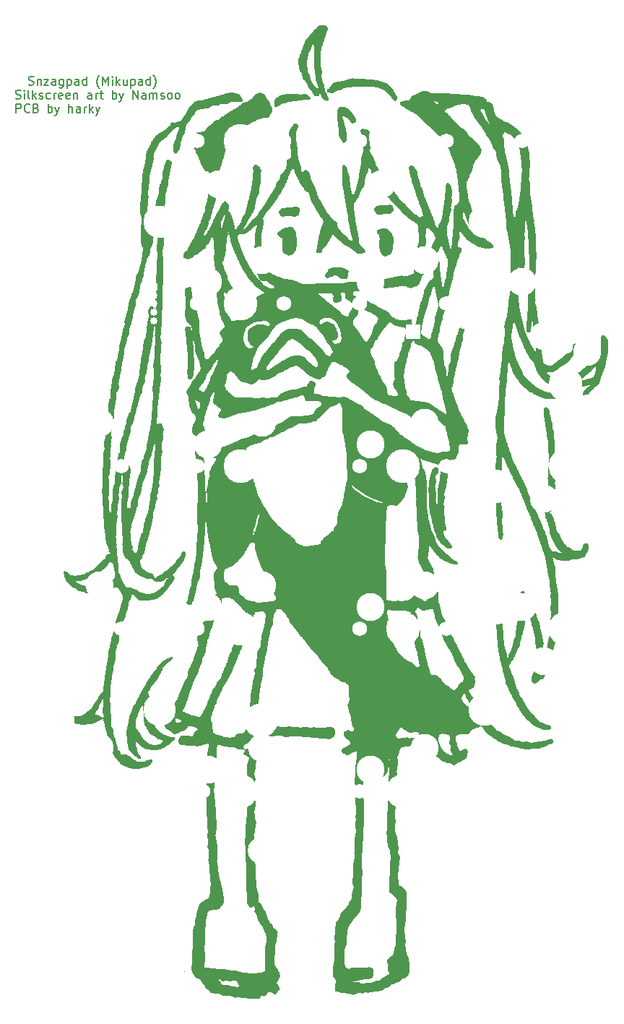
<source format=gto>
%TF.GenerationSoftware,KiCad,Pcbnew,(6.0.6)*%
%TF.CreationDate,2022-08-23T00:03:29+10:00*%
%TF.ProjectId,snzagpad,736e7a61-6770-4616-942e-6b696361645f,rev?*%
%TF.SameCoordinates,Original*%
%TF.FileFunction,Legend,Top*%
%TF.FilePolarity,Positive*%
%FSLAX46Y46*%
G04 Gerber Fmt 4.6, Leading zero omitted, Abs format (unit mm)*
G04 Created by KiCad (PCBNEW (6.0.6)) date 2022-08-23 00:03:29*
%MOMM*%
%LPD*%
G01*
G04 APERTURE LIST*
%ADD10C,0.200000*%
%ADD11C,3.048000*%
%ADD12C,3.987800*%
%ADD13R,1.700000X1.700000*%
%ADD14O,1.700000X1.700000*%
%ADD15R,0.850000X0.850000*%
%ADD16O,0.850000X0.850000*%
%ADD17C,0.650000*%
%ADD18O,1.000000X2.100000*%
%ADD19O,1.000000X1.600000*%
%ADD20C,1.750000*%
%ADD21C,3.300000*%
%ADD22C,3.800000*%
G04 APERTURE END LIST*
D10*
X36283035Y-55357261D02*
X36425892Y-55404880D01*
X36663988Y-55404880D01*
X36759226Y-55357261D01*
X36806845Y-55309642D01*
X36854464Y-55214404D01*
X36854464Y-55119166D01*
X36806845Y-55023928D01*
X36759226Y-54976309D01*
X36663988Y-54928690D01*
X36473511Y-54881071D01*
X36378273Y-54833452D01*
X36330654Y-54785833D01*
X36283035Y-54690595D01*
X36283035Y-54595357D01*
X36330654Y-54500119D01*
X36378273Y-54452500D01*
X36473511Y-54404880D01*
X36711607Y-54404880D01*
X36854464Y-54452500D01*
X37283035Y-54738214D02*
X37283035Y-55404880D01*
X37283035Y-54833452D02*
X37330654Y-54785833D01*
X37425892Y-54738214D01*
X37568750Y-54738214D01*
X37663988Y-54785833D01*
X37711607Y-54881071D01*
X37711607Y-55404880D01*
X38092559Y-54738214D02*
X38616369Y-54738214D01*
X38092559Y-55404880D01*
X38616369Y-55404880D01*
X39425892Y-55404880D02*
X39425892Y-54881071D01*
X39378273Y-54785833D01*
X39283035Y-54738214D01*
X39092559Y-54738214D01*
X38997321Y-54785833D01*
X39425892Y-55357261D02*
X39330654Y-55404880D01*
X39092559Y-55404880D01*
X38997321Y-55357261D01*
X38949702Y-55262023D01*
X38949702Y-55166785D01*
X38997321Y-55071547D01*
X39092559Y-55023928D01*
X39330654Y-55023928D01*
X39425892Y-54976309D01*
X40330654Y-54738214D02*
X40330654Y-55547738D01*
X40283035Y-55642976D01*
X40235416Y-55690595D01*
X40140178Y-55738214D01*
X39997321Y-55738214D01*
X39902083Y-55690595D01*
X40330654Y-55357261D02*
X40235416Y-55404880D01*
X40044940Y-55404880D01*
X39949702Y-55357261D01*
X39902083Y-55309642D01*
X39854464Y-55214404D01*
X39854464Y-54928690D01*
X39902083Y-54833452D01*
X39949702Y-54785833D01*
X40044940Y-54738214D01*
X40235416Y-54738214D01*
X40330654Y-54785833D01*
X40806845Y-54738214D02*
X40806845Y-55738214D01*
X40806845Y-54785833D02*
X40902083Y-54738214D01*
X41092559Y-54738214D01*
X41187797Y-54785833D01*
X41235416Y-54833452D01*
X41283035Y-54928690D01*
X41283035Y-55214404D01*
X41235416Y-55309642D01*
X41187797Y-55357261D01*
X41092559Y-55404880D01*
X40902083Y-55404880D01*
X40806845Y-55357261D01*
X42140178Y-55404880D02*
X42140178Y-54881071D01*
X42092559Y-54785833D01*
X41997321Y-54738214D01*
X41806845Y-54738214D01*
X41711607Y-54785833D01*
X42140178Y-55357261D02*
X42044940Y-55404880D01*
X41806845Y-55404880D01*
X41711607Y-55357261D01*
X41663988Y-55262023D01*
X41663988Y-55166785D01*
X41711607Y-55071547D01*
X41806845Y-55023928D01*
X42044940Y-55023928D01*
X42140178Y-54976309D01*
X43044940Y-55404880D02*
X43044940Y-54404880D01*
X43044940Y-55357261D02*
X42949702Y-55404880D01*
X42759226Y-55404880D01*
X42663988Y-55357261D01*
X42616369Y-55309642D01*
X42568750Y-55214404D01*
X42568750Y-54928690D01*
X42616369Y-54833452D01*
X42663988Y-54785833D01*
X42759226Y-54738214D01*
X42949702Y-54738214D01*
X43044940Y-54785833D01*
X44568750Y-55785833D02*
X44521130Y-55738214D01*
X44425892Y-55595357D01*
X44378273Y-55500119D01*
X44330654Y-55357261D01*
X44283035Y-55119166D01*
X44283035Y-54928690D01*
X44330654Y-54690595D01*
X44378273Y-54547738D01*
X44425892Y-54452500D01*
X44521130Y-54309642D01*
X44568750Y-54262023D01*
X44949702Y-55404880D02*
X44949702Y-54404880D01*
X45283035Y-55119166D01*
X45616369Y-54404880D01*
X45616369Y-55404880D01*
X46092559Y-55404880D02*
X46092559Y-54738214D01*
X46092559Y-54404880D02*
X46044940Y-54452500D01*
X46092559Y-54500119D01*
X46140178Y-54452500D01*
X46092559Y-54404880D01*
X46092559Y-54500119D01*
X46568750Y-55404880D02*
X46568750Y-54404880D01*
X46663988Y-55023928D02*
X46949702Y-55404880D01*
X46949702Y-54738214D02*
X46568750Y-55119166D01*
X47806845Y-54738214D02*
X47806845Y-55404880D01*
X47378273Y-54738214D02*
X47378273Y-55262023D01*
X47425892Y-55357261D01*
X47521130Y-55404880D01*
X47663988Y-55404880D01*
X47759226Y-55357261D01*
X47806845Y-55309642D01*
X48283035Y-54738214D02*
X48283035Y-55738214D01*
X48283035Y-54785833D02*
X48378273Y-54738214D01*
X48568750Y-54738214D01*
X48663988Y-54785833D01*
X48711607Y-54833452D01*
X48759226Y-54928690D01*
X48759226Y-55214404D01*
X48711607Y-55309642D01*
X48663988Y-55357261D01*
X48568750Y-55404880D01*
X48378273Y-55404880D01*
X48283035Y-55357261D01*
X49616369Y-55404880D02*
X49616369Y-54881071D01*
X49568750Y-54785833D01*
X49473511Y-54738214D01*
X49283035Y-54738214D01*
X49187797Y-54785833D01*
X49616369Y-55357261D02*
X49521130Y-55404880D01*
X49283035Y-55404880D01*
X49187797Y-55357261D01*
X49140178Y-55262023D01*
X49140178Y-55166785D01*
X49187797Y-55071547D01*
X49283035Y-55023928D01*
X49521130Y-55023928D01*
X49616369Y-54976309D01*
X50521130Y-55404880D02*
X50521130Y-54404880D01*
X50521130Y-55357261D02*
X50425892Y-55404880D01*
X50235416Y-55404880D01*
X50140178Y-55357261D01*
X50092559Y-55309642D01*
X50044940Y-55214404D01*
X50044940Y-54928690D01*
X50092559Y-54833452D01*
X50140178Y-54785833D01*
X50235416Y-54738214D01*
X50425892Y-54738214D01*
X50521130Y-54785833D01*
X50902083Y-55785833D02*
X50949702Y-55738214D01*
X51044940Y-55595357D01*
X51092559Y-55500119D01*
X51140178Y-55357261D01*
X51187797Y-55119166D01*
X51187797Y-54928690D01*
X51140178Y-54690595D01*
X51092559Y-54547738D01*
X51044940Y-54452500D01*
X50949702Y-54309642D01*
X50902083Y-54262023D01*
X34759226Y-56967261D02*
X34902083Y-57014880D01*
X35140178Y-57014880D01*
X35235416Y-56967261D01*
X35283035Y-56919642D01*
X35330654Y-56824404D01*
X35330654Y-56729166D01*
X35283035Y-56633928D01*
X35235416Y-56586309D01*
X35140178Y-56538690D01*
X34949702Y-56491071D01*
X34854464Y-56443452D01*
X34806845Y-56395833D01*
X34759226Y-56300595D01*
X34759226Y-56205357D01*
X34806845Y-56110119D01*
X34854464Y-56062500D01*
X34949702Y-56014880D01*
X35187797Y-56014880D01*
X35330654Y-56062500D01*
X35759226Y-57014880D02*
X35759226Y-56348214D01*
X35759226Y-56014880D02*
X35711607Y-56062500D01*
X35759226Y-56110119D01*
X35806845Y-56062500D01*
X35759226Y-56014880D01*
X35759226Y-56110119D01*
X36378273Y-57014880D02*
X36283035Y-56967261D01*
X36235416Y-56872023D01*
X36235416Y-56014880D01*
X36759226Y-57014880D02*
X36759226Y-56014880D01*
X36854464Y-56633928D02*
X37140178Y-57014880D01*
X37140178Y-56348214D02*
X36759226Y-56729166D01*
X37521130Y-56967261D02*
X37616369Y-57014880D01*
X37806845Y-57014880D01*
X37902083Y-56967261D01*
X37949702Y-56872023D01*
X37949702Y-56824404D01*
X37902083Y-56729166D01*
X37806845Y-56681547D01*
X37663988Y-56681547D01*
X37568750Y-56633928D01*
X37521130Y-56538690D01*
X37521130Y-56491071D01*
X37568750Y-56395833D01*
X37663988Y-56348214D01*
X37806845Y-56348214D01*
X37902083Y-56395833D01*
X38806845Y-56967261D02*
X38711607Y-57014880D01*
X38521130Y-57014880D01*
X38425892Y-56967261D01*
X38378273Y-56919642D01*
X38330654Y-56824404D01*
X38330654Y-56538690D01*
X38378273Y-56443452D01*
X38425892Y-56395833D01*
X38521130Y-56348214D01*
X38711607Y-56348214D01*
X38806845Y-56395833D01*
X39235416Y-57014880D02*
X39235416Y-56348214D01*
X39235416Y-56538690D02*
X39283035Y-56443452D01*
X39330654Y-56395833D01*
X39425892Y-56348214D01*
X39521130Y-56348214D01*
X40235416Y-56967261D02*
X40140178Y-57014880D01*
X39949702Y-57014880D01*
X39854464Y-56967261D01*
X39806845Y-56872023D01*
X39806845Y-56491071D01*
X39854464Y-56395833D01*
X39949702Y-56348214D01*
X40140178Y-56348214D01*
X40235416Y-56395833D01*
X40283035Y-56491071D01*
X40283035Y-56586309D01*
X39806845Y-56681547D01*
X41092559Y-56967261D02*
X40997321Y-57014880D01*
X40806845Y-57014880D01*
X40711607Y-56967261D01*
X40663988Y-56872023D01*
X40663988Y-56491071D01*
X40711607Y-56395833D01*
X40806845Y-56348214D01*
X40997321Y-56348214D01*
X41092559Y-56395833D01*
X41140178Y-56491071D01*
X41140178Y-56586309D01*
X40663988Y-56681547D01*
X41568750Y-56348214D02*
X41568750Y-57014880D01*
X41568750Y-56443452D02*
X41616369Y-56395833D01*
X41711607Y-56348214D01*
X41854464Y-56348214D01*
X41949702Y-56395833D01*
X41997321Y-56491071D01*
X41997321Y-57014880D01*
X43663988Y-57014880D02*
X43663988Y-56491071D01*
X43616369Y-56395833D01*
X43521130Y-56348214D01*
X43330654Y-56348214D01*
X43235416Y-56395833D01*
X43663988Y-56967261D02*
X43568750Y-57014880D01*
X43330654Y-57014880D01*
X43235416Y-56967261D01*
X43187797Y-56872023D01*
X43187797Y-56776785D01*
X43235416Y-56681547D01*
X43330654Y-56633928D01*
X43568750Y-56633928D01*
X43663988Y-56586309D01*
X44140178Y-57014880D02*
X44140178Y-56348214D01*
X44140178Y-56538690D02*
X44187797Y-56443452D01*
X44235416Y-56395833D01*
X44330654Y-56348214D01*
X44425892Y-56348214D01*
X44616369Y-56348214D02*
X44997321Y-56348214D01*
X44759226Y-56014880D02*
X44759226Y-56872023D01*
X44806845Y-56967261D01*
X44902083Y-57014880D01*
X44997321Y-57014880D01*
X46092559Y-57014880D02*
X46092559Y-56014880D01*
X46092559Y-56395833D02*
X46187797Y-56348214D01*
X46378273Y-56348214D01*
X46473511Y-56395833D01*
X46521130Y-56443452D01*
X46568750Y-56538690D01*
X46568750Y-56824404D01*
X46521130Y-56919642D01*
X46473511Y-56967261D01*
X46378273Y-57014880D01*
X46187797Y-57014880D01*
X46092559Y-56967261D01*
X46902083Y-56348214D02*
X47140178Y-57014880D01*
X47378273Y-56348214D02*
X47140178Y-57014880D01*
X47044940Y-57252976D01*
X46997321Y-57300595D01*
X46902083Y-57348214D01*
X48521130Y-57014880D02*
X48521130Y-56014880D01*
X49092559Y-57014880D01*
X49092559Y-56014880D01*
X49997321Y-57014880D02*
X49997321Y-56491071D01*
X49949702Y-56395833D01*
X49854464Y-56348214D01*
X49663988Y-56348214D01*
X49568750Y-56395833D01*
X49997321Y-56967261D02*
X49902083Y-57014880D01*
X49663988Y-57014880D01*
X49568750Y-56967261D01*
X49521130Y-56872023D01*
X49521130Y-56776785D01*
X49568750Y-56681547D01*
X49663988Y-56633928D01*
X49902083Y-56633928D01*
X49997321Y-56586309D01*
X50473511Y-57014880D02*
X50473511Y-56348214D01*
X50473511Y-56443452D02*
X50521130Y-56395833D01*
X50616369Y-56348214D01*
X50759226Y-56348214D01*
X50854464Y-56395833D01*
X50902083Y-56491071D01*
X50902083Y-57014880D01*
X50902083Y-56491071D02*
X50949702Y-56395833D01*
X51044940Y-56348214D01*
X51187797Y-56348214D01*
X51283035Y-56395833D01*
X51330654Y-56491071D01*
X51330654Y-57014880D01*
X51759226Y-56967261D02*
X51854464Y-57014880D01*
X52044940Y-57014880D01*
X52140178Y-56967261D01*
X52187797Y-56872023D01*
X52187797Y-56824404D01*
X52140178Y-56729166D01*
X52044940Y-56681547D01*
X51902083Y-56681547D01*
X51806845Y-56633928D01*
X51759226Y-56538690D01*
X51759226Y-56491071D01*
X51806845Y-56395833D01*
X51902083Y-56348214D01*
X52044940Y-56348214D01*
X52140178Y-56395833D01*
X52759226Y-57014880D02*
X52663988Y-56967261D01*
X52616369Y-56919642D01*
X52568750Y-56824404D01*
X52568750Y-56538690D01*
X52616369Y-56443452D01*
X52663988Y-56395833D01*
X52759226Y-56348214D01*
X52902083Y-56348214D01*
X52997321Y-56395833D01*
X53044940Y-56443452D01*
X53092559Y-56538690D01*
X53092559Y-56824404D01*
X53044940Y-56919642D01*
X52997321Y-56967261D01*
X52902083Y-57014880D01*
X52759226Y-57014880D01*
X53663988Y-57014880D02*
X53568750Y-56967261D01*
X53521130Y-56919642D01*
X53473511Y-56824404D01*
X53473511Y-56538690D01*
X53521130Y-56443452D01*
X53568750Y-56395833D01*
X53663988Y-56348214D01*
X53806845Y-56348214D01*
X53902083Y-56395833D01*
X53949702Y-56443452D01*
X53997321Y-56538690D01*
X53997321Y-56824404D01*
X53949702Y-56919642D01*
X53902083Y-56967261D01*
X53806845Y-57014880D01*
X53663988Y-57014880D01*
X34806845Y-58624880D02*
X34806845Y-57624880D01*
X35187797Y-57624880D01*
X35283035Y-57672500D01*
X35330654Y-57720119D01*
X35378273Y-57815357D01*
X35378273Y-57958214D01*
X35330654Y-58053452D01*
X35283035Y-58101071D01*
X35187797Y-58148690D01*
X34806845Y-58148690D01*
X36378273Y-58529642D02*
X36330654Y-58577261D01*
X36187797Y-58624880D01*
X36092559Y-58624880D01*
X35949702Y-58577261D01*
X35854464Y-58482023D01*
X35806845Y-58386785D01*
X35759226Y-58196309D01*
X35759226Y-58053452D01*
X35806845Y-57862976D01*
X35854464Y-57767738D01*
X35949702Y-57672500D01*
X36092559Y-57624880D01*
X36187797Y-57624880D01*
X36330654Y-57672500D01*
X36378273Y-57720119D01*
X37140178Y-58101071D02*
X37283035Y-58148690D01*
X37330654Y-58196309D01*
X37378273Y-58291547D01*
X37378273Y-58434404D01*
X37330654Y-58529642D01*
X37283035Y-58577261D01*
X37187797Y-58624880D01*
X36806845Y-58624880D01*
X36806845Y-57624880D01*
X37140178Y-57624880D01*
X37235416Y-57672500D01*
X37283035Y-57720119D01*
X37330654Y-57815357D01*
X37330654Y-57910595D01*
X37283035Y-58005833D01*
X37235416Y-58053452D01*
X37140178Y-58101071D01*
X36806845Y-58101071D01*
X38568750Y-58624880D02*
X38568750Y-57624880D01*
X38568750Y-58005833D02*
X38663988Y-57958214D01*
X38854464Y-57958214D01*
X38949702Y-58005833D01*
X38997321Y-58053452D01*
X39044940Y-58148690D01*
X39044940Y-58434404D01*
X38997321Y-58529642D01*
X38949702Y-58577261D01*
X38854464Y-58624880D01*
X38663988Y-58624880D01*
X38568750Y-58577261D01*
X39378273Y-57958214D02*
X39616369Y-58624880D01*
X39854464Y-57958214D02*
X39616369Y-58624880D01*
X39521130Y-58862976D01*
X39473511Y-58910595D01*
X39378273Y-58958214D01*
X40997321Y-58624880D02*
X40997321Y-57624880D01*
X41425892Y-58624880D02*
X41425892Y-58101071D01*
X41378273Y-58005833D01*
X41283035Y-57958214D01*
X41140178Y-57958214D01*
X41044940Y-58005833D01*
X40997321Y-58053452D01*
X42330654Y-58624880D02*
X42330654Y-58101071D01*
X42283035Y-58005833D01*
X42187797Y-57958214D01*
X41997321Y-57958214D01*
X41902083Y-58005833D01*
X42330654Y-58577261D02*
X42235416Y-58624880D01*
X41997321Y-58624880D01*
X41902083Y-58577261D01*
X41854464Y-58482023D01*
X41854464Y-58386785D01*
X41902083Y-58291547D01*
X41997321Y-58243928D01*
X42235416Y-58243928D01*
X42330654Y-58196309D01*
X42806845Y-58624880D02*
X42806845Y-57958214D01*
X42806845Y-58148690D02*
X42854464Y-58053452D01*
X42902083Y-58005833D01*
X42997321Y-57958214D01*
X43092559Y-57958214D01*
X43425892Y-58624880D02*
X43425892Y-57624880D01*
X43521130Y-58243928D02*
X43806845Y-58624880D01*
X43806845Y-57958214D02*
X43425892Y-58339166D01*
X44140178Y-57958214D02*
X44378273Y-58624880D01*
X44616369Y-57958214D02*
X44378273Y-58624880D01*
X44283035Y-58862976D01*
X44235416Y-58910595D01*
X44140178Y-58958214D01*
G36*
X40591897Y-113271110D02*
G01*
X40563715Y-113178817D01*
X40563069Y-113167478D01*
X40545827Y-113098899D01*
X40532153Y-113078757D01*
X40489265Y-113006342D01*
X40452244Y-112894590D01*
X40423223Y-112760330D01*
X40404334Y-112620393D01*
X40397707Y-112491610D01*
X40405475Y-112390811D01*
X40429769Y-112334826D01*
X40437356Y-112330266D01*
X40514437Y-112332165D01*
X40624109Y-112375803D01*
X40752190Y-112453553D01*
X40884495Y-112557789D01*
X40918551Y-112588964D01*
X41025858Y-112681649D01*
X41133077Y-112760059D01*
X41211616Y-112804567D01*
X41328392Y-112838639D01*
X41483363Y-112864483D01*
X41653477Y-112880343D01*
X41815682Y-112884464D01*
X41946928Y-112875091D01*
X41995479Y-112864240D01*
X42081995Y-112843400D01*
X42212609Y-112820311D01*
X42363700Y-112798985D01*
X42416201Y-112792774D01*
X42580518Y-112770652D01*
X42697860Y-112743684D01*
X42789248Y-112705620D01*
X42861571Y-112660329D01*
X42975982Y-112590610D01*
X43096344Y-112533174D01*
X43133606Y-112519547D01*
X43252170Y-112469367D01*
X43364024Y-112403861D01*
X43373256Y-112397161D01*
X43478348Y-112337275D01*
X43602245Y-112290641D01*
X43627331Y-112284277D01*
X43728397Y-112250333D01*
X43803980Y-112205227D01*
X43818547Y-112189804D01*
X43876593Y-112118026D01*
X43952892Y-112034820D01*
X44031779Y-111955860D01*
X44097591Y-111896817D01*
X44134665Y-111873364D01*
X44134811Y-111873362D01*
X44168782Y-111848243D01*
X44225422Y-111784298D01*
X44259931Y-111739475D01*
X44337605Y-111648786D01*
X44456739Y-111527946D01*
X44604948Y-111388339D01*
X44769849Y-111241353D01*
X44939055Y-111098372D01*
X45075649Y-110989545D01*
X45186331Y-110894475D01*
X45252565Y-110808147D01*
X45290818Y-110709075D01*
X45290933Y-110708640D01*
X45338770Y-110563186D01*
X45398972Y-110469500D01*
X45486291Y-110411390D01*
X45592074Y-110378058D01*
X45726696Y-110331321D01*
X45807481Y-110272849D01*
X45831208Y-110209761D01*
X45794656Y-110149176D01*
X45715346Y-110105554D01*
X45648941Y-110059128D01*
X45629995Y-110000588D01*
X45663595Y-109952134D01*
X45682240Y-109903048D01*
X45667204Y-109809284D01*
X45621176Y-109683625D01*
X45595630Y-109629186D01*
X45504316Y-109438320D01*
X45439731Y-109282107D01*
X45394010Y-109136655D01*
X45359285Y-108978068D01*
X45336768Y-108842940D01*
X45309221Y-108646967D01*
X45282712Y-108429917D01*
X45263635Y-108247708D01*
X46483357Y-108247708D01*
X46491825Y-108311365D01*
X46505810Y-108337346D01*
X46528271Y-108406180D01*
X46543861Y-108516364D01*
X46548653Y-108617144D01*
X46554195Y-108772651D01*
X46567300Y-108948515D01*
X46579392Y-109059905D01*
X46592155Y-109265960D01*
X46571808Y-109410927D01*
X46552128Y-109507741D01*
X46569244Y-109554685D01*
X46569975Y-109555174D01*
X46601574Y-109606494D01*
X46626919Y-109716723D01*
X46646291Y-109888199D01*
X46659974Y-110123262D01*
X46667046Y-110360243D01*
X46673828Y-110550411D01*
X46685350Y-110731853D01*
X46700096Y-110885876D01*
X46716549Y-110993789D01*
X46719430Y-111006294D01*
X46741462Y-111126824D01*
X46759121Y-111282629D01*
X46768741Y-111440980D01*
X46768944Y-111448329D01*
X46777357Y-111616405D01*
X46793244Y-111813701D01*
X46813457Y-112002263D01*
X46817471Y-112033546D01*
X46833643Y-112179380D01*
X46841895Y-112305447D01*
X46841210Y-112392477D01*
X46837598Y-112414143D01*
X46841006Y-112492690D01*
X46883167Y-112601351D01*
X46894390Y-112622407D01*
X46957122Y-112735538D01*
X47017632Y-112844828D01*
X47032025Y-112870860D01*
X47073232Y-112970664D01*
X47091480Y-113064774D01*
X47091530Y-113068467D01*
X47109777Y-113158935D01*
X47158373Y-113286203D01*
X47228216Y-113431676D01*
X47310203Y-113576762D01*
X47395231Y-113702867D01*
X47413677Y-113726508D01*
X47484115Y-113831917D01*
X47535133Y-113940869D01*
X47546736Y-113981528D01*
X47602019Y-114104749D01*
X47693337Y-114194045D01*
X47778082Y-114249130D01*
X47863903Y-114277469D01*
X47979488Y-114287105D01*
X48026809Y-114287552D01*
X48202637Y-114306267D01*
X48417051Y-114358310D01*
X48653264Y-114437529D01*
X48894488Y-114537775D01*
X49123938Y-114652894D01*
X49281038Y-114747152D01*
X49460152Y-114839378D01*
X49649328Y-114896009D01*
X49650404Y-114896203D01*
X49772208Y-114922719D01*
X49876643Y-114953405D01*
X49922425Y-114972336D01*
X50000507Y-114999141D01*
X50117204Y-115023206D01*
X50247500Y-115041209D01*
X50366379Y-115049830D01*
X50448825Y-115045748D01*
X50457848Y-115043413D01*
X50512271Y-115025039D01*
X50612226Y-114990756D01*
X50739013Y-114946984D01*
X50780873Y-114932481D01*
X50994773Y-114851194D01*
X51183744Y-114761344D01*
X51366656Y-114651922D01*
X51562381Y-114511923D01*
X51732261Y-114377525D01*
X51955461Y-114181185D01*
X52123889Y-113996609D01*
X52246238Y-113811131D01*
X52331203Y-113612084D01*
X52377489Y-113437485D01*
X52417560Y-113364260D01*
X52499496Y-113281727D01*
X52539873Y-113250877D01*
X52620368Y-113189813D01*
X52647446Y-113154834D01*
X52626711Y-113138244D01*
X52622521Y-113137357D01*
X52526254Y-113136419D01*
X52427559Y-113176274D01*
X52313750Y-113263568D01*
X52233081Y-113341327D01*
X52143958Y-113428390D01*
X52070197Y-113485521D01*
X51989998Y-113523800D01*
X51881561Y-113554308D01*
X51764066Y-113579687D01*
X51627961Y-113604500D01*
X51515826Y-113618810D01*
X51445187Y-113620632D01*
X51432234Y-113617274D01*
X51379392Y-113600058D01*
X51283619Y-113580570D01*
X51206768Y-113568758D01*
X51086268Y-113545891D01*
X51003927Y-113507261D01*
X50929900Y-113437447D01*
X50911728Y-113416327D01*
X50804564Y-113289182D01*
X50452692Y-113263642D01*
X50253709Y-113247322D01*
X50109596Y-113229899D01*
X50007243Y-113208423D01*
X49933537Y-113179947D01*
X49875370Y-113141520D01*
X49862801Y-113130956D01*
X49785728Y-113082378D01*
X49681590Y-113037389D01*
X49658785Y-113029852D01*
X49549230Y-112989511D01*
X49453719Y-112943947D01*
X49440305Y-112935966D01*
X49371911Y-112896012D01*
X49263545Y-112836019D01*
X49135614Y-112767237D01*
X49100278Y-112748571D01*
X48977095Y-112682427D01*
X48874421Y-112624840D01*
X48809415Y-112585518D01*
X48799210Y-112578249D01*
X48766592Y-112534040D01*
X48713092Y-112442609D01*
X48645855Y-112318206D01*
X48572022Y-112175082D01*
X48498737Y-112027486D01*
X48433143Y-111889668D01*
X48382383Y-111775880D01*
X48353600Y-111700370D01*
X48349682Y-111681451D01*
X48331750Y-111624968D01*
X48286132Y-111538373D01*
X48254701Y-111488458D01*
X48189387Y-111384076D01*
X48135289Y-111286361D01*
X48120251Y-111254639D01*
X48073475Y-111173791D01*
X48002444Y-111080040D01*
X47922189Y-110990044D01*
X47847744Y-110920457D01*
X47794139Y-110887936D01*
X47788716Y-110887285D01*
X47729695Y-110860300D01*
X47650326Y-110789335D01*
X47564143Y-110689370D01*
X47484681Y-110575386D01*
X47447371Y-110509469D01*
X47369219Y-110303545D01*
X47319602Y-110058583D01*
X47302430Y-109798937D01*
X47309141Y-109648255D01*
X47316880Y-109473547D01*
X47302000Y-109337333D01*
X47278851Y-109255874D01*
X47248466Y-109155295D01*
X47246008Y-109078973D01*
X47271853Y-108988992D01*
X47281740Y-108962638D01*
X47306216Y-108877405D01*
X47319896Y-108771871D01*
X47322506Y-108637332D01*
X47313769Y-108465086D01*
X47293410Y-108246432D01*
X47261153Y-107972668D01*
X47246848Y-107861046D01*
X47226342Y-107681237D01*
X48194918Y-107681237D01*
X48194977Y-107770872D01*
X48211455Y-107855872D01*
X48229863Y-107968510D01*
X48247580Y-108143190D01*
X48264188Y-108373946D01*
X48279268Y-108654817D01*
X48292402Y-108979837D01*
X48294248Y-109034139D01*
X48329374Y-109226438D01*
X48392791Y-109360151D01*
X48463659Y-109505211D01*
X48483058Y-109623069D01*
X48453255Y-109728203D01*
X48451115Y-109732268D01*
X48437317Y-109786552D01*
X48473366Y-109832711D01*
X48502119Y-109852953D01*
X48572451Y-109930274D01*
X48587701Y-109993376D01*
X48607338Y-110079784D01*
X48654768Y-110171882D01*
X48656588Y-110174468D01*
X48707985Y-110237596D01*
X48754919Y-110252648D01*
X48829362Y-110228970D01*
X48835102Y-110226643D01*
X48941608Y-110151160D01*
X49007132Y-110058437D01*
X49045124Y-109947066D01*
X49074495Y-109778328D01*
X49096072Y-109548138D01*
X49115276Y-109341346D01*
X49140857Y-109176966D01*
X49170924Y-109066475D01*
X49178180Y-109050080D01*
X49215348Y-108964146D01*
X49233419Y-108899926D01*
X49233752Y-108894422D01*
X49242205Y-108843437D01*
X49264819Y-108744466D01*
X49297477Y-108615024D01*
X49314456Y-108551118D01*
X49356566Y-108392346D01*
X49396931Y-108235497D01*
X49428400Y-108108483D01*
X49434644Y-108082064D01*
X49493558Y-107924848D01*
X49575263Y-107827044D01*
X49646121Y-107750998D01*
X49673554Y-107663609D01*
X49676093Y-107604669D01*
X49684952Y-107492177D01*
X49707973Y-107353579D01*
X49726790Y-107271484D01*
X49755924Y-107132026D01*
X49774387Y-106990571D01*
X49777794Y-106922625D01*
X49790326Y-106800798D01*
X49821473Y-106688035D01*
X49831997Y-106664766D01*
X49864094Y-106585451D01*
X49904559Y-106461010D01*
X49946737Y-106312642D01*
X49965668Y-106239025D01*
X50005225Y-106091466D01*
X50045303Y-105962317D01*
X50079751Y-105870592D01*
X50093403Y-105843991D01*
X50140651Y-105748131D01*
X50193032Y-105605211D01*
X50244762Y-105435296D01*
X50290055Y-105258448D01*
X50323129Y-105094731D01*
X50335338Y-105004821D01*
X50359001Y-104843917D01*
X50396701Y-104668233D01*
X50424326Y-104568258D01*
X50479765Y-104296270D01*
X50492929Y-104058218D01*
X50505878Y-103767724D01*
X50540216Y-103466833D01*
X50592224Y-103179589D01*
X50658183Y-102930033D01*
X50675235Y-102879654D01*
X50720423Y-102727966D01*
X50762463Y-102544169D01*
X50793360Y-102363984D01*
X50797010Y-102335611D01*
X50818927Y-102166806D01*
X50843794Y-101994611D01*
X50866956Y-101850906D01*
X50871491Y-101825571D01*
X50883953Y-101725194D01*
X50895440Y-101572137D01*
X50905153Y-101381729D01*
X50912294Y-101169294D01*
X50915822Y-100975504D01*
X50921532Y-100686420D01*
X50931865Y-100463220D01*
X50946778Y-100306564D01*
X50966154Y-100217297D01*
X50987220Y-100143023D01*
X50992526Y-100055954D01*
X50982128Y-99935873D01*
X50967229Y-99832178D01*
X50947505Y-99571861D01*
X50960384Y-99271789D01*
X51004736Y-98951253D01*
X51024787Y-98850337D01*
X51034329Y-98783592D01*
X51046649Y-98665981D01*
X51060109Y-98514499D01*
X51072274Y-98357298D01*
X51086317Y-98169761D01*
X51101400Y-97980940D01*
X51115482Y-97815790D01*
X51124359Y-97720446D01*
X51134342Y-97595877D01*
X51131915Y-97522644D01*
X51114893Y-97484849D01*
X51089863Y-97469661D01*
X51026677Y-97476738D01*
X50970019Y-97531729D01*
X50937118Y-97615393D01*
X50934455Y-97643242D01*
X50922111Y-97718050D01*
X50893410Y-97819544D01*
X50883862Y-97847258D01*
X50851073Y-97968269D01*
X50833977Y-98089463D01*
X50833370Y-98106615D01*
X50820389Y-98199229D01*
X50790575Y-98263562D01*
X50785701Y-98268285D01*
X50756952Y-98321390D01*
X50731255Y-98418160D01*
X50718480Y-98501966D01*
X50699420Y-98611115D01*
X50663046Y-98764183D01*
X50614568Y-98940924D01*
X50559198Y-99121091D01*
X50558785Y-99122358D01*
X50470598Y-99397472D01*
X50400079Y-99627569D01*
X50348422Y-99808381D01*
X50316819Y-99935638D01*
X50306463Y-100005070D01*
X50309032Y-100016291D01*
X50307314Y-100053408D01*
X50290827Y-100140750D01*
X50263396Y-100263128D01*
X50228848Y-100405354D01*
X50191006Y-100552238D01*
X50153698Y-100688593D01*
X50120748Y-100799230D01*
X50095982Y-100868958D01*
X50092340Y-100876672D01*
X50063600Y-100953919D01*
X50038176Y-101056090D01*
X50036073Y-101067286D01*
X50011631Y-101161447D01*
X49968656Y-101290935D01*
X49916116Y-101428882D01*
X49912154Y-101438545D01*
X49807179Y-101706312D01*
X49712541Y-101973174D01*
X49631689Y-102227411D01*
X49568072Y-102457303D01*
X49525137Y-102651130D01*
X49506334Y-102797171D01*
X49505773Y-102819623D01*
X49495407Y-102902515D01*
X49468100Y-103021327D01*
X49429543Y-103158069D01*
X49385422Y-103294754D01*
X49341428Y-103413394D01*
X49303248Y-103496000D01*
X49283521Y-103522403D01*
X49235140Y-103590422D01*
X49191084Y-103713284D01*
X49154410Y-103877840D01*
X49128173Y-104070940D01*
X49116619Y-104240612D01*
X49101526Y-104436971D01*
X49073865Y-104597591D01*
X49047014Y-104682647D01*
X49015458Y-104758275D01*
X48987587Y-104831969D01*
X48959690Y-104915954D01*
X48928053Y-105022458D01*
X48888964Y-105163707D01*
X48838711Y-105351925D01*
X48805234Y-105478885D01*
X48588687Y-106189522D01*
X48374355Y-106755959D01*
X48325706Y-106921998D01*
X48294821Y-107132489D01*
X48288840Y-107214995D01*
X48275791Y-107361560D01*
X48254999Y-107493007D01*
X48230404Y-107585931D01*
X48223894Y-107600852D01*
X48194918Y-107681237D01*
X47226342Y-107681237D01*
X47225138Y-107670683D01*
X47208455Y-107478484D01*
X47198611Y-107308549D01*
X47197010Y-107197994D01*
X47196689Y-107083654D01*
X47192305Y-106918478D01*
X47184499Y-106719469D01*
X47173911Y-106503633D01*
X47164961Y-106347927D01*
X47144042Y-105950614D01*
X47129967Y-105558834D01*
X47122704Y-105182170D01*
X47122221Y-104830208D01*
X47128484Y-104512532D01*
X47141463Y-104238727D01*
X47161126Y-104018376D01*
X47173039Y-103933737D01*
X47198250Y-103780423D01*
X47220366Y-103644870D01*
X47236298Y-103546053D01*
X47241603Y-103512311D01*
X47237086Y-103424889D01*
X47209196Y-103323733D01*
X47206813Y-103317887D01*
X47175217Y-103227885D01*
X47164399Y-103144154D01*
X47176602Y-103050037D01*
X47214073Y-102928876D01*
X47279056Y-102764013D01*
X47282621Y-102755401D01*
X47405653Y-102458575D01*
X47333625Y-102367006D01*
X47277551Y-102246433D01*
X47262669Y-102094724D01*
X47289697Y-101935388D01*
X47318223Y-101862143D01*
X47350321Y-101784182D01*
X47357065Y-101718244D01*
X47338833Y-101633767D01*
X47321741Y-101578955D01*
X47295157Y-101476337D01*
X47284450Y-101369128D01*
X47288476Y-101234074D01*
X47298935Y-101115550D01*
X47315193Y-100976693D01*
X47332622Y-100862248D01*
X47348313Y-100790268D01*
X47353461Y-100777393D01*
X47367609Y-100726712D01*
X47383419Y-100627433D01*
X47397959Y-100498807D01*
X47400924Y-100465821D01*
X47430545Y-100177397D01*
X47465308Y-99951697D01*
X47506367Y-99783560D01*
X47554870Y-99667821D01*
X47589448Y-99619830D01*
X47673612Y-99551285D01*
X47754720Y-99534333D01*
X47835573Y-99571726D01*
X47918972Y-99666218D01*
X48007718Y-99820563D01*
X48104612Y-100037514D01*
X48161526Y-100182241D01*
X48206859Y-100309369D01*
X48233692Y-100414740D01*
X48243037Y-100518126D01*
X48235904Y-100639296D01*
X48213306Y-100798023D01*
X48197754Y-100890497D01*
X48177834Y-101023516D01*
X48154670Y-101205716D01*
X48130419Y-101418489D01*
X48107238Y-101643225D01*
X48093475Y-101790165D01*
X48075354Y-101986804D01*
X48058416Y-102159317D01*
X48043842Y-102296561D01*
X48032810Y-102387391D01*
X48026821Y-102420353D01*
X48021877Y-102458408D01*
X48014466Y-102554808D01*
X48005179Y-102699958D01*
X47994603Y-102884267D01*
X47983328Y-103098141D01*
X47975666Y-103253392D01*
X47962971Y-103510426D01*
X47952000Y-103707979D01*
X47941694Y-103854515D01*
X47930994Y-103958502D01*
X47918842Y-104028406D01*
X47904177Y-104072694D01*
X47885942Y-104099831D01*
X47867884Y-104115013D01*
X47823193Y-104160496D01*
X47814472Y-104224303D01*
X47824301Y-104286456D01*
X47835605Y-104378365D01*
X47843344Y-104513099D01*
X47846221Y-104665516D01*
X47845986Y-104707298D01*
X47842547Y-105004821D01*
X47988837Y-105004821D01*
X48093524Y-104996000D01*
X48165782Y-104962429D01*
X48212678Y-104893449D01*
X48241278Y-104778401D01*
X48258647Y-104606625D01*
X48259318Y-104596789D01*
X48280770Y-104349920D01*
X48310938Y-104151848D01*
X48354557Y-103983481D01*
X48416361Y-103825726D01*
X48484019Y-103690735D01*
X48564482Y-103527315D01*
X48608339Y-103398866D01*
X48621703Y-103287447D01*
X48621703Y-103286749D01*
X48631075Y-103140602D01*
X48655832Y-102984065D01*
X48690937Y-102840658D01*
X48731352Y-102733902D01*
X48745100Y-102710576D01*
X48782316Y-102622583D01*
X48791717Y-102557299D01*
X48802399Y-102486584D01*
X48830888Y-102372425D01*
X48871850Y-102235324D01*
X48889286Y-102182334D01*
X48940667Y-102015820D01*
X48995208Y-101815773D01*
X49044013Y-101615589D01*
X49061279Y-101536548D01*
X49102159Y-101364418D01*
X49146670Y-101216669D01*
X49189267Y-101110660D01*
X49207045Y-101080199D01*
X49315076Y-100886231D01*
X49396730Y-100651216D01*
X49444695Y-100399388D01*
X49454088Y-100261448D01*
X49469472Y-100028574D01*
X49504084Y-99790176D01*
X49553923Y-99563880D01*
X49614989Y-99367315D01*
X49683283Y-99218110D01*
X49695215Y-99198889D01*
X49731293Y-99118494D01*
X49764328Y-99003536D01*
X49777478Y-98937290D01*
X49804258Y-98825481D01*
X49851546Y-98676341D01*
X49911269Y-98514248D01*
X49944115Y-98433979D01*
X50018189Y-98246479D01*
X50060678Y-98103030D01*
X50075469Y-97989659D01*
X50075220Y-97962468D01*
X50075451Y-97882328D01*
X50083410Y-97786912D01*
X50100751Y-97666478D01*
X50129128Y-97511283D01*
X50170195Y-97311584D01*
X50225605Y-97057639D01*
X50239066Y-96997191D01*
X50275750Y-96825729D01*
X50308519Y-96659657D01*
X50333071Y-96521472D01*
X50343092Y-96453148D01*
X50362096Y-96338282D01*
X50393987Y-96186913D01*
X50432595Y-96027820D01*
X50441520Y-95994112D01*
X50501632Y-95735601D01*
X50549681Y-95459042D01*
X50581730Y-95191347D01*
X50593844Y-94959428D01*
X50593859Y-94952312D01*
X50603473Y-94818776D01*
X50627792Y-94689520D01*
X50642148Y-94643194D01*
X50657047Y-94595698D01*
X50670120Y-94533427D01*
X50681918Y-94449302D01*
X50692995Y-94336247D01*
X50703902Y-94187186D01*
X50715191Y-93995042D01*
X50727413Y-93752737D01*
X50741122Y-93453195D01*
X50748959Y-93273898D01*
X50759459Y-93077610D01*
X50773679Y-92874905D01*
X50789590Y-92692290D01*
X50802268Y-92577721D01*
X50816912Y-92424994D01*
X50827511Y-92235147D01*
X50834066Y-92022698D01*
X50836576Y-91802162D01*
X50835038Y-91588057D01*
X50829454Y-91394900D01*
X50819821Y-91237207D01*
X50806138Y-91129495D01*
X50802363Y-91113110D01*
X50785748Y-90922239D01*
X50798388Y-90842706D01*
X50818023Y-90722998D01*
X50829725Y-90582757D01*
X50831066Y-90531938D01*
X50838262Y-90412580D01*
X50856532Y-90257403D01*
X50882172Y-90096965D01*
X50886701Y-90072902D01*
X50912721Y-89901697D01*
X50929675Y-89718287D01*
X50934156Y-89560390D01*
X50933893Y-89550605D01*
X50928406Y-89359103D01*
X50926518Y-89217325D01*
X50928694Y-89107061D01*
X50935399Y-89010099D01*
X50947099Y-88908231D01*
X50951067Y-88878317D01*
X50962371Y-88741627D01*
X50949923Y-88637516D01*
X50918075Y-88550167D01*
X50889790Y-88477882D01*
X50876181Y-88407027D01*
X50876328Y-88317575D01*
X50889311Y-88189501D01*
X50898322Y-88119743D01*
X50919819Y-87977907D01*
X50942877Y-87857198D01*
X50963586Y-87777157D01*
X50969969Y-87761575D01*
X50982469Y-87705641D01*
X50992985Y-87597257D01*
X51000422Y-87451973D01*
X51003683Y-87285339D01*
X51003693Y-87283161D01*
X51007266Y-87073895D01*
X51015553Y-86829977D01*
X51027245Y-86584492D01*
X51038446Y-86405357D01*
X51062610Y-86066326D01*
X51081906Y-85788193D01*
X51096595Y-85564044D01*
X51106940Y-85386965D01*
X51113204Y-85250043D01*
X51115649Y-85146364D01*
X51114537Y-85069014D01*
X51110133Y-85011080D01*
X51102697Y-84965648D01*
X51094393Y-84932416D01*
X51079199Y-84845488D01*
X51076184Y-84726769D01*
X51085536Y-84563847D01*
X51102584Y-84388373D01*
X51121872Y-84185403D01*
X51137088Y-83976097D01*
X51147918Y-83771913D01*
X51154048Y-83584310D01*
X51155164Y-83424746D01*
X51150951Y-83304682D01*
X51141094Y-83235576D01*
X51134520Y-83224017D01*
X51099334Y-83235663D01*
X51073844Y-83269734D01*
X51053348Y-83332660D01*
X51027503Y-83447560D01*
X50998805Y-83598858D01*
X50969750Y-83770978D01*
X50942835Y-83948343D01*
X50920555Y-84115376D01*
X50905406Y-84256501D01*
X50899883Y-84355387D01*
X50893582Y-84485686D01*
X50877598Y-84635672D01*
X50867384Y-84703176D01*
X50833822Y-84909090D01*
X50801933Y-85124061D01*
X50773640Y-85333086D01*
X50750863Y-85521162D01*
X50735525Y-85673285D01*
X50729548Y-85774452D01*
X50729530Y-85779366D01*
X50718361Y-85875542D01*
X50688305Y-86010908D01*
X50645046Y-86161239D01*
X50627861Y-86212836D01*
X50582369Y-86351143D01*
X50547329Y-86471025D01*
X50528013Y-86553833D01*
X50525853Y-86573647D01*
X50517244Y-86641738D01*
X50495006Y-86748404D01*
X50472735Y-86837232D01*
X50444974Y-86963850D01*
X50417437Y-87128823D01*
X50394858Y-87302651D01*
X50389255Y-87357432D01*
X50366132Y-87540777D01*
X50330417Y-87753453D01*
X50288407Y-87959461D01*
X50271177Y-88032235D01*
X50228507Y-88223291D01*
X50189403Y-88433350D01*
X50160127Y-88627486D01*
X50152326Y-88695287D01*
X50125138Y-88883695D01*
X50081329Y-89094842D01*
X50026570Y-89307128D01*
X49966534Y-89498956D01*
X49906890Y-89648727D01*
X49896401Y-89670005D01*
X49871102Y-89740073D01*
X49889576Y-89798291D01*
X49917126Y-89835284D01*
X49958284Y-89899969D01*
X49975106Y-89971464D01*
X49965414Y-90060797D01*
X49927027Y-90178996D01*
X49857765Y-90337092D01*
X49790524Y-90475831D01*
X49711501Y-90636900D01*
X49658718Y-90752583D01*
X49627805Y-90838222D01*
X49614393Y-90909159D01*
X49614114Y-90980736D01*
X49622366Y-91066261D01*
X49630374Y-91152065D01*
X49629774Y-91224653D01*
X49616677Y-91298909D01*
X49587196Y-91389717D01*
X49537441Y-91511960D01*
X49463526Y-91680522D01*
X49459573Y-91689425D01*
X49376130Y-91886363D01*
X49294455Y-92095289D01*
X49218880Y-92303381D01*
X49153740Y-92497818D01*
X49103367Y-92665777D01*
X49072093Y-92794435D01*
X49063738Y-92860769D01*
X49051427Y-92932177D01*
X49019819Y-93037728D01*
X48992427Y-93112020D01*
X48950128Y-93244487D01*
X48913267Y-93405304D01*
X48893849Y-93528918D01*
X48870134Y-93665844D01*
X48828712Y-93839069D01*
X48776449Y-94021486D01*
X48743947Y-94120615D01*
X48683047Y-94310299D01*
X48623326Y-94520137D01*
X48574178Y-94716227D01*
X48557483Y-94793593D01*
X48524597Y-94939088D01*
X48489534Y-95063495D01*
X48457764Y-95148543D01*
X48444511Y-95170971D01*
X48332665Y-95332756D01*
X48278454Y-95493411D01*
X48273490Y-95657833D01*
X48275583Y-95775478D01*
X48259371Y-95900336D01*
X48221246Y-96053602D01*
X48186947Y-96166144D01*
X48130531Y-96351269D01*
X48071631Y-96556965D01*
X48020925Y-96745661D01*
X48010282Y-96787779D01*
X47967780Y-96939768D01*
X47919833Y-97081597D01*
X47874873Y-97189071D01*
X47862165Y-97212812D01*
X47798695Y-97385670D01*
X47784454Y-97524232D01*
X47771462Y-97765556D01*
X47745166Y-97980899D01*
X47707840Y-98156093D01*
X47664576Y-98271788D01*
X47622884Y-98366706D01*
X47601214Y-98447981D01*
X47600418Y-98458802D01*
X47582794Y-98539647D01*
X47550619Y-98612318D01*
X47522439Y-98695014D01*
X47504008Y-98812565D01*
X47500193Y-98884339D01*
X47490392Y-99046724D01*
X47466502Y-99236310D01*
X47432653Y-99429733D01*
X47392974Y-99603627D01*
X47351596Y-99734627D01*
X47348647Y-99741815D01*
X47318799Y-99850265D01*
X47301263Y-100008283D01*
X47295101Y-100224509D01*
X47295077Y-100234854D01*
X47284143Y-100517376D01*
X47250292Y-100761254D01*
X47224751Y-100873496D01*
X47185969Y-101061492D01*
X47160848Y-101276922D01*
X47147452Y-101537728D01*
X47145854Y-101604554D01*
X47136626Y-101847573D01*
X47118356Y-102032798D01*
X47088815Y-102170096D01*
X47045775Y-102269336D01*
X46987004Y-102340386D01*
X46977841Y-102348275D01*
X46949487Y-102386308D01*
X46932144Y-102452268D01*
X46923591Y-102560037D01*
X46921569Y-102699722D01*
X46912750Y-102903943D01*
X46888845Y-103100881D01*
X46863312Y-103223135D01*
X46831890Y-103359666D01*
X46824294Y-103455105D01*
X46839086Y-103531497D01*
X46842595Y-103541221D01*
X46858737Y-103633182D01*
X46860800Y-103766016D01*
X46850709Y-103914502D01*
X46830392Y-104053417D01*
X46801775Y-104157539D01*
X46794275Y-104173813D01*
X46780411Y-104230809D01*
X46766416Y-104341282D01*
X46753703Y-104490718D01*
X46743683Y-104664608D01*
X46741548Y-104715799D01*
X46730749Y-104911843D01*
X46714527Y-105098089D01*
X46694879Y-105255708D01*
X46673800Y-105365870D01*
X46671878Y-105372895D01*
X46643382Y-105488607D01*
X46638617Y-105572691D01*
X46657291Y-105657135D01*
X46668956Y-105691695D01*
X46711976Y-105886276D01*
X46705287Y-106071184D01*
X46661028Y-106205104D01*
X46638890Y-106278042D01*
X46616246Y-106404835D01*
X46594399Y-106571360D01*
X46574648Y-106763490D01*
X46558294Y-106967101D01*
X46546638Y-107168067D01*
X46540980Y-107352264D01*
X46542218Y-107495518D01*
X46546971Y-107627510D01*
X46552253Y-107780514D01*
X46554656Y-107852546D01*
X46549496Y-107986726D01*
X46528903Y-108109339D01*
X46512577Y-108159293D01*
X46483357Y-108247708D01*
X45263635Y-108247708D01*
X45261681Y-108229040D01*
X45256241Y-108167070D01*
X45236947Y-107973518D01*
X45209814Y-107755095D01*
X45180127Y-107553656D01*
X45174678Y-107521020D01*
X45148164Y-107317559D01*
X45129890Y-107077572D01*
X45122054Y-106832268D01*
X45121988Y-106772961D01*
X45119002Y-106536781D01*
X45105877Y-106352291D01*
X45081205Y-106203739D01*
X45065815Y-106143911D01*
X45042976Y-106049849D01*
X45027100Y-105943800D01*
X45017340Y-105812784D01*
X45012847Y-105643820D01*
X45012773Y-105423929D01*
X45013513Y-105343532D01*
X45014709Y-105109741D01*
X45012098Y-104933193D01*
X45005000Y-104803194D01*
X44992735Y-104709054D01*
X44974621Y-104640080D01*
X44967571Y-104621800D01*
X44946268Y-104534104D01*
X44929039Y-104388979D01*
X44916352Y-104196903D01*
X44908674Y-103968357D01*
X44906472Y-103713821D01*
X44910215Y-103443775D01*
X44912062Y-103377399D01*
X44902716Y-103257012D01*
X44873847Y-103145746D01*
X44865005Y-103125655D01*
X44817802Y-102958701D01*
X44834287Y-102786990D01*
X44888964Y-102663413D01*
X44915503Y-102615929D01*
X44935383Y-102564266D01*
X44949848Y-102497614D01*
X44960141Y-102405163D01*
X44967506Y-102276101D01*
X44973187Y-102099619D01*
X44977909Y-101890331D01*
X44980353Y-101652206D01*
X44978277Y-101420590D01*
X44975424Y-101324131D01*
X45638950Y-101324131D01*
X45646110Y-101378619D01*
X45653107Y-101439406D01*
X45661033Y-101556055D01*
X45669453Y-101716438D01*
X45677935Y-101908428D01*
X45686046Y-102119894D01*
X45693353Y-102338708D01*
X45699421Y-102552741D01*
X45703819Y-102749865D01*
X45706114Y-102917951D01*
X45705871Y-103044871D01*
X45705789Y-103049667D01*
X45699665Y-103150527D01*
X45685790Y-103290279D01*
X45667018Y-103440644D01*
X45664623Y-103457700D01*
X45647175Y-103635531D01*
X45643703Y-103807647D01*
X45651403Y-103916736D01*
X45662817Y-104002787D01*
X45672216Y-104082145D01*
X45680385Y-104165745D01*
X45688107Y-104264519D01*
X45696167Y-104389399D01*
X45705350Y-104551320D01*
X45716441Y-104761212D01*
X45727581Y-104978188D01*
X45738998Y-105180812D01*
X45751170Y-105360798D01*
X45763168Y-105506811D01*
X45774061Y-105607517D01*
X45782890Y-105651536D01*
X45822240Y-105683423D01*
X45858761Y-105648290D01*
X45891995Y-105547083D01*
X45921486Y-105380747D01*
X45924389Y-105359219D01*
X45943610Y-105176093D01*
X45958503Y-104964906D01*
X45966377Y-104765584D01*
X45966892Y-104728408D01*
X45970900Y-104562025D01*
X45982625Y-104440331D01*
X46006301Y-104340100D01*
X46046165Y-104238106D01*
X46063002Y-104201367D01*
X46109913Y-104093236D01*
X46136543Y-104001461D01*
X46147079Y-103900634D01*
X46145708Y-103765351D01*
X46143532Y-103712720D01*
X46132411Y-103339377D01*
X46135760Y-103026752D01*
X46154002Y-102769023D01*
X46187563Y-102560367D01*
X46236866Y-102394965D01*
X46240201Y-102386615D01*
X46293090Y-102256832D01*
X46347792Y-102123430D01*
X46360618Y-102092311D01*
X46394040Y-101988599D01*
X46403708Y-101880903D01*
X46392284Y-101738793D01*
X46391845Y-101735283D01*
X46372519Y-101499109D01*
X46375399Y-101288631D01*
X46399640Y-101117741D01*
X46435540Y-101015616D01*
X46469980Y-100912797D01*
X46496439Y-100748072D01*
X46515374Y-100518586D01*
X46515497Y-100516468D01*
X46529902Y-100339724D01*
X46550824Y-100173323D01*
X46575233Y-100038427D01*
X46593362Y-99972425D01*
X46625630Y-99840065D01*
X46645109Y-99669696D01*
X46649053Y-99554800D01*
X46661170Y-99345219D01*
X46695795Y-99189698D01*
X46706233Y-99163769D01*
X46741361Y-99044158D01*
X46762183Y-98886105D01*
X46765738Y-98802206D01*
X46772490Y-98672954D01*
X46787743Y-98585604D01*
X46806239Y-98554460D01*
X46870947Y-98527111D01*
X46914448Y-98487952D01*
X46940813Y-98424406D01*
X46954118Y-98323895D01*
X46958434Y-98173839D01*
X46958522Y-98084226D01*
X46986918Y-97620090D01*
X47077092Y-97163781D01*
X47111656Y-97041806D01*
X47140135Y-96936055D01*
X47157307Y-96850988D01*
X47159588Y-96826347D01*
X47178490Y-96768135D01*
X47226847Y-96680494D01*
X47265292Y-96623100D01*
X47326248Y-96528595D01*
X47357537Y-96443864D01*
X47367946Y-96338231D01*
X47368020Y-96264541D01*
X47375071Y-96120029D01*
X47397792Y-96003671D01*
X47413820Y-95964137D01*
X47470017Y-95840825D01*
X47532730Y-95670141D01*
X47596188Y-95471599D01*
X47654623Y-95264715D01*
X47702264Y-95069001D01*
X47733340Y-94903973D01*
X47738127Y-94867340D01*
X47773485Y-94660691D01*
X47831694Y-94436764D01*
X47906591Y-94211974D01*
X47992016Y-94002738D01*
X48081804Y-93825473D01*
X48169794Y-93696595D01*
X48183217Y-93681643D01*
X48216730Y-93616483D01*
X48246350Y-93507198D01*
X48262327Y-93406769D01*
X48288132Y-93254081D01*
X48329721Y-93081770D01*
X48366973Y-92960479D01*
X48402166Y-92844647D01*
X48445017Y-92680456D01*
X48491014Y-92486453D01*
X48535648Y-92281188D01*
X48553114Y-92195009D01*
X48593748Y-91991732D01*
X48634303Y-91792679D01*
X48671022Y-91616034D01*
X48700148Y-91479979D01*
X48709569Y-91437753D01*
X48740329Y-91283652D01*
X48769822Y-91104329D01*
X48788845Y-90961716D01*
X48834930Y-90702193D01*
X48911236Y-90433686D01*
X49007532Y-90190902D01*
X49028904Y-90147281D01*
X49072245Y-90036116D01*
X49106770Y-89902642D01*
X49114749Y-89855831D01*
X49137815Y-89718672D01*
X49169360Y-89564962D01*
X49184709Y-89499600D01*
X49217897Y-89342697D01*
X49249527Y-89152386D01*
X49276912Y-88950048D01*
X49297363Y-88757062D01*
X49308191Y-88594807D01*
X49308709Y-88513523D01*
X49316238Y-88379766D01*
X49342180Y-88238734D01*
X49351065Y-88207499D01*
X49374813Y-88108709D01*
X49400439Y-87964341D01*
X49424294Y-87796599D01*
X49437649Y-87680457D01*
X49460867Y-87492098D01*
X49491484Y-87295182D01*
X49524586Y-87119715D01*
X49541923Y-87043808D01*
X49574084Y-86899074D01*
X49597539Y-86762079D01*
X49607677Y-86660222D01*
X49607781Y-86652553D01*
X49618281Y-86528003D01*
X49643591Y-86406879D01*
X49644121Y-86405132D01*
X49661735Y-86322510D01*
X49681030Y-86191699D01*
X49699378Y-86032378D01*
X49711228Y-85902407D01*
X49737751Y-85643805D01*
X49773943Y-85434692D01*
X49824319Y-85256744D01*
X49893397Y-85091641D01*
X49927707Y-85024282D01*
X49985894Y-84884874D01*
X50015155Y-84750863D01*
X50016644Y-84722495D01*
X50025506Y-84592671D01*
X50045954Y-84460130D01*
X50048116Y-84450203D01*
X50064266Y-84359222D01*
X50083536Y-84221611D01*
X50103135Y-84058488D01*
X50115579Y-83940163D01*
X50138823Y-83747213D01*
X50170480Y-83541335D01*
X50205352Y-83354695D01*
X50222740Y-83277111D01*
X50299436Y-82876912D01*
X50331201Y-82497367D01*
X50316931Y-82152223D01*
X50314652Y-82133423D01*
X50298564Y-81980478D01*
X50297108Y-81868123D01*
X50311680Y-81770241D01*
X50339178Y-81674386D01*
X50380868Y-81562429D01*
X50423882Y-81471571D01*
X50446810Y-81436526D01*
X50498121Y-81363620D01*
X50553423Y-81265255D01*
X50600232Y-81166239D01*
X50626064Y-81091382D01*
X50627861Y-81076748D01*
X50652045Y-81038693D01*
X50713963Y-81039938D01*
X50797664Y-81078034D01*
X50842043Y-81109609D01*
X50900792Y-81169193D01*
X50935044Y-81244719D01*
X50955036Y-81360399D01*
X50957411Y-81382458D01*
X50972504Y-81491142D01*
X50990675Y-81569192D01*
X51003897Y-81595218D01*
X51051596Y-81596043D01*
X51122674Y-81576302D01*
X51175820Y-81552017D01*
X51199734Y-81518730D01*
X51200620Y-81456145D01*
X51187713Y-81363542D01*
X51175728Y-81249793D01*
X51166455Y-81089193D01*
X51159852Y-80893457D01*
X51155872Y-80674302D01*
X51154471Y-80443444D01*
X51155605Y-80212598D01*
X51159228Y-79993482D01*
X51165296Y-79797811D01*
X51173765Y-79637301D01*
X51184590Y-79523668D01*
X51194916Y-79474384D01*
X51221396Y-79355571D01*
X51207097Y-79219198D01*
X51205705Y-79212888D01*
X51190100Y-79091467D01*
X51187008Y-78945506D01*
X51191548Y-78867288D01*
X51198923Y-78763080D01*
X51206487Y-78608470D01*
X51213533Y-78421055D01*
X51219350Y-78218433D01*
X51221404Y-78125705D01*
X51227768Y-77924955D01*
X51238084Y-77734247D01*
X51251149Y-77570222D01*
X51265762Y-77449520D01*
X51273022Y-77411649D01*
X51286201Y-77321773D01*
X51298187Y-77170587D01*
X51308672Y-76964782D01*
X51317346Y-76711047D01*
X51323901Y-76416074D01*
X51326242Y-76258803D01*
X51330093Y-76005030D01*
X51334853Y-75772009D01*
X51340239Y-75568809D01*
X51345968Y-75404498D01*
X51351759Y-75288145D01*
X51357328Y-75228820D01*
X51358445Y-75224451D01*
X51363184Y-75164100D01*
X51354422Y-75063364D01*
X51341338Y-74983187D01*
X51313567Y-74840487D01*
X51285045Y-74694216D01*
X51273378Y-74634498D01*
X51259959Y-74483661D01*
X51282806Y-74322010D01*
X51292167Y-74284073D01*
X51319862Y-74158389D01*
X51345860Y-74006527D01*
X51368382Y-73844339D01*
X51385653Y-73687677D01*
X51395894Y-73552394D01*
X51397328Y-73454340D01*
X51389994Y-73411597D01*
X51365445Y-73344604D01*
X51338804Y-73229262D01*
X51313218Y-73085024D01*
X51291830Y-72931345D01*
X51277787Y-72787680D01*
X51273952Y-72693777D01*
X51272305Y-72583813D01*
X51261977Y-72525485D01*
X51234799Y-72502425D01*
X51182604Y-72498268D01*
X51176385Y-72498262D01*
X51120477Y-72503940D01*
X51083531Y-72531272D01*
X51053593Y-72595706D01*
X51023373Y-72696008D01*
X50992358Y-72828325D01*
X50972220Y-72956032D01*
X50967888Y-73020388D01*
X50951604Y-73133624D01*
X50911214Y-73255987D01*
X50898574Y-73282888D01*
X50861332Y-73369246D01*
X50844055Y-73455896D01*
X50843542Y-73568175D01*
X50850438Y-73664063D01*
X50858597Y-73807167D01*
X50850630Y-73919332D01*
X50821788Y-74033612D01*
X50781020Y-74147392D01*
X50730070Y-74271535D01*
X50680857Y-74375246D01*
X50643403Y-74437548D01*
X50641124Y-74440217D01*
X50604201Y-74513691D01*
X50567131Y-74649248D01*
X50531265Y-74840979D01*
X50502143Y-75048463D01*
X50481445Y-75153530D01*
X50452085Y-75234734D01*
X50440823Y-75252479D01*
X50403636Y-75316827D01*
X50364151Y-75412999D01*
X50355274Y-75439493D01*
X50302442Y-75557267D01*
X50228303Y-75671091D01*
X50214965Y-75687196D01*
X50134040Y-75819574D01*
X50117821Y-75911391D01*
X50106561Y-76005476D01*
X50077488Y-76130825D01*
X50048711Y-76224733D01*
X50012168Y-76347402D01*
X49971123Y-76510899D01*
X49931944Y-76688918D01*
X49913663Y-76782599D01*
X49880335Y-76951926D01*
X49844542Y-77115815D01*
X49811637Y-77250476D01*
X49795758Y-77306544D01*
X49763767Y-77442714D01*
X49745463Y-77585366D01*
X49743792Y-77630073D01*
X49724523Y-77779134D01*
X49675786Y-77913568D01*
X49630653Y-78032467D01*
X49608303Y-78159359D01*
X49607781Y-78177261D01*
X49578212Y-78335939D01*
X49525377Y-78444607D01*
X49452057Y-78585855D01*
X49399425Y-78751217D01*
X49362119Y-78959216D01*
X49351880Y-79043777D01*
X49330231Y-79191719D01*
X49299778Y-79343782D01*
X49281597Y-79415478D01*
X49252453Y-79541588D01*
X49234828Y-79663813D01*
X49232581Y-79704500D01*
X49214639Y-79823171D01*
X49168932Y-79975521D01*
X49104914Y-80138332D01*
X49032038Y-80288389D01*
X48959760Y-80402475D01*
X48937987Y-80427922D01*
X48893932Y-80477834D01*
X48866072Y-80527255D01*
X48850667Y-80592927D01*
X48843976Y-80691591D01*
X48842260Y-80839988D01*
X48842221Y-80856561D01*
X48838443Y-81031816D01*
X48824869Y-81166910D01*
X48796885Y-81289491D01*
X48749876Y-81427207D01*
X48744677Y-81440966D01*
X48709477Y-81539909D01*
X48675217Y-81651080D01*
X48640066Y-81782522D01*
X48602194Y-81942277D01*
X48559771Y-82138388D01*
X48510965Y-82378897D01*
X48453946Y-82671849D01*
X48400298Y-82954085D01*
X48357108Y-83163227D01*
X48313155Y-83340472D01*
X48271796Y-83473446D01*
X48240486Y-83543568D01*
X48138089Y-83757107D01*
X48083869Y-83979123D01*
X48082605Y-84188992D01*
X48085955Y-84210750D01*
X48100716Y-84328052D01*
X48091927Y-84417509D01*
X48054108Y-84515706D01*
X48034168Y-84556578D01*
X47973716Y-84696533D01*
X47907087Y-84881690D01*
X47841104Y-85090501D01*
X47782590Y-85301416D01*
X47739491Y-85487285D01*
X47698898Y-85681981D01*
X47663983Y-85830201D01*
X47629012Y-85952510D01*
X47588253Y-86069472D01*
X47549921Y-86167338D01*
X47503573Y-86297216D01*
X47474518Y-86423900D01*
X47458338Y-86572586D01*
X47451588Y-86728382D01*
X47443429Y-86905465D01*
X47429463Y-87086535D01*
X47412185Y-87241578D01*
X47404932Y-87289426D01*
X47380391Y-87439376D01*
X47352593Y-87617361D01*
X47328352Y-87779460D01*
X47264665Y-88055638D01*
X47184287Y-88248843D01*
X47128277Y-88361546D01*
X47102248Y-88437556D01*
X47101639Y-88498761D01*
X47119423Y-88560287D01*
X47154856Y-88706557D01*
X47144726Y-88844545D01*
X47086610Y-88999285D01*
X47074582Y-89023563D01*
X47016174Y-89173456D01*
X46990049Y-89316859D01*
X46989575Y-89335000D01*
X46982988Y-89421916D01*
X46964964Y-89558029D01*
X46938108Y-89725995D01*
X46905023Y-89908472D01*
X46898127Y-89943966D01*
X46861710Y-90133881D01*
X46838480Y-90272411D01*
X46827368Y-90374669D01*
X46827307Y-90455763D01*
X46837227Y-90530805D01*
X46851910Y-90597792D01*
X46879731Y-90789802D01*
X46858743Y-90946300D01*
X46786624Y-91081411D01*
X46768730Y-91103722D01*
X46712980Y-91185011D01*
X46684501Y-91255932D01*
X46683551Y-91266185D01*
X46659895Y-91339483D01*
X46638050Y-91365181D01*
X46578156Y-91452109D01*
X46542258Y-91579960D01*
X46535022Y-91724457D01*
X46549881Y-91823994D01*
X46566735Y-91912542D01*
X46567740Y-92000471D01*
X46551199Y-92109674D01*
X46516158Y-92259115D01*
X46478976Y-92418866D01*
X46446612Y-92580797D01*
X46425255Y-92713542D01*
X46423287Y-92729855D01*
X46405624Y-92841995D01*
X46382861Y-92929028D01*
X46368090Y-92960142D01*
X46356311Y-93008099D01*
X46345966Y-93114265D01*
X46337612Y-93268847D01*
X46331807Y-93462055D01*
X46329356Y-93640196D01*
X46326520Y-93878849D01*
X46321350Y-94059793D01*
X46313023Y-94193307D01*
X46300720Y-94289670D01*
X46283618Y-94359160D01*
X46268982Y-94395986D01*
X46239035Y-94488333D01*
X46211741Y-94621691D01*
X46192477Y-94769120D01*
X46190916Y-94787017D01*
X46169503Y-95041906D01*
X46151394Y-95238024D01*
X46135267Y-95384445D01*
X46119799Y-95490245D01*
X46103666Y-95564500D01*
X46085545Y-95616286D01*
X46064513Y-95654085D01*
X46004652Y-95788724D01*
X45969006Y-95967729D01*
X45959525Y-96171206D01*
X45978155Y-96379266D01*
X45988187Y-96433308D01*
X46017842Y-96729598D01*
X45989989Y-97040599D01*
X45916457Y-97318968D01*
X45886024Y-97413207D01*
X45881066Y-97465807D01*
X45901550Y-97498170D01*
X45916159Y-97509731D01*
X45961403Y-97577748D01*
X45964154Y-97662027D01*
X45936402Y-97713737D01*
X45917774Y-97766984D01*
X45904375Y-97877578D01*
X45896703Y-98035026D01*
X45895257Y-98228832D01*
X45900536Y-98448505D01*
X45900959Y-98459306D01*
X45895494Y-98660808D01*
X45864586Y-98830299D01*
X45857896Y-98851370D01*
X45831661Y-98947017D01*
X45821459Y-99046522D01*
X45826271Y-99173005D01*
X45838421Y-99293404D01*
X45851526Y-99488092D01*
X45853423Y-99746988D01*
X45844106Y-100071217D01*
X45834209Y-100277633D01*
X45821063Y-100514605D01*
X45809394Y-100694328D01*
X45797626Y-100827489D01*
X45784184Y-100924776D01*
X45767495Y-100996876D01*
X45745982Y-101054477D01*
X45718072Y-101108267D01*
X45709669Y-101122783D01*
X45654379Y-101234699D01*
X45638950Y-101324131D01*
X44975424Y-101324131D01*
X44972113Y-101212202D01*
X44962295Y-101043761D01*
X44953827Y-100961115D01*
X44937855Y-100810852D01*
X44934112Y-100669465D01*
X44943168Y-100512946D01*
X44965593Y-100317287D01*
X44969877Y-100285070D01*
X44991860Y-100095948D01*
X45008735Y-99901005D01*
X45018434Y-99727247D01*
X45019843Y-99632398D01*
X45017528Y-99470978D01*
X45014683Y-99279377D01*
X45011868Y-99095412D01*
X45011492Y-99071354D01*
X45020172Y-98818608D01*
X45052953Y-98602778D01*
X45063497Y-98561314D01*
X45135976Y-98241710D01*
X45165144Y-97961520D01*
X45150576Y-97726001D01*
X45136745Y-97661462D01*
X45112146Y-97551207D01*
X45103586Y-97454822D01*
X45110943Y-97345765D01*
X45134093Y-97197496D01*
X45134587Y-97194679D01*
X45164945Y-97045347D01*
X45200603Y-96904105D01*
X45234442Y-96798779D01*
X45238262Y-96789354D01*
X45270145Y-96687055D01*
X45279839Y-96570399D01*
X45270986Y-96425265D01*
X45260916Y-96297717D01*
X45264040Y-96216963D01*
X45283564Y-96162530D01*
X45319153Y-96117688D01*
X45358221Y-96064051D01*
X45379151Y-95995160D01*
X45386277Y-95890724D01*
X45385785Y-95805545D01*
X45383411Y-95496050D01*
X45389471Y-95247343D01*
X45404368Y-95052682D01*
X45428501Y-94905325D01*
X45442500Y-94852591D01*
X45500896Y-94653290D01*
X45544012Y-94479071D01*
X45574419Y-94311823D01*
X45594687Y-94133433D01*
X45607387Y-93925788D01*
X45615090Y-93670777D01*
X45615903Y-93630926D01*
X45624649Y-93311435D01*
X45637555Y-93017997D01*
X45654001Y-92758141D01*
X45673368Y-92539397D01*
X45695035Y-92369297D01*
X45718382Y-92255371D01*
X45732220Y-92218425D01*
X45786339Y-92138913D01*
X45841042Y-92076245D01*
X45869860Y-92043200D01*
X45888606Y-92004038D01*
X45898506Y-91945939D01*
X45900782Y-91856083D01*
X45896658Y-91721652D01*
X45889385Y-91569686D01*
X45881323Y-91367462D01*
X45881228Y-91219194D01*
X45889746Y-91111227D01*
X45907524Y-91029907D01*
X45916086Y-91005126D01*
X45935660Y-90925731D01*
X45956501Y-90794245D01*
X45976562Y-90626506D01*
X45993796Y-90438347D01*
X45999540Y-90359426D01*
X46014300Y-90154375D01*
X46028765Y-90002211D01*
X46045784Y-89887886D01*
X46068204Y-89796355D01*
X46098875Y-89712571D01*
X46138310Y-89626319D01*
X46199895Y-89478706D01*
X46252481Y-89318073D01*
X46278734Y-89208528D01*
X46304208Y-89078655D01*
X46331019Y-88959787D01*
X46346297Y-88902140D01*
X46366924Y-88797446D01*
X46377252Y-88675055D01*
X46377527Y-88655254D01*
X46391706Y-88425159D01*
X46430655Y-88177714D01*
X46488988Y-87937428D01*
X46561320Y-87728811D01*
X46598745Y-87648431D01*
X46672072Y-87490087D01*
X46709085Y-87359134D01*
X46717553Y-87254004D01*
X46728672Y-87136241D01*
X46757832Y-86987127D01*
X46798737Y-86838813D01*
X46799031Y-86837912D01*
X46841672Y-86683960D01*
X46871707Y-86514772D01*
X46892103Y-86310458D01*
X46901528Y-86150835D01*
X46914857Y-85948396D01*
X46933008Y-85782325D01*
X46954459Y-85664477D01*
X46969878Y-85618482D01*
X47006482Y-85522011D01*
X47037054Y-85403608D01*
X47041743Y-85378385D01*
X47071113Y-85245965D01*
X47110820Y-85112394D01*
X47116415Y-85096703D01*
X47149355Y-84983796D01*
X47179413Y-84842400D01*
X47192917Y-84756227D01*
X47226024Y-84545169D01*
X47271663Y-84316666D01*
X47325630Y-84087168D01*
X47383723Y-83873125D01*
X47441739Y-83690986D01*
X47495474Y-83557201D01*
X47503253Y-83541650D01*
X47557015Y-83435024D01*
X47581616Y-83368096D01*
X47580102Y-83320665D01*
X47555521Y-83272536D01*
X47546059Y-83257922D01*
X47517651Y-83208722D01*
X47505441Y-83159968D01*
X47509588Y-83093007D01*
X47530248Y-82989190D01*
X47549001Y-82908376D01*
X47573411Y-82806507D01*
X47597364Y-82711331D01*
X47624398Y-82610154D01*
X47658051Y-82490281D01*
X47701862Y-82339017D01*
X47759370Y-82143668D01*
X47806372Y-81985009D01*
X47862051Y-81771583D01*
X47915974Y-81519252D01*
X47962493Y-81257005D01*
X47995959Y-81013831D01*
X47996462Y-81009312D01*
X48019270Y-80880149D01*
X48054089Y-80762734D01*
X48078175Y-80709908D01*
X48115022Y-80631562D01*
X48162414Y-80509228D01*
X48212275Y-80364326D01*
X48232014Y-80301876D01*
X48294291Y-80104957D01*
X48357519Y-79915328D01*
X48417256Y-79745387D01*
X48469057Y-79607530D01*
X48508480Y-79514153D01*
X48525578Y-79482887D01*
X48542116Y-79436967D01*
X48567676Y-79338189D01*
X48598915Y-79200567D01*
X48632489Y-79038114D01*
X48636233Y-79019064D01*
X48672553Y-78844245D01*
X48709998Y-78682560D01*
X48744192Y-78551851D01*
X48770759Y-78469960D01*
X48771076Y-78469198D01*
X48807733Y-78299485D01*
X48803986Y-78184962D01*
X48801803Y-78049257D01*
X48823228Y-77933663D01*
X48827764Y-77921689D01*
X48855866Y-77824751D01*
X48862469Y-77743447D01*
X48883984Y-77662946D01*
X48956495Y-77561023D01*
X48976282Y-77539430D01*
X49059593Y-77434053D01*
X49127414Y-77318142D01*
X49145288Y-77275638D01*
X49196530Y-77120918D01*
X49248020Y-76951035D01*
X49295444Y-76782003D01*
X49334489Y-76629831D01*
X49360841Y-76510532D01*
X49370192Y-76440872D01*
X49385158Y-76358285D01*
X49410988Y-76312939D01*
X49435649Y-76259699D01*
X49460032Y-76160555D01*
X49478118Y-76042618D01*
X49497897Y-75891314D01*
X49522181Y-75737633D01*
X49539904Y-75643509D01*
X49559044Y-75533049D01*
X49580086Y-75380426D01*
X49599639Y-75211273D01*
X49607357Y-75133290D01*
X49626211Y-74970038D01*
X49650432Y-74816012D01*
X49676077Y-74694599D01*
X49688361Y-74652977D01*
X49712232Y-74578876D01*
X49717769Y-74521550D01*
X49700420Y-74460446D01*
X49655632Y-74375013D01*
X49609309Y-74296128D01*
X49548208Y-74187328D01*
X49507882Y-74094258D01*
X49482041Y-73994516D01*
X49464395Y-73865702D01*
X49452986Y-73739360D01*
X49436304Y-73474319D01*
X49426439Y-73182353D01*
X49423295Y-72880884D01*
X49426780Y-72587335D01*
X49436799Y-72319130D01*
X49453256Y-72093692D01*
X49462328Y-72013947D01*
X49500129Y-71637491D01*
X49506907Y-71304332D01*
X49481668Y-70996749D01*
X49423415Y-70697021D01*
X49379319Y-70536962D01*
X49344474Y-70353561D01*
X49348393Y-70222734D01*
X49354500Y-70115844D01*
X49348397Y-69975074D01*
X49333878Y-69848819D01*
X49317067Y-69703786D01*
X49316602Y-69567575D01*
X49333370Y-69411160D01*
X49350525Y-69304464D01*
X49375534Y-69134949D01*
X49394376Y-68960486D01*
X49403776Y-68812842D01*
X49404268Y-68783454D01*
X49413535Y-68628224D01*
X49436843Y-68454932D01*
X49457940Y-68349935D01*
X49489518Y-68158446D01*
X49503550Y-67933605D01*
X49503203Y-67822894D01*
X49498730Y-67531433D01*
X49502557Y-67292272D01*
X49515533Y-67090117D01*
X49538513Y-66909670D01*
X49560768Y-66789231D01*
X49582360Y-66652383D01*
X49601537Y-66471194D01*
X49616205Y-66269329D01*
X49624241Y-66071756D01*
X49631793Y-65825883D01*
X49643493Y-65636266D01*
X49661042Y-65491199D01*
X49686141Y-65378976D01*
X49720493Y-65287892D01*
X49745041Y-65240637D01*
X49779114Y-65150816D01*
X49807139Y-65023762D01*
X49820560Y-64914128D01*
X49838342Y-64777550D01*
X49867758Y-64651339D01*
X49894930Y-64579262D01*
X49931025Y-64479571D01*
X49958961Y-64349256D01*
X49967866Y-64274774D01*
X49985601Y-64038923D01*
X50000282Y-63850617D01*
X50015226Y-63698257D01*
X50033755Y-63570246D01*
X50059187Y-63454985D01*
X50094844Y-63340876D01*
X50144044Y-63216321D01*
X50210108Y-63069721D01*
X50296355Y-62889478D01*
X50406106Y-62663994D01*
X50461689Y-62549540D01*
X50529034Y-62404519D01*
X50583272Y-62276253D01*
X50618132Y-62180316D01*
X50627861Y-62136748D01*
X50633001Y-62105062D01*
X50651568Y-62062106D01*
X50688283Y-62001153D01*
X50747865Y-61915477D01*
X50835036Y-61798350D01*
X50954516Y-61643047D01*
X51111024Y-61442840D01*
X51146448Y-61397756D01*
X51286724Y-61238940D01*
X51437947Y-61100914D01*
X51587552Y-60992898D01*
X51722974Y-60924110D01*
X51820258Y-60903349D01*
X51876949Y-60882835D01*
X51965860Y-60828957D01*
X52068099Y-60753214D01*
X52071652Y-60750337D01*
X52203586Y-60643693D01*
X52351699Y-60524769D01*
X52455505Y-60441933D01*
X52649354Y-60281543D01*
X52787132Y-60152602D01*
X52871512Y-60052292D01*
X52905162Y-59977792D01*
X52906041Y-59966210D01*
X52936107Y-59876924D01*
X53021308Y-59817516D01*
X53154148Y-59791366D01*
X53283473Y-59795943D01*
X53429000Y-59803823D01*
X53534168Y-59786628D01*
X53581231Y-59766774D01*
X53680856Y-59728181D01*
X53801937Y-59697576D01*
X53829044Y-59692952D01*
X53963712Y-59650433D01*
X54092765Y-59560468D01*
X54224220Y-59416272D01*
X54327390Y-59271220D01*
X54418119Y-59140385D01*
X54519457Y-59004273D01*
X54579381Y-58929005D01*
X54648494Y-58840631D01*
X54695243Y-58771096D01*
X54708183Y-58741383D01*
X54725921Y-58695469D01*
X54770526Y-58618357D01*
X54792749Y-58584510D01*
X54853246Y-58480188D01*
X54916536Y-58347858D01*
X54949677Y-58266658D01*
X54989737Y-58175858D01*
X55045243Y-58084295D01*
X55124969Y-57980480D01*
X55237691Y-57852924D01*
X55381960Y-57700714D01*
X55512727Y-57567457D01*
X55631926Y-57449843D01*
X55729389Y-57357626D01*
X55794943Y-57300555D01*
X55811579Y-57288793D01*
X55875262Y-57271205D01*
X55987613Y-57257010D01*
X56129308Y-57248283D01*
X56204300Y-57246626D01*
X56378915Y-57241477D01*
X56512041Y-57226534D01*
X56629995Y-57197262D01*
X56751011Y-57152442D01*
X56870836Y-57106681D01*
X56971617Y-57073896D01*
X57031898Y-57061052D01*
X57032558Y-57061046D01*
X57093643Y-57048528D01*
X57192973Y-57016066D01*
X57284910Y-56980453D01*
X57428633Y-56930393D01*
X57583523Y-56890502D01*
X57663796Y-56876493D01*
X57779477Y-56857395D01*
X57874093Y-56834044D01*
X57909104Y-56820529D01*
X57970662Y-56799310D01*
X58078236Y-56772771D01*
X58210641Y-56746027D01*
X58237095Y-56741304D01*
X58385780Y-56709595D01*
X58526863Y-56669824D01*
X58631637Y-56630168D01*
X58637839Y-56627120D01*
X58728064Y-56591262D01*
X58869945Y-56546219D01*
X59048382Y-56495778D01*
X59248274Y-56443727D01*
X59454522Y-56393851D01*
X59652025Y-56349937D01*
X59825681Y-56315773D01*
X59960392Y-56295145D01*
X59962685Y-56294885D01*
X60126381Y-56287269D01*
X60251479Y-56308558D01*
X60286275Y-56321384D01*
X60396291Y-56357736D01*
X60527295Y-56388444D01*
X60567009Y-56395222D01*
X60824140Y-56461609D01*
X61045574Y-56575518D01*
X61071933Y-56594267D01*
X61148459Y-56672160D01*
X61231528Y-56789312D01*
X61309537Y-56924830D01*
X61370881Y-57057822D01*
X61403957Y-57167394D01*
X61406710Y-57197031D01*
X61400754Y-57258052D01*
X61377384Y-57303408D01*
X61328348Y-57334933D01*
X61245394Y-57354460D01*
X61120268Y-57363822D01*
X60944718Y-57364852D01*
X60710492Y-57359384D01*
X60680045Y-57358440D01*
X60433946Y-57352533D01*
X60243003Y-57353772D01*
X60094550Y-57364354D01*
X59975916Y-57386478D01*
X59874435Y-57422343D01*
X59777438Y-57474147D01*
X59692801Y-57529756D01*
X59633950Y-57568041D01*
X59578465Y-57593903D01*
X59511537Y-57609780D01*
X59418354Y-57618110D01*
X59284108Y-57621330D01*
X59133235Y-57621869D01*
X58955543Y-57622569D01*
X58832274Y-57626014D01*
X58749849Y-57634546D01*
X58694688Y-57650506D01*
X58653209Y-57676238D01*
X58614691Y-57711301D01*
X58552022Y-57761087D01*
X58475632Y-57793024D01*
X58364813Y-57813889D01*
X58269521Y-57824258D01*
X58126909Y-57833215D01*
X57994893Y-57834024D01*
X57901653Y-57826527D01*
X57900470Y-57826309D01*
X57814698Y-57820929D01*
X57734949Y-57847533D01*
X57647012Y-57904447D01*
X57457391Y-58021810D01*
X57265542Y-58104962D01*
X57090871Y-58146102D01*
X57038448Y-58149132D01*
X56915740Y-58159774D01*
X56776881Y-58186530D01*
X56728245Y-58199768D01*
X56595301Y-58230858D01*
X56459147Y-58248942D01*
X56415687Y-58250772D01*
X56266228Y-58274514D01*
X56105069Y-58336339D01*
X55959921Y-58423162D01*
X55867743Y-58509472D01*
X55810586Y-58604928D01*
X55764707Y-58719023D01*
X55760665Y-58733122D01*
X55720639Y-58828376D01*
X55646890Y-58918102D01*
X55539608Y-59009206D01*
X55420803Y-59111961D01*
X55346262Y-59208299D01*
X55302396Y-59308233D01*
X55247788Y-59426767D01*
X55174107Y-59534469D01*
X55149308Y-59561114D01*
X55085412Y-59632685D01*
X55050447Y-59691983D01*
X55048209Y-59703683D01*
X55020939Y-59755301D01*
X55000035Y-59767878D01*
X54941393Y-59816022D01*
X54870032Y-59912064D01*
X54795911Y-60039789D01*
X54728986Y-60182980D01*
X54702130Y-60253043D01*
X54663940Y-60396728D01*
X54635786Y-60569625D01*
X54625074Y-60700093D01*
X54611656Y-60849737D01*
X54578948Y-60984962D01*
X54520017Y-61122372D01*
X54427931Y-61278574D01*
X54314567Y-61443919D01*
X54261124Y-61542046D01*
X54233283Y-61638482D01*
X54232145Y-61656071D01*
X54220002Y-61742957D01*
X54188932Y-61859701D01*
X54164157Y-61931565D01*
X54124102Y-62065520D01*
X54099036Y-62204074D01*
X54094940Y-62263456D01*
X54083581Y-62405549D01*
X54055462Y-62568892D01*
X54016580Y-62726058D01*
X53972930Y-62849620D01*
X53961876Y-62872230D01*
X53908294Y-62954973D01*
X53846863Y-63032527D01*
X53787046Y-63119610D01*
X53731946Y-63230301D01*
X53722105Y-63255508D01*
X53678628Y-63349944D01*
X53631513Y-63417239D01*
X53617686Y-63428902D01*
X53545118Y-63439110D01*
X53451304Y-63409027D01*
X53358924Y-63350272D01*
X53290661Y-63274469D01*
X53281010Y-63256396D01*
X53244624Y-63130002D01*
X53224304Y-62956728D01*
X53219253Y-62755575D01*
X53228679Y-62545545D01*
X53251786Y-62345640D01*
X53287780Y-62174863D01*
X53330985Y-62060937D01*
X53392395Y-61939364D01*
X53452801Y-61807694D01*
X53504601Y-61683998D01*
X53540194Y-61586351D01*
X53552092Y-61535220D01*
X53564324Y-61465529D01*
X53596467Y-61352717D01*
X53641690Y-61216187D01*
X53693162Y-61075346D01*
X53744053Y-60949597D01*
X53787533Y-60858347D01*
X53794692Y-60846020D01*
X53833941Y-60759562D01*
X53868806Y-60644945D01*
X53895270Y-60522663D01*
X53909318Y-60413209D01*
X53906935Y-60337077D01*
X53898194Y-60317778D01*
X53843928Y-60306682D01*
X53748993Y-60325928D01*
X53629880Y-60369019D01*
X53503082Y-60429458D01*
X53385092Y-60500748D01*
X53331276Y-60541114D01*
X53237478Y-60622158D01*
X53163545Y-60692869D01*
X53129258Y-60732847D01*
X53090809Y-60778554D01*
X53015736Y-60855977D01*
X52917779Y-60951136D01*
X52878148Y-60988356D01*
X52766094Y-61098685D01*
X52664183Y-61209650D01*
X52590609Y-61301167D01*
X52578439Y-61319183D01*
X52493057Y-61417988D01*
X52381681Y-61503732D01*
X52353512Y-61519501D01*
X52267312Y-61574236D01*
X52150665Y-61662930D01*
X52021332Y-61771574D01*
X51936964Y-61848045D01*
X51725993Y-62063996D01*
X51571609Y-62265239D01*
X51466879Y-62461343D01*
X51439260Y-62534706D01*
X51395950Y-62631974D01*
X51329645Y-62748609D01*
X51289277Y-62809827D01*
X51208661Y-62936246D01*
X51127634Y-63081343D01*
X51093254Y-63150625D01*
X51013379Y-63324115D01*
X50958881Y-63452927D01*
X50925763Y-63553714D01*
X50910027Y-63643132D01*
X50907674Y-63737834D01*
X50914708Y-63854476D01*
X50917096Y-63884472D01*
X50925894Y-64048006D01*
X50920045Y-64164168D01*
X50898135Y-64252291D01*
X50888511Y-64275503D01*
X50856003Y-64373646D01*
X50827226Y-64504461D01*
X50814239Y-64592029D01*
X50793297Y-64726744D01*
X50764535Y-64853681D01*
X50745230Y-64915055D01*
X50717824Y-65004567D01*
X50685463Y-65136698D01*
X50654014Y-65286929D01*
X50645957Y-65330072D01*
X50600094Y-65526885D01*
X50538993Y-65711041D01*
X50490656Y-65819006D01*
X50433667Y-65936401D01*
X50406255Y-66029013D01*
X50401716Y-66129577D01*
X50408411Y-66220664D01*
X50413184Y-66327067D01*
X50413522Y-66484089D01*
X50409697Y-66674509D01*
X50401982Y-66881104D01*
X50396097Y-66996875D01*
X50382168Y-67221130D01*
X50368020Y-67389092D01*
X50351969Y-67512462D01*
X50332331Y-67602935D01*
X50307423Y-67672210D01*
X50295293Y-67697209D01*
X50251415Y-67807495D01*
X50257325Y-67875949D01*
X50258119Y-67877177D01*
X50273456Y-67934770D01*
X50281277Y-68036302D01*
X50280516Y-68138759D01*
X50281595Y-68283849D01*
X50300480Y-68364239D01*
X50313666Y-68378887D01*
X50336901Y-68412866D01*
X50336946Y-68482250D01*
X50320904Y-68573062D01*
X50285536Y-68787591D01*
X50256709Y-69056445D01*
X50235081Y-69366200D01*
X50221312Y-69703431D01*
X50216059Y-70054712D01*
X50219982Y-70406619D01*
X50224215Y-70543108D01*
X50228133Y-70719159D01*
X50229008Y-70933600D01*
X50226889Y-71156885D01*
X50222970Y-71325169D01*
X50218808Y-71533300D01*
X50222214Y-71692507D01*
X50234561Y-71821588D01*
X50257221Y-71939341D01*
X50271990Y-71996722D01*
X50306098Y-72110148D01*
X50336554Y-72192185D01*
X50357090Y-72226100D01*
X50357937Y-72226240D01*
X50378756Y-72196389D01*
X50406207Y-72120275D01*
X50421573Y-72064728D01*
X50467623Y-71882620D01*
X50502132Y-71750308D01*
X50529707Y-71651529D01*
X50554956Y-71570017D01*
X50582488Y-71489510D01*
X50592578Y-71461180D01*
X50661301Y-71255315D01*
X50739282Y-70997300D01*
X50822268Y-70701632D01*
X50886730Y-70458101D01*
X50935156Y-70276201D01*
X50989868Y-70079466D01*
X51040939Y-69903403D01*
X51053109Y-69863054D01*
X51096580Y-69700884D01*
X51140176Y-69505456D01*
X51176457Y-69311097D01*
X51185977Y-69250175D01*
X51226181Y-69036604D01*
X51282000Y-68820842D01*
X51342001Y-68644156D01*
X51433987Y-68359135D01*
X51507432Y-68010482D01*
X51561965Y-67600098D01*
X51577368Y-67431863D01*
X51594678Y-67259704D01*
X51618358Y-67132503D01*
X51655539Y-67027217D01*
X51713353Y-66920802D01*
X51756284Y-66853817D01*
X51822790Y-66721998D01*
X51882449Y-66548577D01*
X51928067Y-66359961D01*
X51952451Y-66182553D01*
X51954649Y-66125645D01*
X51965874Y-65901414D01*
X51999379Y-65644186D01*
X52057016Y-65340469D01*
X52071658Y-65272706D01*
X52098126Y-65140027D01*
X52116943Y-65022279D01*
X52123979Y-64945966D01*
X52139764Y-64869116D01*
X52180713Y-64760193D01*
X52225987Y-64666074D01*
X52279730Y-64556000D01*
X52316688Y-64462404D01*
X52327995Y-64412937D01*
X52355471Y-64340593D01*
X52424071Y-64258615D01*
X52513055Y-64185605D01*
X52601681Y-64140168D01*
X52639422Y-64133603D01*
X52711033Y-64153736D01*
X52808300Y-64205696D01*
X52913980Y-64276827D01*
X53010825Y-64354475D01*
X53081592Y-64425983D01*
X53109032Y-64478244D01*
X53094619Y-64546795D01*
X53059262Y-64631256D01*
X53021889Y-64734777D01*
X53008258Y-64827669D01*
X52998663Y-64919041D01*
X52974533Y-65038991D01*
X52958707Y-65099691D01*
X52905906Y-65298528D01*
X52860493Y-65495472D01*
X52826067Y-65672785D01*
X52806227Y-65812733D01*
X52802834Y-65867740D01*
X52790633Y-65968124D01*
X52760490Y-66095901D01*
X52736027Y-66173764D01*
X52698252Y-66312730D01*
X52676831Y-66476995D01*
X52669214Y-66686756D01*
X52669132Y-66703543D01*
X52666634Y-66868416D01*
X52658042Y-66985263D01*
X52639813Y-67074020D01*
X52608400Y-67154617D01*
X52578424Y-67213583D01*
X52522911Y-67337493D01*
X52494243Y-67464268D01*
X52484917Y-67616044D01*
X52477255Y-67749340D01*
X52460695Y-67836092D01*
X52442114Y-67864194D01*
X52417981Y-67902433D01*
X52420870Y-67944651D01*
X52412753Y-68022207D01*
X52379879Y-68076941D01*
X52355960Y-68112490D01*
X52339688Y-68164817D01*
X52329850Y-68245743D01*
X52325236Y-68367091D01*
X52324633Y-68540682D01*
X52325108Y-68611365D01*
X52320058Y-68930138D01*
X52297582Y-69214424D01*
X52259581Y-69472024D01*
X52203693Y-69794617D01*
X52161593Y-70055984D01*
X52132650Y-70261356D01*
X52116231Y-70415965D01*
X52111705Y-70525045D01*
X52118440Y-70593826D01*
X52122514Y-70607259D01*
X52143971Y-70706319D01*
X52156291Y-70854197D01*
X52159480Y-71032325D01*
X52153547Y-71222133D01*
X52138498Y-71405051D01*
X52122141Y-71521386D01*
X52099313Y-71673292D01*
X52093444Y-71787923D01*
X52104594Y-71893876D01*
X52123093Y-71980422D01*
X52159540Y-72201210D01*
X52175641Y-72457500D01*
X52170945Y-72719769D01*
X52145006Y-72958489D01*
X52138494Y-72994390D01*
X52112718Y-73168443D01*
X52113698Y-73296538D01*
X52124801Y-73351194D01*
X52152487Y-73514610D01*
X52159047Y-73723021D01*
X52145431Y-73957101D01*
X52112595Y-74197522D01*
X52074235Y-74377084D01*
X52043834Y-74501781D01*
X52022365Y-74608322D01*
X52008769Y-74711911D01*
X52001987Y-74827747D01*
X52000958Y-74971034D01*
X52004625Y-75156972D01*
X52009131Y-75311378D01*
X52016380Y-75545862D01*
X52021918Y-75729553D01*
X52025954Y-75877409D01*
X52028697Y-76004389D01*
X52030354Y-76125451D01*
X52031134Y-76255552D01*
X52031245Y-76409653D01*
X52030896Y-76602711D01*
X52030333Y-76833603D01*
X52029888Y-77053707D01*
X52029629Y-77256320D01*
X52029558Y-77429528D01*
X52029678Y-77561413D01*
X52029994Y-77640061D01*
X52030099Y-77649667D01*
X52031147Y-77829593D01*
X52029899Y-78040086D01*
X52026688Y-78268507D01*
X52021848Y-78502217D01*
X52015715Y-78728577D01*
X52008621Y-78934947D01*
X52000901Y-79108688D01*
X51992890Y-79237162D01*
X51986504Y-79298797D01*
X51976960Y-79411423D01*
X51973855Y-79568424D01*
X51977290Y-79746466D01*
X51984021Y-79876843D01*
X51992116Y-80296253D01*
X51969173Y-80590899D01*
X51956538Y-80725063D01*
X51945282Y-80911063D01*
X51936056Y-81132733D01*
X51929509Y-81373909D01*
X51926291Y-81618423D01*
X51926114Y-81661983D01*
X51923343Y-81964099D01*
X51916851Y-82275603D01*
X51907133Y-82587312D01*
X51894685Y-82890042D01*
X51880003Y-83174610D01*
X51863584Y-83431832D01*
X51845922Y-83652525D01*
X51827515Y-83827504D01*
X51808858Y-83947586D01*
X51800934Y-83979885D01*
X51776520Y-84117651D01*
X51771748Y-84285151D01*
X51774898Y-84340418D01*
X51778019Y-84492013D01*
X51767413Y-84649368D01*
X51753969Y-84735295D01*
X51736395Y-84840111D01*
X51735335Y-84936012D01*
X51752503Y-85048550D01*
X51783817Y-85180730D01*
X51829161Y-85382659D01*
X51848155Y-85541028D01*
X51841420Y-85674707D01*
X51809572Y-85802564D01*
X51804657Y-85816815D01*
X51789697Y-85876714D01*
X51777891Y-85966696D01*
X51768934Y-86093662D01*
X51762521Y-86264515D01*
X51758347Y-86486155D01*
X51756107Y-86765487D01*
X51755622Y-86926238D01*
X51754428Y-87178077D01*
X51751912Y-87408282D01*
X51748283Y-87607932D01*
X51743755Y-87768104D01*
X51738538Y-87879877D01*
X51732842Y-87934328D01*
X51731680Y-87937530D01*
X51728724Y-87986611D01*
X51742551Y-88080171D01*
X51769066Y-88193615D01*
X51796370Y-88304813D01*
X51810048Y-88399877D01*
X51810722Y-88501414D01*
X51799011Y-88632031D01*
X51784297Y-88748940D01*
X51760628Y-89019457D01*
X51753092Y-89346500D01*
X51758209Y-89623382D01*
X51764114Y-89895511D01*
X51760228Y-90116949D01*
X51744956Y-90304511D01*
X51716703Y-90475017D01*
X51673877Y-90645282D01*
X51655531Y-90706696D01*
X51626980Y-90846290D01*
X51606770Y-91052611D01*
X51594972Y-91324883D01*
X51593635Y-91386749D01*
X51584599Y-91656377D01*
X51567410Y-91876375D01*
X51540266Y-92064821D01*
X51513429Y-92191607D01*
X51461385Y-92459886D01*
X51419857Y-92781288D01*
X51390109Y-93141563D01*
X51373402Y-93526462D01*
X51370154Y-93808918D01*
X51368570Y-93983379D01*
X51363564Y-94132471D01*
X51355842Y-94243531D01*
X51346108Y-94303894D01*
X51342183Y-94310815D01*
X51320152Y-94356223D01*
X51301646Y-94451703D01*
X51288128Y-94579353D01*
X51281060Y-94721271D01*
X51281903Y-94859557D01*
X51289419Y-94956844D01*
X51315054Y-95081762D01*
X51352848Y-95140285D01*
X51403483Y-95133044D01*
X51440404Y-95097284D01*
X51510455Y-95054719D01*
X51618251Y-95029646D01*
X51734950Y-95025757D01*
X51831706Y-95046745D01*
X51832466Y-95047089D01*
X51884807Y-95075971D01*
X51918851Y-95115793D01*
X51944161Y-95184733D01*
X51970304Y-95300968D01*
X51972962Y-95314058D01*
X52006810Y-95428009D01*
X52056507Y-95543961D01*
X52060507Y-95551574D01*
X52104781Y-95651696D01*
X52120021Y-95746951D01*
X52106047Y-95858639D01*
X52062681Y-96008059D01*
X52056526Y-96026476D01*
X52020243Y-96142743D01*
X52007132Y-96223017D01*
X52015856Y-96294741D01*
X52039808Y-96370510D01*
X52067488Y-96515007D01*
X52059271Y-96696087D01*
X52014346Y-96920821D01*
X51952587Y-97133202D01*
X51903064Y-97337691D01*
X51884589Y-97556052D01*
X51896493Y-97806202D01*
X51920290Y-97994921D01*
X51945969Y-98333636D01*
X51916429Y-98661014D01*
X51830221Y-98997770D01*
X51796518Y-99102223D01*
X51773714Y-99186430D01*
X51760874Y-99265931D01*
X51757064Y-99356262D01*
X51761348Y-99472962D01*
X51772793Y-99631567D01*
X51783907Y-99767854D01*
X51799840Y-99976588D01*
X51807967Y-100134391D01*
X51808029Y-100257914D01*
X51799765Y-100363810D01*
X51782917Y-100468733D01*
X51772163Y-100521491D01*
X51743803Y-100672427D01*
X51714226Y-100858643D01*
X51688449Y-101047704D01*
X51680920Y-101111515D01*
X51657953Y-101286629D01*
X51629040Y-101464213D01*
X51599099Y-101615216D01*
X51587484Y-101663408D01*
X51557038Y-101800009D01*
X51549750Y-101909804D01*
X51564376Y-102029462D01*
X51573492Y-102075875D01*
X51596309Y-102217191D01*
X51592175Y-102321005D01*
X51556888Y-102413903D01*
X51507709Y-102492031D01*
X51462880Y-102603503D01*
X51465774Y-102698919D01*
X51470693Y-102822183D01*
X51457198Y-102981732D01*
X51429576Y-103149746D01*
X51392112Y-103298402D01*
X51361064Y-103378610D01*
X51318215Y-103484238D01*
X51313005Y-103575450D01*
X51343756Y-103687953D01*
X51346202Y-103694762D01*
X51365165Y-103771144D01*
X51355436Y-103843578D01*
X51312677Y-103941363D01*
X51308489Y-103949613D01*
X51269990Y-104049977D01*
X51227354Y-104203349D01*
X51184257Y-104395181D01*
X51150269Y-104576083D01*
X51117412Y-104753830D01*
X51084028Y-104911856D01*
X51053449Y-105035819D01*
X51029010Y-105111374D01*
X51023212Y-105122709D01*
X50990087Y-105189336D01*
X50946376Y-105297502D01*
X50901635Y-105423517D01*
X50861052Y-105557313D01*
X50844128Y-105653635D01*
X50848179Y-105737704D01*
X50861475Y-105800478D01*
X50875229Y-105872510D01*
X50877448Y-105948544D01*
X50866358Y-106044005D01*
X50840183Y-106174323D01*
X50798153Y-106350858D01*
X50754050Y-106538891D01*
X50712455Y-106732444D01*
X50678687Y-106905894D01*
X50661167Y-107010979D01*
X50631559Y-107166170D01*
X50586030Y-107350718D01*
X50533188Y-107530555D01*
X50519421Y-107572024D01*
X50471553Y-107718466D01*
X50431865Y-107851851D01*
X50406373Y-107951442D01*
X50401089Y-107980056D01*
X50360459Y-108235412D01*
X50316021Y-108423587D01*
X50267853Y-108544267D01*
X50251621Y-108568635D01*
X50201140Y-108659609D01*
X50166447Y-108768623D01*
X50165427Y-108774067D01*
X50136131Y-108889025D01*
X50092399Y-109013130D01*
X50083514Y-109034139D01*
X50051300Y-109135718D01*
X50022145Y-109276473D01*
X50001896Y-109427635D01*
X50000590Y-109442171D01*
X49974896Y-109650136D01*
X49935242Y-109857710D01*
X49885873Y-110049001D01*
X49831035Y-110208123D01*
X49774974Y-110319183D01*
X49761398Y-110337417D01*
X49666845Y-110470736D01*
X49612390Y-110605111D01*
X49595828Y-110677724D01*
X49566687Y-110765342D01*
X49511725Y-110882747D01*
X49448197Y-110995486D01*
X49322097Y-111199783D01*
X49377955Y-111358059D01*
X49417174Y-111492891D01*
X49449261Y-111643345D01*
X49457064Y-111694033D01*
X49500429Y-111864849D01*
X49587695Y-112009865D01*
X49728563Y-112143057D01*
X49808715Y-112200635D01*
X49901847Y-112261434D01*
X49971029Y-112303040D01*
X49997765Y-112315397D01*
X50033727Y-112333697D01*
X50104966Y-112380419D01*
X50154860Y-112415696D01*
X50296633Y-112493124D01*
X50481204Y-112556412D01*
X50542866Y-112571513D01*
X50671132Y-112605940D01*
X50776567Y-112644918D01*
X50838200Y-112680562D01*
X50841227Y-112683731D01*
X50879724Y-112747083D01*
X50925760Y-112848358D01*
X50953406Y-112920956D01*
X51004475Y-113051978D01*
X51051023Y-113123894D01*
X51104597Y-113143677D01*
X51176743Y-113118300D01*
X51228941Y-113087354D01*
X51317919Y-113032795D01*
X51444030Y-112957731D01*
X51585261Y-112875213D01*
X51641096Y-112843018D01*
X51788097Y-112750298D01*
X51932342Y-112645319D01*
X52048926Y-112546610D01*
X52076615Y-112519065D01*
X52182415Y-112421667D01*
X52281229Y-112355768D01*
X52330819Y-112336934D01*
X52418609Y-112295662D01*
X52526985Y-112208511D01*
X52590416Y-112144441D01*
X52709857Y-112028642D01*
X52850183Y-111912036D01*
X52942196Y-111845984D01*
X53119229Y-111704965D01*
X53301509Y-111514197D01*
X53475277Y-111289223D01*
X53583460Y-111121439D01*
X53677217Y-110990771D01*
X53795781Y-110860888D01*
X53870991Y-110794203D01*
X53981513Y-110691144D01*
X54084054Y-110557572D01*
X54185992Y-110382111D01*
X54294707Y-110153385D01*
X54311371Y-110115355D01*
X54369238Y-110051559D01*
X54445014Y-110018272D01*
X54553634Y-110022704D01*
X54634628Y-110087576D01*
X54685491Y-110210133D01*
X54699414Y-110297950D01*
X54689264Y-110510711D01*
X54622622Y-110753054D01*
X54501835Y-111020460D01*
X54329251Y-111308413D01*
X54107216Y-111612395D01*
X53872071Y-111890364D01*
X53752490Y-112029567D01*
X53640491Y-112170872D01*
X53550004Y-112296087D01*
X53501518Y-112374205D01*
X53439787Y-112473747D01*
X53379314Y-112546509D01*
X53343934Y-112571732D01*
X53297498Y-112602507D01*
X53239033Y-112659943D01*
X53184596Y-112725096D01*
X53150243Y-112779021D01*
X53148851Y-112801893D01*
X53184425Y-112820267D01*
X53254817Y-112856308D01*
X53263069Y-112860523D01*
X53331492Y-112907234D01*
X53364311Y-112972204D01*
X53375538Y-113056151D01*
X53374639Y-113139150D01*
X53354895Y-113223698D01*
X53310040Y-113328014D01*
X53233809Y-113470319D01*
X53231997Y-113473543D01*
X53140214Y-113625236D01*
X53035757Y-113780468D01*
X52938261Y-113910370D01*
X52919650Y-113932738D01*
X52821665Y-114059724D01*
X52728549Y-114200619D01*
X52672160Y-114302123D01*
X52541125Y-114498470D01*
X52406715Y-114623917D01*
X52298784Y-114719193D01*
X52175046Y-114844796D01*
X52059630Y-114976010D01*
X52043308Y-114996175D01*
X51938090Y-115116505D01*
X51826449Y-115225815D01*
X51728910Y-115304393D01*
X51709568Y-115316672D01*
X51595764Y-115386100D01*
X51463353Y-115470638D01*
X51387406Y-115520854D01*
X51215440Y-115613503D01*
X51048496Y-115661872D01*
X51047380Y-115662029D01*
X50934752Y-115681396D01*
X50784978Y-115711937D01*
X50626731Y-115747733D01*
X50594771Y-115755446D01*
X50437044Y-115790273D01*
X50305200Y-115807784D01*
X50169013Y-115810079D01*
X49998259Y-115799254D01*
X49982723Y-115797929D01*
X49811419Y-115785938D01*
X49637953Y-115778397D01*
X49492209Y-115776472D01*
X49454769Y-115777288D01*
X49250753Y-115784593D01*
X48991185Y-115564799D01*
X48864314Y-115448689D01*
X48745350Y-115324744D01*
X48653150Y-115213180D01*
X48625971Y-115173307D01*
X48562195Y-115081239D01*
X48505391Y-115018922D01*
X48474933Y-115001609D01*
X48422103Y-115024624D01*
X48355506Y-115080491D01*
X48351064Y-115085144D01*
X48295250Y-115167817D01*
X48290695Y-115258099D01*
X48293107Y-115271276D01*
X48288710Y-115354807D01*
X48257756Y-115475846D01*
X48208255Y-115613338D01*
X48148217Y-115746226D01*
X48085651Y-115853455D01*
X48058472Y-115888095D01*
X48026163Y-115952557D01*
X47999633Y-116054767D01*
X47991544Y-116109181D01*
X47975678Y-116235704D01*
X47953448Y-116379522D01*
X47922232Y-116556220D01*
X47879406Y-116781382D01*
X47871730Y-116820752D01*
X47830912Y-116972113D01*
X47770769Y-117133106D01*
X47733812Y-117211783D01*
X47672065Y-117355052D01*
X47638884Y-117486574D01*
X47635699Y-117528753D01*
X47614693Y-117654463D01*
X47560469Y-117787325D01*
X47552899Y-117800775D01*
X47508501Y-117891001D01*
X47449551Y-118030631D01*
X47381944Y-118204212D01*
X47311575Y-118396289D01*
X47244339Y-118591409D01*
X47205263Y-118712056D01*
X47208723Y-118773032D01*
X47236648Y-118868053D01*
X47261695Y-118929135D01*
X47304480Y-119059886D01*
X47316392Y-119183668D01*
X47298126Y-119282707D01*
X47250377Y-119339229D01*
X47245584Y-119341275D01*
X47222212Y-119354841D01*
X47192943Y-119384148D01*
X47151130Y-119438172D01*
X47090124Y-119525893D01*
X47003277Y-119656287D01*
X46932680Y-119763811D01*
X46898342Y-119822446D01*
X46875610Y-119883629D01*
X46862142Y-119962792D01*
X46855593Y-120075366D01*
X46853618Y-120236781D01*
X46853564Y-120284621D01*
X46852533Y-120458228D01*
X46847836Y-120578755D01*
X46837074Y-120661115D01*
X46817844Y-120720220D01*
X46787743Y-120770984D01*
X46771714Y-120792833D01*
X46713626Y-120900833D01*
X46669795Y-121057050D01*
X46649572Y-121173094D01*
X46620738Y-121321733D01*
X46582599Y-121457304D01*
X46542612Y-121553729D01*
X46538976Y-121559926D01*
X46511739Y-121611375D01*
X46492062Y-121670942D01*
X46478447Y-121750860D01*
X46469396Y-121863361D01*
X46463413Y-122020675D01*
X46459430Y-122209736D01*
X46453720Y-122440194D01*
X46443289Y-122623447D01*
X46424657Y-122780282D01*
X46394347Y-122931486D01*
X46348882Y-123097848D01*
X46284783Y-123300156D01*
X46268966Y-123348133D01*
X46229540Y-123507381D01*
X46200528Y-123704966D01*
X46187930Y-123869874D01*
X46175018Y-124036179D01*
X46152947Y-124194986D01*
X46125627Y-124319997D01*
X46116969Y-124347044D01*
X46081820Y-124470475D01*
X46051236Y-124622150D01*
X46036772Y-124726374D01*
X46001247Y-125047791D01*
X45968478Y-125305448D01*
X45937815Y-125503502D01*
X45908605Y-125646114D01*
X45880197Y-125737443D01*
X45877325Y-125744025D01*
X45849852Y-125823541D01*
X45839834Y-125914911D01*
X45845895Y-126040228D01*
X45854012Y-126118054D01*
X45877869Y-126459281D01*
X45872950Y-126794851D01*
X45840029Y-127101363D01*
X45817613Y-127217704D01*
X45789555Y-127348689D01*
X45776588Y-127443588D01*
X45779502Y-127528052D01*
X45799086Y-127627731D01*
X45834357Y-127761747D01*
X45865855Y-127886286D01*
X45886152Y-127995690D01*
X45896688Y-128108890D01*
X45898905Y-128244821D01*
X45894244Y-128422416D01*
X45890951Y-128505222D01*
X45884283Y-128725475D01*
X45885802Y-128893036D01*
X45896225Y-129022803D01*
X45916265Y-129129679D01*
X45921945Y-129151273D01*
X45941676Y-129240220D01*
X45953955Y-129344581D01*
X45959273Y-129477236D01*
X45958121Y-129651068D01*
X45950990Y-129878958D01*
X45950324Y-129896140D01*
X45942755Y-130106429D01*
X45939428Y-130259162D01*
X45940938Y-130364691D01*
X45947879Y-130433368D01*
X45960847Y-130475546D01*
X45980438Y-130501577D01*
X45985393Y-130505914D01*
X46073156Y-130614800D01*
X46138485Y-130766276D01*
X46171948Y-130936182D01*
X46174384Y-130990013D01*
X46188766Y-131168296D01*
X46226886Y-131387443D01*
X46283398Y-131626844D01*
X46352959Y-131865888D01*
X46430225Y-132083967D01*
X46497729Y-132236985D01*
X46553581Y-132380978D01*
X46580564Y-132520692D01*
X46581543Y-132546565D01*
X46605471Y-132693720D01*
X46649548Y-132775730D01*
X46696800Y-132866336D01*
X46716290Y-132992593D01*
X46717553Y-133048529D01*
X46721893Y-133161934D01*
X46743074Y-133236771D01*
X46793345Y-133302323D01*
X46843882Y-133350585D01*
X46932934Y-133452373D01*
X47005764Y-133569827D01*
X47023128Y-133609552D01*
X47083906Y-133726665D01*
X47168835Y-133795313D01*
X47290844Y-133821998D01*
X47434563Y-133816417D01*
X47613473Y-133815367D01*
X47780150Y-133846027D01*
X47911772Y-133903476D01*
X47941650Y-133925748D01*
X48012742Y-133967072D01*
X48087865Y-133993568D01*
X48165139Y-134033908D01*
X48252852Y-134109204D01*
X48291881Y-134153057D01*
X48412740Y-134281712D01*
X48563925Y-134410810D01*
X48725464Y-134525671D01*
X48877383Y-134611616D01*
X48961099Y-134644897D01*
X49077972Y-134672351D01*
X49227298Y-134697103D01*
X49353814Y-134711566D01*
X49495305Y-134719333D01*
X49603794Y-134710296D01*
X49713312Y-134679119D01*
X49812850Y-134639570D01*
X50069131Y-134538156D01*
X50277572Y-134470077D01*
X50448029Y-134432670D01*
X50590358Y-134423273D01*
X50610222Y-134424134D01*
X50711409Y-134432623D01*
X50763289Y-134451024D01*
X50784508Y-134491966D01*
X50791708Y-134547054D01*
X50790291Y-134623834D01*
X50766392Y-134702484D01*
X50713462Y-134794334D01*
X50624950Y-134910712D01*
X50494305Y-135062949D01*
X50491776Y-135065806D01*
X50413016Y-135127847D01*
X50290969Y-135195583D01*
X50148540Y-135259095D01*
X50008631Y-135308467D01*
X49894145Y-135333783D01*
X49869591Y-135335210D01*
X49778774Y-135354522D01*
X49725856Y-135380932D01*
X49617867Y-135430368D01*
X49453083Y-135473505D01*
X49242608Y-135507786D01*
X49114742Y-135521635D01*
X48980900Y-135535015D01*
X48863099Y-135548805D01*
X48790078Y-135559491D01*
X48718955Y-135565681D01*
X48686107Y-135558292D01*
X48645449Y-135546658D01*
X48557717Y-135534186D01*
X48466729Y-135525620D01*
X48235580Y-135479764D01*
X48060659Y-135410061D01*
X47929758Y-135349575D01*
X47800285Y-135295850D01*
X47720632Y-135267268D01*
X47512455Y-135192243D01*
X47320896Y-135105043D01*
X47168453Y-135016193D01*
X47140041Y-134995682D01*
X47055946Y-134921193D01*
X46956796Y-134817864D01*
X46853504Y-134699178D01*
X46756982Y-134578614D01*
X46678143Y-134469655D01*
X46627899Y-134385781D01*
X46615545Y-134347730D01*
X46590384Y-134290654D01*
X46556041Y-134279049D01*
X46485131Y-134245864D01*
X46400890Y-134156973D01*
X46309372Y-134021855D01*
X46216628Y-133849990D01*
X46128710Y-133650857D01*
X46090608Y-133550069D01*
X46046422Y-133426516D01*
X45992131Y-133274510D01*
X45946171Y-133145697D01*
X45896352Y-132986599D01*
X45848632Y-132802180D01*
X45816000Y-132646255D01*
X45786567Y-132504163D01*
X45752198Y-132375453D01*
X45719795Y-132285591D01*
X45716432Y-132278754D01*
X45679339Y-132189591D01*
X45663277Y-132116460D01*
X45663261Y-132115144D01*
X45647729Y-132040117D01*
X45617042Y-131965781D01*
X45579637Y-131871739D01*
X45548990Y-131758330D01*
X45546322Y-131744764D01*
X45523897Y-131651344D01*
X45485601Y-131517782D01*
X45438420Y-131367981D01*
X45420964Y-131315739D01*
X45370658Y-131157702D01*
X45325856Y-130999282D01*
X45294346Y-130868526D01*
X45288791Y-130839701D01*
X45254312Y-130659929D01*
X45212305Y-130466647D01*
X45166594Y-130274997D01*
X45121003Y-130100122D01*
X45079356Y-129957166D01*
X45045476Y-129861271D01*
X45037311Y-129843777D01*
X45001830Y-129771099D01*
X44988499Y-129713916D01*
X44998580Y-129649477D01*
X45033334Y-129555031D01*
X45056428Y-129498925D01*
X45129440Y-129322771D01*
X45049959Y-129175242D01*
X45017024Y-129108545D01*
X44994956Y-129043172D01*
X44981880Y-128964065D01*
X44975918Y-128856168D01*
X44975194Y-128704420D01*
X44976499Y-128585678D01*
X44981867Y-128398702D01*
X44992013Y-128217485D01*
X45005478Y-128062862D01*
X45020603Y-127956629D01*
X45042555Y-127821812D01*
X45055602Y-127689013D01*
X45057282Y-127633603D01*
X45053237Y-127431244D01*
X45045608Y-127291185D01*
X45033857Y-127207787D01*
X45017450Y-127175415D01*
X45013665Y-127174567D01*
X44983530Y-127203475D01*
X44939736Y-127277760D01*
X44891521Y-127378764D01*
X44848124Y-127487829D01*
X44828465Y-127548596D01*
X44804494Y-127611713D01*
X44757347Y-127720517D01*
X44693864Y-127859674D01*
X44621706Y-128012146D01*
X44551468Y-128161942D01*
X44493782Y-128292529D01*
X44454479Y-128390166D01*
X44439392Y-128441109D01*
X44439374Y-128441865D01*
X44420003Y-128497581D01*
X44369199Y-128589634D01*
X44297927Y-128701189D01*
X44217153Y-128815410D01*
X44137841Y-128915463D01*
X44111948Y-128944567D01*
X44057824Y-129009186D01*
X44031760Y-129052665D01*
X44031342Y-129055575D01*
X44060364Y-129094971D01*
X44132394Y-129141315D01*
X44224874Y-129183498D01*
X44315248Y-129210409D01*
X44354367Y-129214682D01*
X44449093Y-129237314D01*
X44575917Y-129299924D01*
X44656480Y-129350819D01*
X44759268Y-129418013D01*
X44840978Y-129466602D01*
X44884863Y-129486668D01*
X44885998Y-129486749D01*
X44911881Y-129513391D01*
X44911751Y-129577190D01*
X44888948Y-129653958D01*
X44855151Y-129710249D01*
X44758081Y-129797608D01*
X44614721Y-129890610D01*
X44444703Y-129978182D01*
X44267656Y-130049254D01*
X44235358Y-130059817D01*
X44083696Y-130109067D01*
X43924211Y-130163363D01*
X43827326Y-130197896D01*
X43629349Y-130248566D01*
X43415068Y-130267701D01*
X43273480Y-130275561D01*
X43138053Y-130294784D01*
X43058040Y-130315018D01*
X42979017Y-130335389D01*
X42879534Y-130345109D01*
X42744801Y-130344642D01*
X42560025Y-130334447D01*
X42522064Y-130331743D01*
X42200206Y-130299797D01*
X41931967Y-130252382D01*
X41703826Y-130184851D01*
X41502263Y-130092555D01*
X41313757Y-129970846D01*
X41193143Y-129874878D01*
X41034594Y-129719757D01*
X40900734Y-129548931D01*
X40800598Y-129376933D01*
X40743223Y-129218296D01*
X40733082Y-129134954D01*
X40733082Y-129010712D01*
X40894595Y-129011458D01*
X41012770Y-129021918D01*
X41136221Y-129055929D01*
X41279213Y-129119104D01*
X41456011Y-129217057D01*
X41530145Y-129261589D01*
X41650538Y-129329914D01*
X41747658Y-129367133D01*
X41853091Y-129382330D01*
X41958356Y-129384741D01*
X42263958Y-129351613D01*
X42553826Y-129252520D01*
X42826900Y-129087901D01*
X42976271Y-128963403D01*
X43087187Y-128867124D01*
X43197414Y-128781636D01*
X43283129Y-128725413D01*
X43283283Y-128725329D01*
X43457642Y-128606708D01*
X43583005Y-128469193D01*
X43628217Y-128386168D01*
X43659201Y-128327552D01*
X43719631Y-128225776D01*
X43801001Y-128094113D01*
X43894805Y-127945832D01*
X43992539Y-127794206D01*
X44085696Y-127652505D01*
X44165771Y-127534002D01*
X44224257Y-127451967D01*
X44238939Y-127433254D01*
X44344011Y-127300574D01*
X44422349Y-127189596D01*
X44466442Y-127111436D01*
X44473377Y-127086209D01*
X44496394Y-127031437D01*
X44543171Y-126976182D01*
X44604966Y-126893058D01*
X44638968Y-126813345D01*
X44687128Y-126727459D01*
X44782755Y-126629081D01*
X44832695Y-126588716D01*
X44921840Y-126518524D01*
X44973886Y-126461439D01*
X45001377Y-126393929D01*
X45016859Y-126292459D01*
X45023032Y-126231688D01*
X45039821Y-126088975D01*
X45064640Y-125911347D01*
X45092943Y-125730722D01*
X45101829Y-125678449D01*
X45146149Y-125390293D01*
X45186227Y-125067401D01*
X45218245Y-124743045D01*
X45234463Y-124522358D01*
X45249775Y-124394134D01*
X45279338Y-124234683D01*
X45316883Y-124077615D01*
X45318577Y-124071443D01*
X45355206Y-123909262D01*
X45381372Y-123737051D01*
X45391448Y-123591907D01*
X45391449Y-123591058D01*
X45398941Y-123455148D01*
X45418304Y-123328804D01*
X45437971Y-123259911D01*
X45461998Y-123172623D01*
X45484877Y-123041608D01*
X45502608Y-122891083D01*
X45506314Y-122845917D01*
X45524353Y-122681988D01*
X45552395Y-122518529D01*
X45584999Y-122386116D01*
X45591842Y-122365325D01*
X45624732Y-122247103D01*
X45640012Y-122140459D01*
X45638164Y-122093124D01*
X45634323Y-121984214D01*
X45651913Y-121815657D01*
X45690135Y-121592077D01*
X45748188Y-121318096D01*
X45825273Y-120998337D01*
X45832707Y-120969078D01*
X45880926Y-120771243D01*
X45924409Y-120576669D01*
X45959260Y-120403951D01*
X45981588Y-120271685D01*
X45985762Y-120238021D01*
X46025238Y-120036095D01*
X46095590Y-119834222D01*
X46108313Y-119806241D01*
X46164550Y-119671260D01*
X46223228Y-119504052D01*
X46279079Y-119323024D01*
X46326834Y-119146579D01*
X46361226Y-118993121D01*
X46376987Y-118881054D01*
X46377441Y-118865993D01*
X46386407Y-118780368D01*
X46410564Y-118645914D01*
X46445944Y-118479050D01*
X46488581Y-118296199D01*
X46534508Y-118113781D01*
X46579760Y-117948218D01*
X46620369Y-117815932D01*
X46649704Y-117738824D01*
X46697723Y-117617543D01*
X46740433Y-117478875D01*
X46750712Y-117436950D01*
X46782850Y-117323555D01*
X46821299Y-117228306D01*
X46837682Y-117199867D01*
X46876583Y-117123239D01*
X46887567Y-117072528D01*
X46900778Y-117010191D01*
X46934446Y-116913817D01*
X46958721Y-116855555D01*
X46998707Y-116742700D01*
X47039080Y-116592082D01*
X47072017Y-116433446D01*
X47076014Y-116409681D01*
X47114582Y-116227257D01*
X47165024Y-116068439D01*
X47206253Y-115979669D01*
X47262169Y-115858174D01*
X47309252Y-115713247D01*
X47324997Y-115643632D01*
X47339659Y-115511290D01*
X47330745Y-115382703D01*
X47294296Y-115244825D01*
X47226351Y-115084610D01*
X47122948Y-114889011D01*
X47065511Y-114788915D01*
X46983868Y-114648175D01*
X46912476Y-114523611D01*
X46859875Y-114430215D01*
X46836563Y-114387022D01*
X46783221Y-114333705D01*
X46694297Y-114287585D01*
X46672137Y-114280140D01*
X46576856Y-114259847D01*
X46490001Y-114267390D01*
X46383115Y-114303078D01*
X46204643Y-114363810D01*
X45979030Y-114424000D01*
X45696687Y-114486162D01*
X45646469Y-114496287D01*
X45531807Y-114522379D01*
X45442751Y-114548491D01*
X45405114Y-114565158D01*
X45356650Y-114585784D01*
X45259793Y-114616367D01*
X45132383Y-114651438D01*
X45082089Y-114664203D01*
X44917669Y-114707444D01*
X44748061Y-114755990D01*
X44606828Y-114800185D01*
X44592386Y-114805079D01*
X44432938Y-114847386D01*
X44243113Y-114872685D01*
X44031342Y-114883108D01*
X43857577Y-114890740D01*
X43686375Y-114904589D01*
X43543510Y-114922308D01*
X43487299Y-114932642D01*
X43245118Y-114958439D01*
X43028939Y-114923273D01*
X42897339Y-114864094D01*
X42814295Y-114823660D01*
X42753982Y-114809495D01*
X42743180Y-114812159D01*
X42691607Y-114815811D01*
X42594439Y-114801805D01*
X42470440Y-114774452D01*
X42338374Y-114738065D01*
X42217005Y-114696956D01*
X42183657Y-114683578D01*
X42068210Y-114623399D01*
X41959468Y-114549482D01*
X41949292Y-114541154D01*
X41857184Y-114474541D01*
X41737771Y-114401826D01*
X41671809Y-114366531D01*
X41486434Y-114253242D01*
X41271088Y-114085614D01*
X41030757Y-113867640D01*
X40946634Y-113785163D01*
X40841937Y-113667588D01*
X40741152Y-113531830D01*
X40735267Y-113522492D01*
X41702159Y-113522492D01*
X41874308Y-113613347D01*
X41977661Y-113673025D01*
X42059647Y-113729490D01*
X42090988Y-113757858D01*
X42142049Y-113802131D01*
X42168300Y-113811515D01*
X42212776Y-113829983D01*
X42290344Y-113877169D01*
X42343037Y-113913459D01*
X42443367Y-113974070D01*
X42556935Y-114015096D01*
X42707952Y-114044616D01*
X42756627Y-114051442D01*
X42906673Y-114072640D01*
X43049344Y-114094971D01*
X43156116Y-114113946D01*
X43164274Y-114115601D01*
X43388295Y-114143017D01*
X43633736Y-114142753D01*
X43859964Y-114114946D01*
X43868156Y-114113238D01*
X43987462Y-114078553D01*
X44136699Y-114022208D01*
X44286318Y-113955507D01*
X44306487Y-113945548D01*
X44481363Y-113871001D01*
X44696555Y-113798936D01*
X44930929Y-113734673D01*
X45163350Y-113683531D01*
X45372682Y-113650829D01*
X45514565Y-113641501D01*
X45645358Y-113630531D01*
X45722998Y-113599264D01*
X45730274Y-113591945D01*
X45778331Y-113552934D01*
X45869189Y-113493601D01*
X45985400Y-113425162D01*
X46017154Y-113407513D01*
X46137362Y-113338243D01*
X46236952Y-113274837D01*
X46298323Y-113228671D01*
X46305698Y-113221075D01*
X46331812Y-113164205D01*
X46362072Y-113060508D01*
X46390684Y-112930436D01*
X46395537Y-112903968D01*
X46418556Y-112757662D01*
X46425451Y-112654594D01*
X46416272Y-112571951D01*
X46396446Y-112502412D01*
X46366396Y-112402119D01*
X46329739Y-112263158D01*
X46293788Y-112113427D01*
X46289492Y-112094380D01*
X46257979Y-111963969D01*
X46228204Y-111858801D01*
X46205445Y-111797042D01*
X46201094Y-111790056D01*
X46184069Y-111738328D01*
X46174369Y-111647242D01*
X46173511Y-111609625D01*
X46163500Y-111500992D01*
X46122678Y-111421821D01*
X46063734Y-111361231D01*
X45980887Y-111293884D01*
X45907842Y-111247948D01*
X45891284Y-111241074D01*
X45815715Y-111248895D01*
X45739493Y-111304669D01*
X45683553Y-111391857D01*
X45677037Y-111410310D01*
X45621291Y-111522061D01*
X45519834Y-111660588D01*
X45383759Y-111815274D01*
X45224156Y-111975505D01*
X45052117Y-112130663D01*
X44878735Y-112270133D01*
X44715101Y-112383298D01*
X44587906Y-112452725D01*
X44469371Y-112515724D01*
X44369299Y-112585484D01*
X44315885Y-112639003D01*
X44194730Y-112796097D01*
X44061578Y-112938647D01*
X43932930Y-113050182D01*
X43851647Y-113102398D01*
X43740473Y-113146859D01*
X43584632Y-113193809D01*
X43407011Y-113237895D01*
X43230494Y-113273764D01*
X43077967Y-113296063D01*
X43003730Y-113300739D01*
X42903814Y-113316099D01*
X42776523Y-113355059D01*
X42680705Y-113394941D01*
X42581547Y-113437902D01*
X42485900Y-113467078D01*
X42374458Y-113486099D01*
X42227914Y-113498597D01*
X42093189Y-113505449D01*
X41702159Y-113522492D01*
X40735267Y-113522492D01*
X40654424Y-113394226D01*
X40591897Y-113271110D01*
G37*
G36*
X67181309Y-72051570D02*
G01*
X67282463Y-72130179D01*
X67385268Y-72245415D01*
X67479056Y-72383589D01*
X67553159Y-72531014D01*
X67596029Y-72669337D01*
X67627298Y-72846057D01*
X67658627Y-73048699D01*
X67687913Y-73260612D01*
X67713055Y-73465143D01*
X67731950Y-73645642D01*
X67742498Y-73785458D01*
X67743962Y-73841368D01*
X67733438Y-74092280D01*
X67708324Y-74332023D01*
X67671096Y-74545891D01*
X67624231Y-74719174D01*
X67578568Y-74823743D01*
X67416577Y-75050435D01*
X67231612Y-75219497D01*
X67055121Y-75316291D01*
X66897653Y-75367919D01*
X66764170Y-75382276D01*
X66623230Y-75361493D01*
X66575117Y-75348815D01*
X66437141Y-75280051D01*
X66282023Y-75147316D01*
X66125735Y-74970075D01*
X66081425Y-74911603D01*
X66051601Y-74857749D01*
X66032941Y-74793070D01*
X66022120Y-74702126D01*
X66015814Y-74569474D01*
X66012295Y-74443033D01*
X66011612Y-74253900D01*
X66017793Y-74060076D01*
X66029656Y-73888546D01*
X66040545Y-73797257D01*
X66057678Y-73668791D01*
X66058500Y-73570801D01*
X66035998Y-73488742D01*
X65983156Y-73408070D01*
X65892962Y-73314240D01*
X65758399Y-73192707D01*
X65742051Y-73178311D01*
X65591088Y-73038002D01*
X65492312Y-72926690D01*
X65440535Y-72836866D01*
X65430567Y-72761021D01*
X65436220Y-72735674D01*
X65473200Y-72682925D01*
X65552228Y-72603347D01*
X65659216Y-72508502D01*
X65780081Y-72409952D01*
X65900735Y-72319258D01*
X66007092Y-72247982D01*
X66074410Y-72211856D01*
X66194053Y-72171959D01*
X66361004Y-72130392D01*
X66554789Y-72090947D01*
X66754928Y-72057417D01*
X66940947Y-72033596D01*
X67092369Y-72023276D01*
X67092475Y-72023274D01*
X67181309Y-72051570D01*
G37*
G36*
X96547303Y-89915803D02*
G01*
X96399384Y-89737504D01*
X96254725Y-89548093D01*
X96125816Y-89363460D01*
X96025144Y-89199494D01*
X96002526Y-89157120D01*
X95924786Y-89004412D01*
X95842772Y-88842921D01*
X95773731Y-88706608D01*
X95771377Y-88701950D01*
X95711556Y-88564917D01*
X95663301Y-88421250D01*
X95642393Y-88330955D01*
X95585293Y-88149173D01*
X95467204Y-87942015D01*
X95287626Y-87708683D01*
X95170776Y-87577812D01*
X95064408Y-87452394D01*
X94982894Y-87334712D01*
X94939050Y-87243319D01*
X94938607Y-87241747D01*
X94898677Y-87143356D01*
X94833459Y-87025499D01*
X94788271Y-86957562D01*
X94668562Y-86774044D01*
X94538367Y-86544209D01*
X94407222Y-86286732D01*
X94284666Y-86020287D01*
X94185043Y-85776307D01*
X94115260Y-85597615D01*
X94039998Y-85413818D01*
X93969952Y-85250641D01*
X93930602Y-85164259D01*
X93868427Y-85019088D01*
X93814485Y-84868772D01*
X93780937Y-84747829D01*
X93740841Y-84604453D01*
X93683868Y-84455756D01*
X93661145Y-84407802D01*
X93620607Y-84324709D01*
X93586782Y-84242787D01*
X93554872Y-84146920D01*
X93520081Y-84021992D01*
X93477611Y-83852884D01*
X93453667Y-83753986D01*
X93409735Y-83608776D01*
X93351671Y-83464046D01*
X93308463Y-83379957D01*
X93251807Y-83278877D01*
X93210019Y-83192385D01*
X93198275Y-83160622D01*
X93167882Y-83093167D01*
X93135254Y-83089233D01*
X93105563Y-83144741D01*
X93084608Y-83250293D01*
X93070867Y-83355279D01*
X93048993Y-83512201D01*
X93021243Y-83705789D01*
X92989872Y-83920772D01*
X92957135Y-84141879D01*
X92925287Y-84353840D01*
X92896584Y-84541383D01*
X92873280Y-84689239D01*
X92862200Y-84756227D01*
X92850002Y-84887064D01*
X92864946Y-85015032D01*
X92895784Y-85130256D01*
X92925381Y-85251340D01*
X92955292Y-85415531D01*
X92981367Y-85598076D01*
X92994916Y-85721422D01*
X93017291Y-85910418D01*
X93048224Y-86105234D01*
X93084595Y-86291496D01*
X93123286Y-86454832D01*
X93161178Y-86580869D01*
X93195154Y-86655232D01*
X93198471Y-86659583D01*
X93216965Y-86705005D01*
X93245603Y-86802314D01*
X93280369Y-86936887D01*
X93314755Y-87082993D01*
X93371159Y-87304311D01*
X93429612Y-87479797D01*
X93486545Y-87598845D01*
X93490419Y-87604848D01*
X93549813Y-87716328D01*
X93590407Y-87831902D01*
X93596448Y-87862285D01*
X93623614Y-87960413D01*
X93679776Y-88101620D01*
X93757863Y-88271334D01*
X93850801Y-88454982D01*
X93951520Y-88637990D01*
X94052947Y-88805785D01*
X94058440Y-88814337D01*
X94155538Y-88987623D01*
X94209643Y-89146264D01*
X94223170Y-89222369D01*
X94245823Y-89344406D01*
X94280526Y-89421872D01*
X94338177Y-89478192D01*
X94344267Y-89482599D01*
X94418709Y-89544306D01*
X94514699Y-89635225D01*
X94593049Y-89716130D01*
X94695422Y-89817024D01*
X94828076Y-89934699D01*
X94965640Y-90046850D01*
X94992855Y-90067669D01*
X95101587Y-90152686D01*
X95185821Y-90224205D01*
X95233271Y-90271520D01*
X95239374Y-90282489D01*
X95264368Y-90315336D01*
X95331064Y-90379007D01*
X95427033Y-90463165D01*
X95539845Y-90557471D01*
X95657071Y-90651584D01*
X95766282Y-90735166D01*
X95855047Y-90797879D01*
X95871973Y-90808704D01*
X95966818Y-90870337D01*
X96080307Y-90947817D01*
X96129030Y-90982212D01*
X96240124Y-91048307D01*
X96383878Y-91116215D01*
X96514474Y-91166056D01*
X96673591Y-91222711D01*
X96843948Y-91289898D01*
X96962009Y-91341075D01*
X97120900Y-91403524D01*
X97268527Y-91432453D01*
X97393869Y-91437753D01*
X97703973Y-91461001D01*
X97966063Y-91531019D01*
X98125991Y-91610607D01*
X98295536Y-91714186D01*
X98425398Y-91786517D01*
X98533083Y-91833146D01*
X98636101Y-91859619D01*
X98751958Y-91871482D01*
X98898163Y-91874280D01*
X98957978Y-91874152D01*
X99169825Y-91879025D01*
X99321479Y-91897450D01*
X99419880Y-91932113D01*
X99471966Y-91985699D01*
X99484677Y-92060892D01*
X99483261Y-92077432D01*
X99472707Y-92168811D01*
X98707647Y-92156360D01*
X98467952Y-92152884D01*
X98234455Y-92150272D01*
X98021515Y-92148627D01*
X97843490Y-92148051D01*
X97714739Y-92148647D01*
X97687567Y-92149076D01*
X97426583Y-92153951D01*
X97222929Y-92156303D01*
X97065957Y-92155540D01*
X96945018Y-92151073D01*
X96849463Y-92142312D01*
X96768646Y-92128666D01*
X96691918Y-92109546D01*
X96627679Y-92090333D01*
X96480618Y-92039575D01*
X96331780Y-91980388D01*
X96236648Y-91936873D01*
X96124329Y-91883454D01*
X95977484Y-91817916D01*
X95824871Y-91753039D01*
X95800418Y-91742994D01*
X95666935Y-91684918D01*
X95551382Y-91628237D01*
X95473557Y-91582860D01*
X95460391Y-91572816D01*
X95374105Y-91510679D01*
X95270753Y-91453150D01*
X95176540Y-91413595D01*
X95128983Y-91403750D01*
X95074031Y-91381901D01*
X94982392Y-91323030D01*
X94866492Y-91237156D01*
X94738757Y-91134299D01*
X94611613Y-91024475D01*
X94497484Y-90917704D01*
X94408798Y-90824003D01*
X94406333Y-90821113D01*
X94308759Y-90713264D01*
X94209262Y-90614456D01*
X94138827Y-90553683D01*
X94064824Y-90489938D01*
X93976410Y-90402681D01*
X93886869Y-90306611D01*
X93809489Y-90216427D01*
X93757556Y-90146829D01*
X93743256Y-90116049D01*
X93722688Y-90079318D01*
X93668621Y-90006864D01*
X93592514Y-89913994D01*
X93588191Y-89908920D01*
X93491499Y-89784542D01*
X93399792Y-89648341D01*
X93345730Y-89553924D01*
X93276733Y-89429881D01*
X93199617Y-89309481D01*
X93163685Y-89260371D01*
X93116558Y-89182145D01*
X93055451Y-89054776D01*
X92986498Y-88894082D01*
X92915837Y-88715882D01*
X92849603Y-88535995D01*
X92793933Y-88370240D01*
X92754962Y-88234434D01*
X92742082Y-88173496D01*
X92715339Y-88076296D01*
X92670788Y-87974479D01*
X92619524Y-87888465D01*
X92572644Y-87838673D01*
X92557300Y-87833469D01*
X92532287Y-87843864D01*
X92512054Y-87880291D01*
X92495391Y-87950621D01*
X92481089Y-88062720D01*
X92467937Y-88224457D01*
X92454726Y-88443700D01*
X92450121Y-88530524D01*
X92437916Y-88731295D01*
X92423331Y-88916636D01*
X92407737Y-89072280D01*
X92392507Y-89183962D01*
X92383039Y-89227579D01*
X92367878Y-89310407D01*
X92355874Y-89441467D01*
X92348453Y-89601008D01*
X92346757Y-89730325D01*
X92342769Y-89911894D01*
X92331338Y-90093363D01*
X92314418Y-90249195D01*
X92301242Y-90325372D01*
X92280161Y-90443569D01*
X92257371Y-90607610D01*
X92235664Y-90795481D01*
X92218362Y-90978717D01*
X92189894Y-91321731D01*
X92166162Y-91603146D01*
X92146527Y-91829154D01*
X92130349Y-92005948D01*
X92116990Y-92139721D01*
X92105810Y-92236666D01*
X92096170Y-92302976D01*
X92087430Y-92344845D01*
X92078951Y-92368464D01*
X92074126Y-92375971D01*
X92063129Y-92428043D01*
X92064365Y-92532896D01*
X92077561Y-92676463D01*
X92080366Y-92698996D01*
X92093482Y-92860692D01*
X92099646Y-93073917D01*
X92099336Y-93322603D01*
X92093035Y-93590683D01*
X92081222Y-93862087D01*
X92064378Y-94120748D01*
X92042983Y-94350598D01*
X92027295Y-94473989D01*
X92011690Y-94608596D01*
X92002367Y-94762026D01*
X91999176Y-94945812D01*
X92001966Y-95171489D01*
X92010589Y-95450590D01*
X92013559Y-95528072D01*
X92026266Y-95815845D01*
X92040134Y-96046364D01*
X92056699Y-96230380D01*
X92077498Y-96378642D01*
X92104064Y-96501902D01*
X92137935Y-96610909D01*
X92180646Y-96716413D01*
X92184556Y-96725169D01*
X92224340Y-96841811D01*
X92245513Y-96958384D01*
X92246519Y-96980190D01*
X92265917Y-97096069D01*
X92309508Y-97201207D01*
X92353386Y-97290620D01*
X92401380Y-97414202D01*
X92431585Y-97507231D01*
X92471985Y-97639478D01*
X92512725Y-97764665D01*
X92535718Y-97830256D01*
X92576966Y-97945882D01*
X92633035Y-98109183D01*
X92698239Y-98302994D01*
X92766896Y-98510149D01*
X92833321Y-98713483D01*
X92891830Y-98895831D01*
X92936738Y-99040027D01*
X92941064Y-99054353D01*
X93061310Y-99394264D01*
X93210029Y-99697244D01*
X93348966Y-99918479D01*
X93460935Y-100109811D01*
X93551356Y-100316500D01*
X93575399Y-100389040D01*
X93674747Y-100656137D01*
X93814816Y-100936860D01*
X93981885Y-101204077D01*
X94001471Y-101231689D01*
X94069188Y-101338206D01*
X94120229Y-101440685D01*
X94135923Y-101486709D01*
X94160111Y-101558663D01*
X94206966Y-101674057D01*
X94269105Y-101815323D01*
X94321246Y-101927579D01*
X94443162Y-102185714D01*
X94541045Y-102398323D01*
X94621157Y-102580766D01*
X94689764Y-102748399D01*
X94753129Y-102916582D01*
X94817516Y-103100672D01*
X94889190Y-103316026D01*
X94895880Y-103336453D01*
X94972706Y-103553985D01*
X95048228Y-103726461D01*
X95132857Y-103875812D01*
X95195924Y-103968441D01*
X95294138Y-104125719D01*
X95382857Y-104305576D01*
X95453932Y-104487671D01*
X95499216Y-104651662D01*
X95511395Y-104755903D01*
X95527611Y-104812568D01*
X95570991Y-104910403D01*
X95633633Y-105032310D01*
X95666106Y-105090651D01*
X95750592Y-105256422D01*
X95831518Y-105444957D01*
X95893186Y-105619229D01*
X95899815Y-105641887D01*
X95971397Y-105847379D01*
X96063869Y-106044879D01*
X96116724Y-106134925D01*
X96186307Y-106244243D01*
X96238361Y-106333900D01*
X96280684Y-106421521D01*
X96321077Y-106524732D01*
X96367337Y-106661156D01*
X96414101Y-106806963D01*
X96460945Y-106945573D01*
X96506447Y-107065313D01*
X96542998Y-107146634D01*
X96552718Y-107163057D01*
X96589643Y-107232148D01*
X96599481Y-107271681D01*
X96613192Y-107319832D01*
X96649742Y-107412199D01*
X96702259Y-107531829D01*
X96723907Y-107578640D01*
X96805145Y-107762632D01*
X96879200Y-107950043D01*
X96940842Y-108125697D01*
X96984838Y-108274416D01*
X97005958Y-108381020D01*
X97007058Y-108400151D01*
X97022330Y-108475714D01*
X97060878Y-108581124D01*
X97090971Y-108646381D01*
X97144330Y-108776505D01*
X97191381Y-108931487D01*
X97212115Y-109025348D01*
X97256043Y-109245185D01*
X97302123Y-109412478D01*
X97355283Y-109542631D01*
X97405030Y-109628578D01*
X97454510Y-109712939D01*
X97481730Y-109778299D01*
X97483551Y-109790316D01*
X97507254Y-109840871D01*
X97564690Y-109904156D01*
X97568557Y-109907564D01*
X97627633Y-109974470D01*
X97653516Y-110034555D01*
X97653564Y-110036460D01*
X97663650Y-110066049D01*
X97703434Y-110080317D01*
X97787203Y-110081960D01*
X97871478Y-110077569D01*
X98101830Y-110084073D01*
X98254008Y-110117218D01*
X98366057Y-110148335D01*
X98490685Y-110174952D01*
X98610554Y-110194488D01*
X98708324Y-110204365D01*
X98766656Y-110202002D01*
X98775652Y-110194824D01*
X98750531Y-110164221D01*
X98686698Y-110110363D01*
X98644097Y-110078356D01*
X98439043Y-109898855D01*
X98232888Y-109658767D01*
X98031026Y-109365199D01*
X97838855Y-109025259D01*
X97826868Y-109001806D01*
X97737956Y-108821464D01*
X97656108Y-108645734D01*
X97588611Y-108490961D01*
X97542753Y-108373493D01*
X97532201Y-108340956D01*
X97487584Y-108206405D01*
X97435188Y-108074383D01*
X97408702Y-108017645D01*
X97367869Y-107918847D01*
X97353910Y-107819495D01*
X97362281Y-107687118D01*
X97362363Y-107686393D01*
X97369735Y-107587901D01*
X97365007Y-107496912D01*
X97344769Y-107394403D01*
X97305610Y-107261349D01*
X97263581Y-107135356D01*
X97216064Y-106987153D01*
X97180975Y-106859717D01*
X97162190Y-106768398D01*
X97161578Y-106731473D01*
X97154545Y-106671244D01*
X97129344Y-106639291D01*
X97094265Y-106589289D01*
X97045219Y-106492904D01*
X96990929Y-106367858D01*
X96971813Y-106319319D01*
X96920327Y-106190205D01*
X96874547Y-106084851D01*
X96841934Y-106020085D01*
X96834529Y-106009600D01*
X96812075Y-105949155D01*
X96807300Y-105852757D01*
X96820248Y-105750135D01*
X96834084Y-105703963D01*
X96837580Y-105619142D01*
X96810663Y-105539365D01*
X96787575Y-105477194D01*
X96777241Y-105400575D01*
X96780506Y-105298840D01*
X96798211Y-105161319D01*
X96831200Y-104977344D01*
X96870358Y-104783804D01*
X96905904Y-104603007D01*
X96939976Y-104412236D01*
X96966991Y-104243346D01*
X96974511Y-104189506D01*
X96998097Y-104042132D01*
X97027777Y-103901256D01*
X97056778Y-103798475D01*
X97074741Y-103714648D01*
X97091504Y-103572962D01*
X97106714Y-103383556D01*
X97120018Y-103156570D01*
X97131063Y-102902146D01*
X97139496Y-102630424D01*
X97144964Y-102351543D01*
X97147115Y-102075644D01*
X97145595Y-101812868D01*
X97140052Y-101573354D01*
X97136971Y-101494045D01*
X97140280Y-101360128D01*
X97157026Y-101201747D01*
X97175429Y-101094513D01*
X97190292Y-100985644D01*
X97202674Y-100818608D01*
X97212632Y-100601833D01*
X97220225Y-100343746D01*
X97225510Y-100052773D01*
X97228543Y-99737342D01*
X97229383Y-99405881D01*
X97228086Y-99066815D01*
X97224710Y-98728573D01*
X97219313Y-98399581D01*
X97211951Y-98088266D01*
X97202682Y-97803056D01*
X97191564Y-97552378D01*
X97178653Y-97344659D01*
X97164008Y-97188325D01*
X97148201Y-97093760D01*
X97089098Y-96826918D01*
X97039195Y-96514239D01*
X97007293Y-96249132D01*
X96985658Y-96074407D01*
X96958949Y-95897598D01*
X96931688Y-95747565D01*
X96921169Y-95699508D01*
X96893345Y-95551646D01*
X96875322Y-95397436D01*
X96871503Y-95313756D01*
X96861326Y-95184431D01*
X96834940Y-95029180D01*
X96806129Y-94911305D01*
X96783216Y-94805703D01*
X96758331Y-94647170D01*
X96732997Y-94450690D01*
X96708741Y-94231246D01*
X96687086Y-94003823D01*
X96669558Y-93783404D01*
X96657680Y-93584974D01*
X96652977Y-93423516D01*
X96652972Y-93406137D01*
X96674208Y-93275645D01*
X96729652Y-93172458D01*
X96808593Y-93112585D01*
X96855187Y-93103884D01*
X96939649Y-93130468D01*
X97041751Y-93199973D01*
X97144111Y-93297024D01*
X97229346Y-93406251D01*
X97261222Y-93462951D01*
X97322551Y-93621759D01*
X97386092Y-93842520D01*
X97450331Y-94119283D01*
X97513755Y-94446097D01*
X97519547Y-94478763D01*
X97553073Y-94625390D01*
X97599239Y-94775796D01*
X97626114Y-94845716D01*
X97664136Y-94948756D01*
X97682238Y-95047754D01*
X97683690Y-95169740D01*
X97677523Y-95270629D01*
X97670020Y-95417819D01*
X97676816Y-95526959D01*
X97701950Y-95627225D01*
X97740728Y-95727215D01*
X97786200Y-95857613D01*
X97816293Y-95986766D01*
X97823578Y-96059419D01*
X97830695Y-96180005D01*
X97848486Y-96317238D01*
X97855831Y-96357967D01*
X97868614Y-96451150D01*
X97881575Y-96595000D01*
X97893438Y-96772192D01*
X97902929Y-96965402D01*
X97905373Y-97031194D01*
X97913875Y-97228906D01*
X97927179Y-97473592D01*
X97943994Y-97744491D01*
X97963029Y-98020845D01*
X97982994Y-98281894D01*
X97983595Y-98289293D01*
X98002197Y-98538250D01*
X98018239Y-98792558D01*
X98030815Y-99034546D01*
X98039021Y-99246541D01*
X98041954Y-99410872D01*
X98041896Y-99428382D01*
X98038646Y-99883786D01*
X98035410Y-100275905D01*
X98032090Y-100609460D01*
X98028589Y-100889170D01*
X98024808Y-101119757D01*
X98020650Y-101305940D01*
X98016017Y-101452440D01*
X98010811Y-101563978D01*
X98004934Y-101645273D01*
X97998290Y-101701046D01*
X97994389Y-101722029D01*
X97984182Y-101813245D01*
X97980482Y-101951988D01*
X97983447Y-102118078D01*
X97990282Y-102250605D01*
X98001333Y-102441947D01*
X98002947Y-102586851D01*
X97992476Y-102706544D01*
X97967271Y-102822253D01*
X97924683Y-102955206D01*
X97890575Y-103049667D01*
X97836897Y-103234996D01*
X97818970Y-103417318D01*
X97834573Y-103625349D01*
X97842118Y-103676365D01*
X97847236Y-103829024D01*
X97823977Y-104023292D01*
X97812177Y-104084397D01*
X97752277Y-104401818D01*
X97710932Y-104687975D01*
X97689918Y-104929525D01*
X97687567Y-105021180D01*
X97685145Y-105130877D01*
X97668995Y-105197341D01*
X97625795Y-105245343D01*
X97542219Y-105299653D01*
X97535630Y-105303653D01*
X97430371Y-105388249D01*
X97383548Y-105472570D01*
X97395291Y-105547154D01*
X97465729Y-105602535D01*
X97531275Y-105621711D01*
X97578223Y-105660196D01*
X97638375Y-105754704D01*
X97706997Y-105895659D01*
X97779351Y-106073489D01*
X97840064Y-106245919D01*
X97883542Y-106362079D01*
X97931996Y-106470313D01*
X97939020Y-106483938D01*
X97977314Y-106578301D01*
X97993381Y-106662018D01*
X97993381Y-106662073D01*
X98001992Y-106731688D01*
X98024464Y-106843528D01*
X98056091Y-106974393D01*
X98058904Y-106985098D01*
X98096059Y-107142017D01*
X98128182Y-107306376D01*
X98146557Y-107429108D01*
X98161407Y-107531218D01*
X98185974Y-107607850D01*
X98231634Y-107679319D01*
X98309762Y-107765936D01*
X98368244Y-107824949D01*
X98483554Y-107948702D01*
X98558558Y-108055068D01*
X98608022Y-108166558D01*
X98622515Y-108212611D01*
X98650875Y-108323127D01*
X98666539Y-108410456D01*
X98667294Y-108445820D01*
X98680344Y-108497807D01*
X98725115Y-108576938D01*
X98750403Y-108612315D01*
X98807026Y-108694808D01*
X98840122Y-108759046D01*
X98843658Y-108774587D01*
X98864889Y-108820293D01*
X98919634Y-108896031D01*
X98972269Y-108958392D01*
X99066368Y-109069782D01*
X99158459Y-109188470D01*
X99193988Y-109238155D01*
X99280429Y-109361505D01*
X99344215Y-109440331D01*
X99399671Y-109487178D01*
X99461121Y-109514595D01*
X99529688Y-109532200D01*
X99643659Y-109571929D01*
X99743189Y-109629479D01*
X99761730Y-109645042D01*
X99835120Y-109701575D01*
X99945494Y-109772690D01*
X100067754Y-109842330D01*
X100288772Y-109959708D01*
X100640566Y-109938958D01*
X100799651Y-109928591D01*
X100905909Y-109917170D01*
X100974445Y-109900499D01*
X101020365Y-109874384D01*
X101058775Y-109834628D01*
X101071119Y-109819381D01*
X101125801Y-109729622D01*
X101180042Y-109607423D01*
X101206460Y-109530358D01*
X101270452Y-109344009D01*
X101338878Y-109215883D01*
X101421560Y-109136411D01*
X101528319Y-109096024D01*
X101663408Y-109085143D01*
X101762958Y-109094919D01*
X101832421Y-109130191D01*
X101875640Y-109199876D01*
X101896456Y-109312891D01*
X101898711Y-109478153D01*
X101892152Y-109616053D01*
X101878890Y-109791124D01*
X101861519Y-109917376D01*
X101835875Y-110013995D01*
X101797791Y-110100169D01*
X101779944Y-110132839D01*
X101660356Y-110337397D01*
X101559928Y-110490115D01*
X101468810Y-110600660D01*
X101377154Y-110678700D01*
X101275109Y-110733901D01*
X101152826Y-110775932D01*
X101113847Y-110786596D01*
X101006725Y-110820532D01*
X100918169Y-110858083D01*
X100900820Y-110867895D01*
X100795958Y-110919775D01*
X100662315Y-110957172D01*
X100487559Y-110982470D01*
X100259358Y-110998055D01*
X100219289Y-110999721D01*
X99998522Y-111013675D01*
X99840130Y-111036357D01*
X99738951Y-111068517D01*
X99736439Y-111069794D01*
X99628444Y-111109097D01*
X99520844Y-111125303D01*
X99413188Y-111135604D01*
X99294717Y-111160740D01*
X99283119Y-111164094D01*
X99136418Y-111184758D01*
X98946693Y-111177664D01*
X98731201Y-111146536D01*
X98507195Y-111095100D01*
X98291933Y-111027080D01*
X98102669Y-110946200D01*
X97999545Y-110887033D01*
X97899939Y-110831628D01*
X97803496Y-110794899D01*
X97727497Y-110781447D01*
X97689220Y-110795872D01*
X97687567Y-110803966D01*
X97701714Y-110843994D01*
X97736219Y-110916675D01*
X97740658Y-110925324D01*
X97773204Y-111009504D01*
X97809136Y-111134922D01*
X97841104Y-111275664D01*
X97843387Y-111287419D01*
X97879125Y-111454232D01*
X97923214Y-111632574D01*
X97961892Y-111769608D01*
X97989559Y-111873690D01*
X98010467Y-111990940D01*
X98025974Y-112134503D01*
X98037437Y-112317523D01*
X98046211Y-112553147D01*
X98047540Y-112599665D01*
X98064921Y-113002321D01*
X98095013Y-113361261D01*
X98140579Y-113700040D01*
X98204382Y-114042218D01*
X98231157Y-114165464D01*
X98271173Y-114387799D01*
X98304727Y-114660950D01*
X98330730Y-114967936D01*
X98348087Y-115291780D01*
X98355709Y-115615504D01*
X98352503Y-115922128D01*
X98349424Y-116004688D01*
X98344317Y-116229635D01*
X98345951Y-116493305D01*
X98353789Y-116766806D01*
X98367292Y-117021247D01*
X98368734Y-117041769D01*
X98382649Y-117239647D01*
X98394915Y-117422260D01*
X98404597Y-117575065D01*
X98410763Y-117683517D01*
X98412402Y-117721823D01*
X98407451Y-117831502D01*
X98390093Y-117990381D01*
X98363229Y-118181396D01*
X98329760Y-118387488D01*
X98292586Y-118591593D01*
X98254608Y-118776651D01*
X98218727Y-118925601D01*
X98194160Y-119005474D01*
X98155101Y-119129166D01*
X98130066Y-119243349D01*
X98124765Y-119302947D01*
X98129761Y-119532410D01*
X98129703Y-119708451D01*
X98123817Y-119845520D01*
X98111329Y-119958067D01*
X98091465Y-120060540D01*
X98082154Y-120098547D01*
X98052128Y-120236777D01*
X98045902Y-120338445D01*
X98062144Y-120430180D01*
X98065062Y-120440197D01*
X98082254Y-120514117D01*
X98080077Y-120580763D01*
X98054258Y-120662293D01*
X98000519Y-120780869D01*
X97998540Y-120785002D01*
X97961540Y-120865028D01*
X97931019Y-120940794D01*
X97904457Y-121023047D01*
X97879334Y-121122532D01*
X97853128Y-121249993D01*
X97823319Y-121416178D01*
X97787386Y-121631830D01*
X97759446Y-121804279D01*
X97731244Y-121966113D01*
X97702637Y-122107839D01*
X97677158Y-122213171D01*
X97659865Y-122263315D01*
X97633345Y-122327151D01*
X97596706Y-122435000D01*
X97557261Y-122565143D01*
X97551846Y-122584206D01*
X97462445Y-122868895D01*
X97364020Y-123108488D01*
X97245331Y-123325856D01*
X97095139Y-123543870D01*
X97053417Y-123598496D01*
X96947759Y-123736905D01*
X96879325Y-123834219D01*
X96842063Y-123901802D01*
X96829919Y-123951014D01*
X96836839Y-123993219D01*
X96839372Y-124000241D01*
X96856277Y-124078429D01*
X96867916Y-124196740D01*
X96871503Y-124308666D01*
X96851108Y-124513818D01*
X96794272Y-124695340D01*
X96707512Y-124842994D01*
X96597349Y-124946544D01*
X96470300Y-124995750D01*
X96432310Y-124998396D01*
X96353818Y-125012720D01*
X96261756Y-125048076D01*
X96179190Y-125093044D01*
X96129188Y-125136199D01*
X96123444Y-125151344D01*
X96095387Y-125205835D01*
X96022356Y-125277530D01*
X95921056Y-125354992D01*
X95808194Y-125426787D01*
X95700475Y-125481480D01*
X95614607Y-125507635D01*
X95601742Y-125508436D01*
X95546156Y-125494455D01*
X95458003Y-125459306D01*
X95420521Y-125441930D01*
X95293479Y-125350850D01*
X95225088Y-125227139D01*
X95213883Y-125067739D01*
X95219674Y-125022997D01*
X95259144Y-124789054D01*
X95292148Y-124615732D01*
X95320318Y-124496133D01*
X95345284Y-124423357D01*
X95368679Y-124390504D01*
X95369298Y-124390109D01*
X95412005Y-124329888D01*
X95452338Y-124205977D01*
X95489398Y-124022677D01*
X95522291Y-123784287D01*
X95546332Y-123541214D01*
X95566296Y-123344170D01*
X95592001Y-123146851D01*
X95620189Y-122971667D01*
X95647605Y-122841028D01*
X95648670Y-122836929D01*
X95682643Y-122681455D01*
X95697521Y-122531870D01*
X95695711Y-122357266D01*
X95691617Y-122285097D01*
X95671435Y-121973582D01*
X95951519Y-121669726D01*
X95833748Y-121431426D01*
X95776972Y-121307917D01*
X95738297Y-121196080D01*
X95712026Y-121072850D01*
X95692463Y-120915159D01*
X95684267Y-120826082D01*
X95672620Y-120666326D01*
X95666165Y-120524232D01*
X95665517Y-120418130D01*
X95669048Y-120374032D01*
X95669003Y-120295935D01*
X95651889Y-120181406D01*
X95629208Y-120085009D01*
X95592955Y-119946749D01*
X95551348Y-119777790D01*
X95513199Y-119613944D01*
X95512086Y-119608971D01*
X95473273Y-119435457D01*
X95430749Y-119245595D01*
X95394987Y-119086131D01*
X95360492Y-118948943D01*
X95323161Y-118825951D01*
X95290811Y-118742789D01*
X95289496Y-118740197D01*
X95264712Y-118671770D01*
X95231893Y-118552235D01*
X95195011Y-118397419D01*
X95158041Y-118223151D01*
X95151881Y-118191953D01*
X95104509Y-117967861D01*
X95056888Y-117789084D01*
X95001936Y-117633274D01*
X94932573Y-117478084D01*
X94913394Y-117439245D01*
X94849216Y-117306895D01*
X94798739Y-117194766D01*
X94768719Y-117118309D01*
X94763337Y-117095988D01*
X94740099Y-117042148D01*
X94695331Y-116990765D01*
X94658962Y-116960730D01*
X94638619Y-116961134D01*
X94629648Y-117003029D01*
X94627391Y-117097471D01*
X94627326Y-117152221D01*
X94620072Y-117288237D01*
X94600698Y-117460924D01*
X94572781Y-117640785D01*
X94559641Y-117710035D01*
X94529865Y-117872620D01*
X94506616Y-118028624D01*
X94493243Y-118154124D01*
X94491308Y-118197860D01*
X94481504Y-118360704D01*
X94455474Y-118565471D01*
X94416561Y-118796692D01*
X94368107Y-119038898D01*
X94313453Y-119276621D01*
X94255942Y-119494390D01*
X94198915Y-119676736D01*
X94145715Y-119808191D01*
X94141727Y-119816040D01*
X94107662Y-119904465D01*
X94072689Y-120031363D01*
X94046850Y-120156067D01*
X94016345Y-120297540D01*
X93977176Y-120431298D01*
X93942898Y-120517188D01*
X93897020Y-120656705D01*
X93879281Y-120822128D01*
X93879267Y-120826649D01*
X93853471Y-121007085D01*
X93783714Y-121197289D01*
X93681445Y-121367602D01*
X93660253Y-121394112D01*
X93627237Y-121451024D01*
X93577418Y-121558374D01*
X93516390Y-121702389D01*
X93449747Y-121869296D01*
X93383082Y-122045320D01*
X93321987Y-122216688D01*
X93301244Y-122278181D01*
X93236671Y-122433562D01*
X93157084Y-122568047D01*
X93116532Y-122618208D01*
X93010509Y-122747416D01*
X92886389Y-122925680D01*
X92753190Y-123139692D01*
X92694628Y-123240701D01*
X92647403Y-123349214D01*
X92622096Y-123456558D01*
X92620771Y-123478719D01*
X92636083Y-123597357D01*
X92679553Y-123762087D01*
X92746475Y-123959462D01*
X92832147Y-124176035D01*
X92931866Y-124398360D01*
X92969314Y-124475241D01*
X93042525Y-124630758D01*
X93105645Y-124780503D01*
X93150700Y-124904654D01*
X93167700Y-124968280D01*
X93254884Y-125369270D01*
X93361190Y-125712943D01*
X93489674Y-126008065D01*
X93593187Y-126188489D01*
X93655661Y-126312845D01*
X93717811Y-126483326D01*
X93772279Y-126678417D01*
X93793489Y-126774257D01*
X93824549Y-126842960D01*
X93890077Y-126941670D01*
X93977249Y-127051527D01*
X93998729Y-127076071D01*
X94085197Y-127177825D01*
X94150385Y-127263768D01*
X94183332Y-127319132D01*
X94185291Y-127327441D01*
X94201600Y-127380636D01*
X94245810Y-127478659D01*
X94310847Y-127608015D01*
X94389638Y-127755210D01*
X94475108Y-127906750D01*
X94560184Y-128049139D01*
X94581319Y-128082921D01*
X94763344Y-128366769D01*
X94914655Y-128594056D01*
X95037435Y-128767740D01*
X95133868Y-128890779D01*
X95206135Y-128966130D01*
X95255544Y-128996540D01*
X95340287Y-129042256D01*
X95440636Y-129132546D01*
X95541545Y-129251276D01*
X95627971Y-129382315D01*
X95645125Y-129414273D01*
X95711718Y-129512037D01*
X95808750Y-129618127D01*
X95876116Y-129677735D01*
X95990475Y-129774287D01*
X96104233Y-129879335D01*
X96157446Y-129932958D01*
X96289466Y-130039842D01*
X96466354Y-130121687D01*
X96497473Y-130132345D01*
X96653183Y-130189372D01*
X96820103Y-130258895D01*
X96919437Y-130305093D01*
X97045452Y-130358206D01*
X97167626Y-130394368D01*
X97243397Y-130404821D01*
X97384117Y-130427512D01*
X97476685Y-130493075D01*
X97516376Y-130597746D01*
X97517553Y-130623181D01*
X97485667Y-130758277D01*
X97398416Y-130874072D01*
X97281567Y-130948023D01*
X97154773Y-130975986D01*
X96984295Y-130979918D01*
X96788993Y-130962481D01*
X96587729Y-130926342D01*
X96399364Y-130874164D01*
X96242760Y-130808613D01*
X96224817Y-130798733D01*
X96094325Y-130732826D01*
X95949267Y-130671708D01*
X95902426Y-130654966D01*
X95691711Y-130560953D01*
X95456618Y-130413315D01*
X95205556Y-130218006D01*
X94946936Y-129980978D01*
X94938002Y-129972150D01*
X94817906Y-129855063D01*
X94714379Y-129757660D01*
X94637206Y-129688890D01*
X94596171Y-129657703D01*
X94593178Y-129656762D01*
X94563744Y-129630464D01*
X94506601Y-129559879D01*
X94431510Y-129457475D01*
X94386870Y-129393242D01*
X94286270Y-129245791D01*
X94166600Y-129070309D01*
X94047071Y-128894972D01*
X93992830Y-128815376D01*
X93903670Y-128679903D01*
X93828548Y-128557149D01*
X93776512Y-128462425D01*
X93757644Y-128417357D01*
X93725276Y-128350805D01*
X93660011Y-128254879D01*
X93575606Y-128149684D01*
X93570497Y-128143817D01*
X93424180Y-127941432D01*
X93352127Y-127774307D01*
X93273761Y-127596289D01*
X93183887Y-127482214D01*
X93079061Y-127341672D01*
X93027418Y-127195661D01*
X92943754Y-126951302D01*
X92803024Y-126686177D01*
X92680212Y-126502936D01*
X92599408Y-126370250D01*
X92523717Y-126211139D01*
X92480944Y-126094904D01*
X92428539Y-125948960D01*
X92363645Y-125803431D01*
X92312061Y-125709475D01*
X92253521Y-125604044D01*
X92223490Y-125504785D01*
X92213417Y-125379408D01*
X92213009Y-125335446D01*
X92200209Y-125157554D01*
X92160596Y-125031697D01*
X92151484Y-125015397D01*
X92116930Y-124935750D01*
X92077719Y-124811284D01*
X92040557Y-124664232D01*
X92028430Y-124607365D01*
X91994131Y-124457445D01*
X91955830Y-124321552D01*
X91920062Y-124221976D01*
X91908566Y-124198424D01*
X91874051Y-124108951D01*
X91844202Y-123982449D01*
X91828815Y-123875398D01*
X91807559Y-123738414D01*
X91770050Y-123568388D01*
X91723329Y-123396170D01*
X91708755Y-123349266D01*
X91641915Y-123129980D01*
X91577294Y-122896771D01*
X91518033Y-122663153D01*
X91467271Y-122442641D01*
X91428148Y-122248750D01*
X91403804Y-122094994D01*
X91397071Y-122007719D01*
X91383609Y-121911182D01*
X91350730Y-121801944D01*
X91346067Y-121790387D01*
X91316859Y-121679615D01*
X91299051Y-121525347D01*
X91295063Y-121403480D01*
X91290071Y-121257565D01*
X91276930Y-121122199D01*
X91258396Y-121025015D01*
X91256808Y-121019858D01*
X91243998Y-120947200D01*
X91232197Y-120818358D01*
X91222099Y-120645150D01*
X91214399Y-120439397D01*
X91209891Y-120221020D01*
X91201044Y-119861305D01*
X91183381Y-119547077D01*
X91155327Y-119256202D01*
X91125163Y-119030926D01*
X91096228Y-118827493D01*
X91069796Y-118624437D01*
X91048363Y-118442146D01*
X91034427Y-118301008D01*
X91032236Y-118272055D01*
X91025130Y-118141525D01*
X91029318Y-118055706D01*
X91050423Y-117991539D01*
X91094065Y-117925967D01*
X91126656Y-117884751D01*
X91193466Y-117789056D01*
X91232693Y-117691901D01*
X91255081Y-117563907D01*
X91259510Y-117521533D01*
X91282910Y-117353584D01*
X91320581Y-117234077D01*
X91380932Y-117143700D01*
X91452446Y-117078409D01*
X91552355Y-117025965D01*
X91659784Y-117008346D01*
X91752055Y-117026068D01*
X91802263Y-117070464D01*
X91816336Y-117130850D01*
X91828087Y-117248596D01*
X91837034Y-117413077D01*
X91842696Y-117613673D01*
X91844593Y-117839762D01*
X91843698Y-117985343D01*
X91843738Y-118080529D01*
X91845187Y-118210438D01*
X91846949Y-118308369D01*
X91847819Y-118462794D01*
X91845083Y-118625391D01*
X91841921Y-118707900D01*
X91843387Y-118852623D01*
X91857699Y-119015417D01*
X91870453Y-119098931D01*
X91884374Y-119199264D01*
X91899576Y-119352246D01*
X91914819Y-119542564D01*
X91928863Y-119754910D01*
X91939300Y-119948998D01*
X91951385Y-120169672D01*
X91965944Y-120383397D01*
X91981696Y-120574409D01*
X91997355Y-120726941D01*
X92009903Y-120816066D01*
X92033569Y-120948889D01*
X92054598Y-121069599D01*
X92066297Y-121139092D01*
X92092800Y-121244071D01*
X92133170Y-121352849D01*
X92205107Y-121554998D01*
X92267253Y-121818245D01*
X92316901Y-122127122D01*
X92338660Y-122271138D01*
X92362432Y-122394961D01*
X92384232Y-122478850D01*
X92391520Y-122496826D01*
X92420775Y-122542486D01*
X92447647Y-122531354D01*
X92472632Y-122498828D01*
X92502699Y-122424376D01*
X92518471Y-122320281D01*
X92519160Y-122295360D01*
X92538270Y-122172531D01*
X92588288Y-122022402D01*
X92658241Y-121871253D01*
X92737161Y-121745366D01*
X92760700Y-121716730D01*
X92803769Y-121645492D01*
X92848028Y-121536897D01*
X92871028Y-121461710D01*
X92918006Y-121315918D01*
X92979872Y-121163158D01*
X93007680Y-121105089D01*
X93071128Y-120943859D01*
X93109125Y-120748430D01*
X93117864Y-120663054D01*
X93151418Y-120434746D01*
X93208419Y-120256414D01*
X93217461Y-120237451D01*
X93285493Y-120082866D01*
X93335826Y-119919739D01*
X93373047Y-119729029D01*
X93401740Y-119491695D01*
X93404787Y-119459619D01*
X93432897Y-119168014D01*
X93458112Y-118933900D01*
X93481953Y-118746908D01*
X93505944Y-118596669D01*
X93531607Y-118472812D01*
X93560464Y-118364968D01*
X93570073Y-118333871D01*
X93608028Y-118186253D01*
X93633730Y-118032233D01*
X93640810Y-117933247D01*
X93652263Y-117800480D01*
X93680709Y-117672361D01*
X93697170Y-117627223D01*
X93733969Y-117502199D01*
X93761530Y-117320984D01*
X93779252Y-117094846D01*
X93786533Y-116835049D01*
X93782771Y-116552857D01*
X93769004Y-116282640D01*
X93754890Y-116045997D01*
X93751555Y-115864333D01*
X93761672Y-115725107D01*
X93787912Y-115615778D01*
X93832946Y-115523806D01*
X93899447Y-115436648D01*
X93963823Y-115368106D01*
X94043872Y-115278084D01*
X94099395Y-115198779D01*
X94117286Y-115152739D01*
X94097578Y-115089731D01*
X94048267Y-115004201D01*
X94027240Y-114974979D01*
X93966493Y-114859764D01*
X93966074Y-114763828D01*
X94019225Y-114695299D01*
X94119189Y-114662307D01*
X94259209Y-114672981D01*
X94275130Y-114676758D01*
X94351482Y-114726811D01*
X94425883Y-114831885D01*
X94432535Y-114844486D01*
X94511904Y-114976510D01*
X94628183Y-115140827D01*
X94769685Y-115322157D01*
X94924724Y-115505223D01*
X95010093Y-115599564D01*
X95104696Y-115710203D01*
X95161755Y-115806122D01*
X95196283Y-115915754D01*
X95207948Y-115974220D01*
X95247502Y-116120020D01*
X95309812Y-116276744D01*
X95353602Y-116361716D01*
X95447261Y-116531936D01*
X95513046Y-116681527D01*
X95564797Y-116843566D01*
X95581243Y-116905758D01*
X95615548Y-117013385D01*
X95669190Y-117152969D01*
X95731030Y-117295672D01*
X95735846Y-117306036D01*
X95790650Y-117431239D01*
X95831397Y-117539489D01*
X95850759Y-117610910D01*
X95851422Y-117619407D01*
X95864643Y-117695499D01*
X95896746Y-117790612D01*
X95899525Y-117797175D01*
X96023214Y-118102936D01*
X96121923Y-118385940D01*
X96191605Y-118633708D01*
X96223388Y-118795754D01*
X96264059Y-119061733D01*
X96301203Y-119267296D01*
X96336344Y-119419845D01*
X96371007Y-119526782D01*
X96376966Y-119540966D01*
X96408604Y-119637621D01*
X96436059Y-119761882D01*
X96444008Y-119812987D01*
X96460974Y-119912348D01*
X96490773Y-120058151D01*
X96529242Y-120230992D01*
X96572221Y-120411467D01*
X96573378Y-120416155D01*
X96680390Y-120849309D01*
X96603857Y-121114171D01*
X96567102Y-121253282D01*
X96546724Y-121371671D01*
X96540364Y-121495687D01*
X96545664Y-121651683D01*
X96549795Y-121718098D01*
X96557976Y-121934720D01*
X96549632Y-122087223D01*
X96533427Y-122156681D01*
X96512901Y-122234799D01*
X96491031Y-122359075D01*
X96471393Y-122507840D01*
X96464466Y-122574566D01*
X96442333Y-122756633D01*
X96412747Y-122891155D01*
X96370573Y-122998553D01*
X96346900Y-123042148D01*
X96300096Y-123133352D01*
X96273395Y-123223513D01*
X96261616Y-123337345D01*
X96259454Y-123459223D01*
X96256535Y-123602974D01*
X96244606Y-123700350D01*
X96218913Y-123772846D01*
X96174846Y-123841764D01*
X96118396Y-123927682D01*
X96107853Y-123966859D01*
X96139619Y-123959180D01*
X96210097Y-123904532D01*
X96273808Y-123844903D01*
X96398923Y-123690048D01*
X96472850Y-123514402D01*
X96502272Y-123301052D01*
X96503268Y-123264259D01*
X96518352Y-123080143D01*
X96559833Y-122950808D01*
X96631788Y-122866797D01*
X96688211Y-122835479D01*
X96773946Y-122788845D01*
X96798919Y-122740762D01*
X96762176Y-122683804D01*
X96662760Y-122610547D01*
X96658986Y-122608138D01*
X96584263Y-122536476D01*
X96568483Y-122450345D01*
X96612369Y-122344573D01*
X96713646Y-122217220D01*
X96800855Y-122114493D01*
X96850204Y-122026437D01*
X96875881Y-121923954D01*
X96882989Y-121869881D01*
X96903454Y-121746053D01*
X96938432Y-121588054D01*
X96981065Y-121426271D01*
X96989841Y-121396352D01*
X97030090Y-121243156D01*
X97060189Y-121092916D01*
X97074873Y-120972987D01*
X97075519Y-120951363D01*
X97087492Y-120828606D01*
X97118265Y-120682831D01*
X97145617Y-120591826D01*
X97212682Y-120395273D01*
X97259773Y-120240548D01*
X97291088Y-120105915D01*
X97310821Y-119969638D01*
X97323168Y-119809979D01*
X97331394Y-119629357D01*
X97346985Y-119380124D01*
X97372979Y-119129426D01*
X97406147Y-118906058D01*
X97421097Y-118828937D01*
X97459689Y-118619852D01*
X97477640Y-118439440D01*
X97477791Y-118252554D01*
X97473949Y-118175476D01*
X97469874Y-117923521D01*
X97490808Y-117729241D01*
X97499496Y-117691822D01*
X97526537Y-117477579D01*
X97516221Y-117375666D01*
X97494535Y-117227648D01*
X97477501Y-117049663D01*
X97465664Y-116858108D01*
X97459565Y-116669383D01*
X97459749Y-116499885D01*
X97466758Y-116366012D01*
X97480173Y-116286944D01*
X97495281Y-116215567D01*
X97502688Y-116110307D01*
X97502469Y-115961903D01*
X97494701Y-115761097D01*
X97485786Y-115600536D01*
X97474813Y-115381522D01*
X97469865Y-115196681D01*
X97470998Y-115056028D01*
X97478265Y-114969578D01*
X97482265Y-114953986D01*
X97491439Y-114866289D01*
X97455639Y-114793217D01*
X97428234Y-114737812D01*
X97410026Y-114654907D01*
X97399230Y-114531357D01*
X97394057Y-114354012D01*
X97393851Y-114338556D01*
X97385181Y-114066058D01*
X97367068Y-113804207D01*
X97341074Y-113567014D01*
X97308765Y-113368486D01*
X97271701Y-113222633D01*
X97268208Y-113212631D01*
X97235039Y-113092371D01*
X97200354Y-112915925D01*
X97166022Y-112695028D01*
X97133912Y-112441414D01*
X97111797Y-112230390D01*
X97091818Y-112088002D01*
X97062398Y-111953729D01*
X97033776Y-111866698D01*
X97004844Y-111775921D01*
X96974858Y-111641010D01*
X96948770Y-111485573D01*
X96940384Y-111421666D01*
X96917409Y-111254586D01*
X96889530Y-111088580D01*
X96861688Y-110952199D01*
X96853279Y-110918290D01*
X96825307Y-110796966D01*
X96807386Y-110688135D01*
X96803901Y-110642290D01*
X96790283Y-110571340D01*
X96754129Y-110458082D01*
X96701914Y-110321715D01*
X96671982Y-110251260D01*
X96601402Y-110076383D01*
X96532487Y-109881543D01*
X96477908Y-109703083D01*
X96468726Y-109668220D01*
X96428681Y-109522651D01*
X96386413Y-109389691D01*
X96349630Y-109293143D01*
X96342044Y-109277189D01*
X96283495Y-109146345D01*
X96214712Y-108966021D01*
X96141174Y-108752905D01*
X96068361Y-108523683D01*
X96001751Y-108295040D01*
X95946823Y-108083663D01*
X95938444Y-108048061D01*
X95895714Y-107900561D01*
X95832652Y-107726856D01*
X95761591Y-107560386D01*
X95748449Y-107532841D01*
X95688364Y-107404680D01*
X95642026Y-107296653D01*
X95616362Y-107225335D01*
X95613403Y-107209707D01*
X95594780Y-107158918D01*
X95546518Y-107074367D01*
X95494394Y-106996385D01*
X95430723Y-106899984D01*
X95387537Y-106821496D01*
X95375385Y-106785165D01*
X95361521Y-106707528D01*
X95323981Y-106585731D01*
X95268844Y-106436765D01*
X95202188Y-106277624D01*
X95164245Y-106194915D01*
X95105803Y-106056779D01*
X95057776Y-105916457D01*
X95032987Y-105816156D01*
X95003319Y-105713704D01*
X94947197Y-105578082D01*
X94874942Y-105433325D01*
X94848053Y-105385469D01*
X94767176Y-105231775D01*
X94679850Y-105042519D01*
X94599282Y-104847239D01*
X94561303Y-104744147D01*
X94465784Y-104478427D01*
X94356368Y-104188739D01*
X94239446Y-103890911D01*
X94121409Y-103600773D01*
X94008651Y-103334153D01*
X93907561Y-103106880D01*
X93856472Y-102998663D01*
X93750476Y-102781457D01*
X93668701Y-102615720D01*
X93605916Y-102491622D01*
X93556889Y-102399338D01*
X93516388Y-102329039D01*
X93479181Y-102270897D01*
X93440038Y-102215084D01*
X93437420Y-102211464D01*
X93366723Y-102094110D01*
X93302579Y-101955676D01*
X93282186Y-101899622D01*
X93228130Y-101760965D01*
X93158839Y-101618698D01*
X93131145Y-101570551D01*
X93065896Y-101450625D01*
X93010969Y-101326292D01*
X92995318Y-101281528D01*
X92957355Y-101179029D01*
X92895884Y-101036269D01*
X92818753Y-100869286D01*
X92733809Y-100694118D01*
X92648901Y-100526804D01*
X92571878Y-100383380D01*
X92510588Y-100279885D01*
X92491912Y-100252829D01*
X92445836Y-100173430D01*
X92388651Y-100048760D01*
X92329000Y-99898619D01*
X92293577Y-99798471D01*
X92209310Y-99563549D01*
X92122525Y-99350729D01*
X92038679Y-99171959D01*
X91963229Y-99039186D01*
X91921141Y-98983064D01*
X91881360Y-98941809D01*
X91849582Y-98919389D01*
X91824867Y-98921649D01*
X91806277Y-98954430D01*
X91792871Y-99023576D01*
X91783711Y-99134929D01*
X91777857Y-99294334D01*
X91774370Y-99507633D01*
X91772311Y-99780668D01*
X91771653Y-99912920D01*
X91770603Y-100183422D01*
X91769950Y-100446892D01*
X91769697Y-100691321D01*
X91769845Y-100904702D01*
X91770397Y-101075027D01*
X91771353Y-101190288D01*
X91771445Y-101196585D01*
X91769817Y-101341032D01*
X91761601Y-101468361D01*
X91748427Y-101556249D01*
X91744122Y-101570614D01*
X91732711Y-101656032D01*
X91737664Y-101806927D01*
X91758958Y-102022774D01*
X91766044Y-102080591D01*
X91787866Y-102291695D01*
X91804281Y-102524786D01*
X91813306Y-102746949D01*
X91814147Y-102879654D01*
X91811520Y-103085930D01*
X91809224Y-103317680D01*
X91807621Y-103536224D01*
X91807245Y-103614138D01*
X91804567Y-103784869D01*
X91796641Y-103902385D01*
X91781321Y-103981408D01*
X91756459Y-104036656D01*
X91742763Y-104056173D01*
X91718161Y-104093302D01*
X91702123Y-104137507D01*
X91693932Y-104200959D01*
X91692872Y-104295828D01*
X91698225Y-104434286D01*
X91709155Y-104626520D01*
X91722110Y-104813191D01*
X91737147Y-104985656D01*
X91752627Y-105127549D01*
X91766909Y-105222505D01*
X91770500Y-105238569D01*
X91816306Y-105416928D01*
X91846819Y-105542880D01*
X91863675Y-105629883D01*
X91868511Y-105691393D01*
X91862964Y-105740869D01*
X91848671Y-105791767D01*
X91840722Y-105815990D01*
X91821493Y-105914782D01*
X91808046Y-106068818D01*
X91800407Y-106265582D01*
X91798601Y-106492556D01*
X91802654Y-106737224D01*
X91812591Y-106987069D01*
X91828439Y-107229573D01*
X91837605Y-107334005D01*
X91855050Y-107516393D01*
X91872087Y-107695306D01*
X91886546Y-107847926D01*
X91894912Y-107936947D01*
X91897154Y-108100389D01*
X91877544Y-108268179D01*
X91840427Y-108426604D01*
X91790146Y-108561954D01*
X91731042Y-108660514D01*
X91667461Y-108708573D01*
X91649711Y-108711113D01*
X91605867Y-108687225D01*
X91535776Y-108625252D01*
X91470898Y-108556644D01*
X91404823Y-108478146D01*
X91363172Y-108412137D01*
X91338692Y-108337783D01*
X91324127Y-108234253D01*
X91314007Y-108106108D01*
X91296115Y-107868081D01*
X91275120Y-107613445D01*
X91252256Y-107355045D01*
X91228756Y-107105723D01*
X91205852Y-106878324D01*
X91184777Y-106685692D01*
X91166765Y-106540669D01*
X91158291Y-106483938D01*
X91148059Y-106392427D01*
X91137673Y-106245172D01*
X91127721Y-106054426D01*
X91118789Y-105832448D01*
X91111463Y-105591492D01*
X91107828Y-105429855D01*
X91101295Y-105161610D01*
X91092112Y-104884466D01*
X91081028Y-104615759D01*
X91068789Y-104372822D01*
X91056142Y-104172993D01*
X91050688Y-104103750D01*
X91030292Y-103797410D01*
X91020289Y-103487553D01*
X91020633Y-103191465D01*
X91031274Y-102926433D01*
X91052164Y-102709742D01*
X91054629Y-102692639D01*
X91064934Y-102552186D01*
X91061883Y-102388797D01*
X91052011Y-102284607D01*
X91043507Y-102192900D01*
X91034732Y-102044299D01*
X91026118Y-101849915D01*
X91018095Y-101620856D01*
X91011092Y-101368231D01*
X91005541Y-101103149D01*
X91004979Y-101070210D01*
X91000511Y-100769738D01*
X90998420Y-100526198D01*
X90999099Y-100328542D01*
X91002937Y-100165726D01*
X91010327Y-100026704D01*
X91021659Y-99900429D01*
X91037325Y-99775857D01*
X91054971Y-99659098D01*
X91094872Y-99386525D01*
X91118800Y-99157297D01*
X91127217Y-98948769D01*
X91120585Y-98738298D01*
X91099367Y-98503238D01*
X91081589Y-98354818D01*
X91055359Y-98117266D01*
X91045020Y-97941627D01*
X91050386Y-97823737D01*
X91056353Y-97793773D01*
X91072728Y-97717783D01*
X91095937Y-97590565D01*
X91123204Y-97428215D01*
X91151754Y-97246826D01*
X91159369Y-97196365D01*
X91231231Y-96715485D01*
X91158142Y-96346298D01*
X91101376Y-96051747D01*
X91058059Y-95805647D01*
X91025835Y-95590306D01*
X91002345Y-95388033D01*
X90985233Y-95181135D01*
X90972142Y-94951921D01*
X90972012Y-94949231D01*
X90963326Y-94757515D01*
X90959823Y-94616743D01*
X90963226Y-94509942D01*
X90975262Y-94420138D01*
X90997655Y-94330359D01*
X91032130Y-94223630D01*
X91051488Y-94167170D01*
X91096984Y-94014452D01*
X91144845Y-93819349D01*
X91189369Y-93607004D01*
X91224733Y-93403354D01*
X91252996Y-93225825D01*
X91280898Y-93066378D01*
X91305596Y-92940247D01*
X91324247Y-92862667D01*
X91327418Y-92853200D01*
X91345062Y-92758441D01*
X91341879Y-92655738D01*
X91340989Y-92560422D01*
X91357285Y-92433254D01*
X91377632Y-92340181D01*
X91396626Y-92250219D01*
X91410968Y-92137034D01*
X91421184Y-91991140D01*
X91427799Y-91803051D01*
X91431340Y-91563284D01*
X91432279Y-91354103D01*
X91433591Y-91086691D01*
X91436907Y-90879304D01*
X91442685Y-90723979D01*
X91451380Y-90612753D01*
X91463451Y-90537663D01*
X91479352Y-90490747D01*
X91482078Y-90485678D01*
X91525832Y-90343066D01*
X91520110Y-90157003D01*
X91478736Y-89974990D01*
X91456076Y-89892979D01*
X91443526Y-89821452D01*
X91442260Y-89746142D01*
X91453454Y-89652780D01*
X91478281Y-89527099D01*
X91517915Y-89354830D01*
X91536054Y-89278583D01*
X91570042Y-89108185D01*
X91602858Y-88894663D01*
X91631917Y-88660784D01*
X91654633Y-88429311D01*
X91668419Y-88223012D01*
X91671244Y-88088489D01*
X91680384Y-87997841D01*
X91705285Y-87876369D01*
X91726091Y-87799467D01*
X91749097Y-87701106D01*
X91766478Y-87572885D01*
X91779035Y-87404751D01*
X91787569Y-87186652D01*
X91791993Y-86972489D01*
X91797843Y-86709366D01*
X91807014Y-86503709D01*
X91820348Y-86345021D01*
X91838690Y-86222807D01*
X91858949Y-86139423D01*
X91975379Y-85672126D01*
X92050498Y-85188392D01*
X92086920Y-84669921D01*
X92090508Y-84518208D01*
X92091614Y-84289862D01*
X92086899Y-84118501D01*
X92075649Y-83993294D01*
X92057147Y-83903414D01*
X92048091Y-83876335D01*
X92025899Y-83807379D01*
X92016549Y-83739107D01*
X92020445Y-83653330D01*
X92037996Y-83531857D01*
X92058356Y-83417299D01*
X92100796Y-83227681D01*
X92159367Y-83018761D01*
X92222947Y-82829396D01*
X92237264Y-82792305D01*
X92325053Y-82532834D01*
X92374535Y-82279897D01*
X92383599Y-82197258D01*
X92403061Y-82002445D01*
X92425229Y-81805510D01*
X92448287Y-81620265D01*
X92470423Y-81460527D01*
X92489819Y-81340107D01*
X92504661Y-81272822D01*
X92505300Y-81270963D01*
X92513532Y-81218342D01*
X92522347Y-81113150D01*
X92530671Y-80970802D01*
X92537258Y-80811927D01*
X92549351Y-80585859D01*
X92569953Y-80410229D01*
X92601472Y-80267742D01*
X92621921Y-80203965D01*
X92688539Y-79961681D01*
X92723834Y-79710821D01*
X92724357Y-79479520D01*
X92717795Y-79422041D01*
X92711472Y-79336489D01*
X92707810Y-79189690D01*
X92707519Y-79137385D01*
X93582018Y-79137385D01*
X93585056Y-79275235D01*
X93592503Y-79391379D01*
X93604209Y-79493498D01*
X93605546Y-79502813D01*
X93628041Y-79672470D01*
X93654168Y-79895286D01*
X93682420Y-80156610D01*
X93711287Y-80441789D01*
X93739260Y-80736172D01*
X93764832Y-81025106D01*
X93775384Y-81152283D01*
X93805885Y-81443336D01*
X93847266Y-81709832D01*
X93896864Y-81937323D01*
X93952016Y-82111366D01*
X93952211Y-82111852D01*
X94004347Y-82278040D01*
X94053963Y-82509550D01*
X94080158Y-82665062D01*
X94105197Y-82795110D01*
X94142646Y-82954964D01*
X94183578Y-83107097D01*
X94247703Y-83332740D01*
X94295241Y-83514592D01*
X94331353Y-83673297D01*
X94353603Y-83787151D01*
X94396839Y-84011437D01*
X94437428Y-84188280D01*
X94481704Y-84337647D01*
X94536002Y-84479505D01*
X94606658Y-84633819D01*
X94650268Y-84722224D01*
X94724602Y-84869131D01*
X94789618Y-84994768D01*
X94838436Y-85086033D01*
X94864176Y-85129826D01*
X94864510Y-85130256D01*
X94888582Y-85177273D01*
X94926985Y-85269608D01*
X94971881Y-85388292D01*
X94976928Y-85402278D01*
X95036804Y-85565644D01*
X95088111Y-85693124D01*
X95140699Y-85804242D01*
X95204416Y-85918519D01*
X95289111Y-86055478D01*
X95369521Y-86180499D01*
X95466388Y-86335322D01*
X95557903Y-86490852D01*
X95632193Y-86626416D01*
X95669780Y-86703267D01*
X95715621Y-86798799D01*
X95751983Y-86859896D01*
X95768883Y-86873260D01*
X95771396Y-86835801D01*
X95768610Y-86741220D01*
X95761100Y-86600145D01*
X95749441Y-86423206D01*
X95734207Y-86221032D01*
X95732320Y-86197481D01*
X95713980Y-85985857D01*
X95694755Y-85791507D01*
X95676073Y-85626965D01*
X95659360Y-85504765D01*
X95646043Y-85437441D01*
X95645672Y-85436281D01*
X95625554Y-85353248D01*
X95603169Y-85227570D01*
X95582895Y-85084283D01*
X95580241Y-85062251D01*
X95556135Y-84883564D01*
X95524505Y-84683753D01*
X95494503Y-84518208D01*
X95472671Y-84382269D01*
X95450455Y-84199884D01*
X95430136Y-83992563D01*
X95414001Y-83781814D01*
X95410860Y-83730625D01*
X95392070Y-83432211D01*
X95373826Y-83198272D01*
X95355707Y-83025285D01*
X95337288Y-82909726D01*
X95318148Y-82848071D01*
X95303461Y-82835076D01*
X95285537Y-82865585D01*
X95273727Y-82943197D01*
X95271362Y-82996588D01*
X95264798Y-83128686D01*
X95249204Y-83296162D01*
X95226612Y-83485923D01*
X95199053Y-83684879D01*
X95168558Y-83879938D01*
X95137158Y-84058008D01*
X95106885Y-84205998D01*
X95079770Y-84310817D01*
X95060335Y-84356696D01*
X95006819Y-84384501D01*
X94917414Y-84398719D01*
X94897652Y-84399199D01*
X94806796Y-84391442D01*
X94739164Y-84362337D01*
X94690823Y-84303128D01*
X94657839Y-84205062D01*
X94636280Y-84059383D01*
X94622213Y-83857338D01*
X94618596Y-83778034D01*
X94612153Y-83545822D01*
X94615372Y-83365840D01*
X94628948Y-83222904D01*
X94648587Y-83121487D01*
X94682505Y-82944177D01*
X94713258Y-82708140D01*
X94740238Y-82422606D01*
X94762841Y-82096806D01*
X94780458Y-81739970D01*
X94792484Y-81361327D01*
X94798311Y-80970109D01*
X94798773Y-80835664D01*
X94798384Y-80590867D01*
X94797078Y-80368531D01*
X94794986Y-80177668D01*
X94792237Y-80027290D01*
X94788961Y-79926408D01*
X94785287Y-79884035D01*
X94785081Y-79883589D01*
X94782091Y-79860948D01*
X94783586Y-79806393D01*
X94790069Y-79714402D01*
X94802045Y-79579454D01*
X94820018Y-79396027D01*
X94844494Y-79158599D01*
X94875977Y-78861649D01*
X94892805Y-78704903D01*
X94903912Y-78543335D01*
X94903118Y-78394595D01*
X94891787Y-78292509D01*
X94880036Y-78168478D01*
X94891611Y-78004641D01*
X94915712Y-77849322D01*
X94942833Y-77652737D01*
X94964475Y-77405641D01*
X94980151Y-77125348D01*
X94989370Y-76829170D01*
X94991645Y-76534418D01*
X94986486Y-76258405D01*
X94973405Y-76018443D01*
X94968880Y-75966535D01*
X94956001Y-75794929D01*
X94944886Y-75577446D01*
X94936384Y-75336210D01*
X94931344Y-75093342D01*
X94930349Y-74963456D01*
X94928063Y-74740533D01*
X94922535Y-74517270D01*
X94914452Y-74312320D01*
X94904500Y-74144336D01*
X94897198Y-74062385D01*
X94880099Y-73886173D01*
X94863691Y-73680985D01*
X94851032Y-73485810D01*
X94849166Y-73450337D01*
X94827603Y-73045825D01*
X94806437Y-72704275D01*
X94785750Y-72426659D01*
X94765626Y-72213946D01*
X94746147Y-72067108D01*
X94727396Y-71987116D01*
X94723933Y-71979575D01*
X94703792Y-71910840D01*
X94687095Y-71795716D01*
X94676717Y-71655816D01*
X94675312Y-71614192D01*
X94660837Y-71414058D01*
X94630133Y-71223936D01*
X94603545Y-71121153D01*
X94538760Y-70917137D01*
X94499259Y-71733202D01*
X94484803Y-71995508D01*
X94468179Y-72235839D01*
X94450343Y-72443399D01*
X94432250Y-72607389D01*
X94414858Y-72717013D01*
X94410557Y-72735319D01*
X94383957Y-72849980D01*
X94379471Y-72925896D01*
X94396988Y-72988594D01*
X94409334Y-73014152D01*
X94446127Y-73139184D01*
X94455112Y-73303116D01*
X94435931Y-73482630D01*
X94417738Y-73563321D01*
X94401840Y-73652698D01*
X94394810Y-73775471D01*
X94396549Y-73942031D01*
X94406960Y-74162769D01*
X94411394Y-74235362D01*
X94422500Y-74468894D01*
X94427162Y-74703646D01*
X94425232Y-74916545D01*
X94416744Y-75082465D01*
X94404890Y-75293961D01*
X94411503Y-75475074D01*
X94438088Y-75661275D01*
X94442262Y-75683411D01*
X94467909Y-75834953D01*
X94478338Y-75961292D01*
X94474064Y-76091923D01*
X94455601Y-76256340D01*
X94452631Y-76278458D01*
X94435488Y-76440379D01*
X94421019Y-76643749D01*
X94410795Y-76862022D01*
X94406438Y-77059723D01*
X94402885Y-77271061D01*
X94393557Y-77423704D01*
X94375468Y-77526904D01*
X94345632Y-77589913D01*
X94301062Y-77621985D01*
X94238773Y-77632372D01*
X94221525Y-77632666D01*
X94135694Y-77601004D01*
X94044411Y-77513197D01*
X93954361Y-77380015D01*
X93872226Y-77212227D01*
X93804692Y-77020602D01*
X93778351Y-76918610D01*
X93750464Y-76805608D01*
X93724108Y-76715302D01*
X93711015Y-76680591D01*
X93705221Y-76635148D01*
X93700525Y-76530262D01*
X93697040Y-76374493D01*
X93694877Y-76176394D01*
X93694149Y-75944525D01*
X93694968Y-75687440D01*
X93696089Y-75541501D01*
X93706153Y-74453416D01*
X93656061Y-74912452D01*
X93638382Y-75093040D01*
X93625766Y-75259418D01*
X93619248Y-75394724D01*
X93619857Y-75482095D01*
X93620685Y-75490497D01*
X93624836Y-75583200D01*
X93622019Y-75716183D01*
X93612871Y-75862148D01*
X93611706Y-75875585D01*
X93604008Y-76004787D01*
X93605296Y-76104252D01*
X93615173Y-76156881D01*
X93618296Y-76160379D01*
X93629623Y-76201238D01*
X93632328Y-76294545D01*
X93626216Y-76425265D01*
X93622383Y-76472347D01*
X93608564Y-76630582D01*
X93601180Y-76740855D01*
X93600745Y-76822949D01*
X93607772Y-76896647D01*
X93622772Y-76981734D01*
X93637469Y-77054621D01*
X93651793Y-77156982D01*
X93658211Y-77291012D01*
X93656734Y-77466732D01*
X93647372Y-77694166D01*
X93638336Y-77853683D01*
X93617030Y-78215290D01*
X93600897Y-78516781D01*
X93589787Y-78765840D01*
X93583544Y-78970147D01*
X93582018Y-79137385D01*
X92707519Y-79137385D01*
X92706688Y-78988345D01*
X92707984Y-78739156D01*
X92711576Y-78448824D01*
X92717342Y-78124051D01*
X92725161Y-77771537D01*
X92734912Y-77397985D01*
X92746473Y-77010096D01*
X92759722Y-76614570D01*
X92774537Y-76218110D01*
X92777105Y-76153550D01*
X92789906Y-75745605D01*
X92792780Y-75396195D01*
X92785404Y-75096527D01*
X92767455Y-74837812D01*
X92738612Y-74611260D01*
X92716005Y-74487418D01*
X92681706Y-74303452D01*
X92650356Y-74106351D01*
X92627117Y-73929560D01*
X92621551Y-73875370D01*
X92607366Y-73740674D01*
X92592115Y-73628716D01*
X92578645Y-73559776D01*
X92576183Y-73552345D01*
X92563192Y-73499258D01*
X92543895Y-73394893D01*
X92521106Y-73255364D01*
X92501973Y-73127311D01*
X92469995Y-72940507D01*
X92428221Y-72746361D01*
X92383296Y-72574159D01*
X92359252Y-72498262D01*
X92324249Y-72391716D01*
X92299481Y-72294863D01*
X92283015Y-72191768D01*
X92272920Y-72066496D01*
X92267262Y-71903113D01*
X92264431Y-71716200D01*
X92256347Y-71397601D01*
X92239842Y-71090932D01*
X92216055Y-70807828D01*
X92186124Y-70559920D01*
X92151186Y-70358840D01*
X92119799Y-70237670D01*
X92086348Y-70082528D01*
X92065333Y-69860730D01*
X92057581Y-69641101D01*
X92047006Y-69376097D01*
X92024962Y-69176326D01*
X91995836Y-69052780D01*
X91963134Y-68918989D01*
X91943574Y-68766622D01*
X91941114Y-68703824D01*
X91935610Y-68564307D01*
X91921399Y-68400354D01*
X91907339Y-68288480D01*
X91890411Y-68165333D01*
X91869023Y-67996453D01*
X91845869Y-67803734D01*
X91823643Y-67609071D01*
X91822847Y-67601876D01*
X91798252Y-67391926D01*
X91769712Y-67168012D01*
X91740920Y-66958167D01*
X91717575Y-66802813D01*
X91687164Y-66557067D01*
X91676740Y-66307859D01*
X91683291Y-66051946D01*
X91690233Y-65810659D01*
X91683538Y-65611086D01*
X91661972Y-65428074D01*
X91649100Y-65354891D01*
X91620123Y-65196689D01*
X91593283Y-65039960D01*
X91573692Y-64914751D01*
X91571437Y-64898663D01*
X91525296Y-64730462D01*
X91445205Y-64575638D01*
X91274332Y-64273028D01*
X91158482Y-63958785D01*
X91101505Y-63645174D01*
X91097002Y-63467084D01*
X91097347Y-63336892D01*
X91083088Y-63250072D01*
X91048992Y-63182640D01*
X91029237Y-63156478D01*
X90883546Y-62957692D01*
X90762910Y-62757482D01*
X90679678Y-62576729D01*
X90669962Y-62548908D01*
X90615426Y-62411714D01*
X90545737Y-62271636D01*
X90518819Y-62225883D01*
X90456725Y-62120821D01*
X90380283Y-61982559D01*
X90304898Y-61839045D01*
X90296956Y-61823395D01*
X90219271Y-61683128D01*
X90133032Y-61547995D01*
X90055500Y-61444827D01*
X90047703Y-61435983D01*
X89977745Y-61343329D01*
X89924506Y-61258224D01*
X91799388Y-61258224D01*
X91810203Y-61316826D01*
X91843703Y-61404527D01*
X91900372Y-61532398D01*
X92023057Y-61804420D01*
X92042963Y-62484473D01*
X92050674Y-62723914D01*
X92058897Y-62908040D01*
X92069094Y-63049536D01*
X92082726Y-63161087D01*
X92101257Y-63255377D01*
X92126148Y-63345090D01*
X92150746Y-63419547D01*
X92200294Y-63579824D01*
X92250856Y-63770139D01*
X92292685Y-63953380D01*
X92298116Y-63980591D01*
X92327877Y-64125985D01*
X92356590Y-64253131D01*
X92379604Y-64341897D01*
X92386399Y-64362752D01*
X92405176Y-64430254D01*
X92430285Y-64544218D01*
X92457288Y-64683964D01*
X92466649Y-64736782D01*
X92494685Y-64894074D01*
X92523237Y-65046081D01*
X92547130Y-65165446D01*
X92551925Y-65187686D01*
X92566471Y-65281197D01*
X92581254Y-65423532D01*
X92594569Y-65595539D01*
X92604708Y-65778066D01*
X92604912Y-65782733D01*
X92616607Y-65983793D01*
X92633740Y-66192770D01*
X92653884Y-66383250D01*
X92672044Y-66513791D01*
X92696485Y-66677292D01*
X92722387Y-66876879D01*
X92745766Y-67080850D01*
X92755862Y-67180836D01*
X92775530Y-67354449D01*
X92800010Y-67521537D01*
X92825682Y-67659269D01*
X92842087Y-67724879D01*
X92869658Y-67852320D01*
X92888107Y-68007494D01*
X92892821Y-68115776D01*
X92899112Y-68270284D01*
X92914930Y-68430649D01*
X92929694Y-68523808D01*
X92944282Y-68627116D01*
X92958188Y-68779245D01*
X92969977Y-68961012D01*
X92978216Y-69153237D01*
X92979150Y-69185217D01*
X92986496Y-69367318D01*
X92997586Y-69532476D01*
X93011057Y-69665018D01*
X93025543Y-69749269D01*
X93029272Y-69761235D01*
X93044703Y-69835094D01*
X93057275Y-69958092D01*
X93065455Y-70111379D01*
X93067786Y-70235057D01*
X93071864Y-70408068D01*
X93081783Y-70574104D01*
X93095887Y-70710344D01*
X93106918Y-70773878D01*
X93144706Y-70936642D01*
X93281368Y-70799980D01*
X93358737Y-70716225D01*
X93389551Y-70662397D01*
X93380461Y-70626067D01*
X93376627Y-70621914D01*
X93340222Y-70540179D01*
X93344924Y-70418530D01*
X93389880Y-70270568D01*
X93400244Y-70246494D01*
X93498320Y-70022454D01*
X93569587Y-69847494D01*
X93618173Y-69710135D01*
X93648206Y-69598896D01*
X93661953Y-69518557D01*
X93683624Y-69393095D01*
X93718151Y-69242105D01*
X93746861Y-69136916D01*
X93782405Y-68984589D01*
X93805794Y-68820966D01*
X93811262Y-68723129D01*
X93820736Y-68573629D01*
X93844971Y-68407425D01*
X93864192Y-68318834D01*
X93888684Y-68185330D01*
X93908727Y-68000440D01*
X93922795Y-67780723D01*
X93928000Y-67627534D01*
X93934412Y-67443842D01*
X93944443Y-67276670D01*
X93956856Y-67141702D01*
X93970412Y-67054617D01*
X93974285Y-67040832D01*
X93988128Y-66971306D01*
X94002352Y-66848764D01*
X94015606Y-66688171D01*
X94026536Y-66504495D01*
X94030154Y-66422920D01*
X94039964Y-66223752D01*
X94052838Y-66031422D01*
X94067319Y-65864278D01*
X94081950Y-65740665D01*
X94086599Y-65712356D01*
X94096830Y-65647186D01*
X94103352Y-65575873D01*
X94105772Y-65490690D01*
X94103700Y-65383908D01*
X94096745Y-65247802D01*
X94084516Y-65074644D01*
X94066621Y-64856705D01*
X94042669Y-64586260D01*
X94013573Y-64269614D01*
X93995592Y-64098176D01*
X93975116Y-63937830D01*
X93954940Y-63808896D01*
X93941042Y-63742572D01*
X93922987Y-63650057D01*
X93903869Y-63511747D01*
X93886512Y-63349740D01*
X93878055Y-63249534D01*
X93854844Y-63039160D01*
X93817313Y-62811864D01*
X93769567Y-62585740D01*
X93715714Y-62378886D01*
X93659862Y-62209396D01*
X93622658Y-62124373D01*
X93594012Y-62076468D01*
X93549285Y-62015256D01*
X93483107Y-61934563D01*
X93390106Y-61828214D01*
X93264911Y-61690034D01*
X93102150Y-61513850D01*
X92945022Y-61345384D01*
X92836405Y-61256307D01*
X92674804Y-61166694D01*
X92455031Y-61074000D01*
X92230137Y-60994691D01*
X92128207Y-60963446D01*
X92065263Y-60955964D01*
X92016344Y-60972858D01*
X91975117Y-61000958D01*
X91895201Y-61077894D01*
X91833899Y-61161923D01*
X91808279Y-61212123D01*
X91799388Y-61258224D01*
X89924506Y-61258224D01*
X89895114Y-61211240D01*
X89813867Y-61062815D01*
X89785011Y-61004270D01*
X89656218Y-60752790D01*
X89514101Y-60508674D01*
X89368928Y-60288008D01*
X89230969Y-60106879D01*
X89165042Y-60033190D01*
X89064346Y-59915466D01*
X88964276Y-59777583D01*
X88919931Y-59706766D01*
X88839345Y-59579891D01*
X88738715Y-59438420D01*
X88663588Y-59342300D01*
X88583998Y-59239011D01*
X88522642Y-59146383D01*
X88493220Y-59085558D01*
X88466860Y-59026347D01*
X88411297Y-58927881D01*
X88336166Y-58806732D01*
X88291983Y-58739405D01*
X88193675Y-58583629D01*
X88131291Y-58459537D01*
X88095982Y-58347624D01*
X88095072Y-58342388D01*
X89252659Y-58342388D01*
X89304874Y-58419981D01*
X89308346Y-58423848D01*
X89346564Y-58483037D01*
X89398637Y-58585393D01*
X89454305Y-58710499D01*
X89463058Y-58731752D01*
X89517181Y-58857247D01*
X89567928Y-58962117D01*
X89605659Y-59026668D01*
X89610251Y-59032404D01*
X89651797Y-59090579D01*
X89709258Y-59184445D01*
X89748566Y-59254219D01*
X89829919Y-59382928D01*
X89929343Y-59512777D01*
X89972965Y-59561530D01*
X90045441Y-59641512D01*
X90093388Y-59703241D01*
X90104970Y-59726650D01*
X90123729Y-59764344D01*
X90169878Y-59832306D01*
X90228219Y-59910426D01*
X90283557Y-59978597D01*
X90320696Y-60016711D01*
X90326109Y-60019279D01*
X90322207Y-59990947D01*
X90299270Y-59919160D01*
X90283110Y-59874768D01*
X90240165Y-59774231D01*
X90197760Y-59695515D01*
X90185603Y-59678526D01*
X90151854Y-59617810D01*
X90104644Y-59506336D01*
X90048955Y-59358803D01*
X89989767Y-59189910D01*
X89932064Y-59014354D01*
X89880824Y-58846836D01*
X89841031Y-58702054D01*
X89817665Y-58594706D01*
X89817107Y-58591167D01*
X89785343Y-58477351D01*
X89733745Y-58365646D01*
X89731341Y-58361649D01*
X89689084Y-58300017D01*
X89644010Y-58266954D01*
X89574344Y-58253611D01*
X89459419Y-58251140D01*
X89327759Y-58260451D01*
X89259563Y-58290039D01*
X89252659Y-58342388D01*
X88095072Y-58342388D01*
X88084681Y-58282590D01*
X88055107Y-58153232D01*
X88003624Y-58010192D01*
X87940370Y-57876305D01*
X87875479Y-57774410D01*
X87844696Y-57741850D01*
X87764789Y-57705582D01*
X87632920Y-57678490D01*
X87464667Y-57661809D01*
X87275609Y-57656774D01*
X87081323Y-57664619D01*
X86986448Y-57673833D01*
X86787221Y-57703774D01*
X86590499Y-57744327D01*
X86411876Y-57791302D01*
X86266947Y-57840511D01*
X86171309Y-57887765D01*
X86160659Y-57895636D01*
X86025541Y-57978055D01*
X85857981Y-58041878D01*
X85770642Y-58062526D01*
X85578447Y-58109574D01*
X85400503Y-58175411D01*
X85250648Y-58253048D01*
X85142720Y-58335498D01*
X85094301Y-58404097D01*
X85109203Y-58451007D01*
X85169975Y-58530851D01*
X85269287Y-58634201D01*
X85284607Y-58648834D01*
X85397700Y-58758402D01*
X85505680Y-58867263D01*
X85587804Y-58954434D01*
X85597359Y-58965196D01*
X85655944Y-59028787D01*
X85752290Y-59129675D01*
X85876005Y-59257138D01*
X86016697Y-59400451D01*
X86126657Y-59511433D01*
X86279999Y-59668253D01*
X86429831Y-59826277D01*
X86563784Y-59972124D01*
X86669492Y-60092410D01*
X86716912Y-60150185D01*
X86831907Y-60280699D01*
X86948527Y-60384716D01*
X87022936Y-60433070D01*
X87316170Y-60603748D01*
X87542446Y-60784714D01*
X87702074Y-60976276D01*
X87795367Y-61178745D01*
X87803745Y-61210434D01*
X87843389Y-61282535D01*
X87918670Y-61361938D01*
X87953081Y-61389210D01*
X88153808Y-61535195D01*
X88309739Y-61652716D01*
X88432368Y-61751471D01*
X88533187Y-61841159D01*
X88623689Y-61931477D01*
X88715368Y-62032124D01*
X88716523Y-62033434D01*
X88824190Y-62152930D01*
X88928262Y-62263745D01*
X89011932Y-62348149D01*
X89037010Y-62371515D01*
X89153811Y-62504534D01*
X89253025Y-62670954D01*
X89323292Y-62847023D01*
X89353251Y-63008989D01*
X89353521Y-63033276D01*
X89344669Y-63178791D01*
X89318358Y-63290097D01*
X89264355Y-63396297D01*
X89186897Y-63507167D01*
X89104824Y-63622102D01*
X89009513Y-63762346D01*
X88931877Y-63881518D01*
X88841033Y-64021931D01*
X88734297Y-64182792D01*
X88636113Y-64327323D01*
X88523774Y-64498291D01*
X88446470Y-64641760D01*
X88394611Y-64781539D01*
X88358603Y-64941443D01*
X88339779Y-65062949D01*
X88318525Y-65185057D01*
X88286795Y-65304636D01*
X88239024Y-65437044D01*
X88169644Y-65597640D01*
X88073091Y-65801780D01*
X88068795Y-65810636D01*
X87986149Y-65984288D01*
X87913209Y-66143928D01*
X87855841Y-66276224D01*
X87819913Y-66367843D01*
X87811697Y-66394781D01*
X87778030Y-66488228D01*
X87722188Y-66596749D01*
X87703036Y-66627613D01*
X87645207Y-66734220D01*
X87605687Y-66840105D01*
X87599890Y-66866483D01*
X87594716Y-66967699D01*
X87600868Y-67118403D01*
X87616420Y-67301380D01*
X87639447Y-67499417D01*
X87668022Y-67695299D01*
X87700222Y-67871812D01*
X87723815Y-67974355D01*
X87762959Y-68166254D01*
X87773754Y-68323980D01*
X87770144Y-68369637D01*
X87763987Y-68450212D01*
X87770509Y-68533856D01*
X87793077Y-68632380D01*
X87835059Y-68757599D01*
X87899824Y-68921325D01*
X87984004Y-69119780D01*
X88055193Y-69297889D01*
X88105754Y-69451736D01*
X88130902Y-69566079D01*
X88132814Y-69593912D01*
X88145214Y-69679420D01*
X88178689Y-69807884D01*
X88227651Y-69959700D01*
X88268825Y-70071103D01*
X88324263Y-70217488D01*
X88368804Y-70343848D01*
X88397223Y-70434788D01*
X88404836Y-70471570D01*
X88417987Y-70529770D01*
X88451996Y-70625769D01*
X88486954Y-70709852D01*
X88542838Y-70856075D01*
X88592138Y-71018019D01*
X88609782Y-71091632D01*
X88650828Y-71261904D01*
X88699327Y-71393567D01*
X88767462Y-71515851D01*
X88816798Y-71588403D01*
X88879196Y-71705637D01*
X88923468Y-71841084D01*
X88930237Y-71877425D01*
X88946841Y-71958860D01*
X88977239Y-72056669D01*
X89024976Y-72179233D01*
X89093596Y-72334932D01*
X89186643Y-72532147D01*
X89307662Y-72779259D01*
X89334588Y-72833503D01*
X89423264Y-72997091D01*
X89516373Y-73131033D01*
X89633460Y-73261041D01*
X89730940Y-73354924D01*
X89858078Y-73467581D01*
X89986514Y-73572051D01*
X90096433Y-73652578D01*
X90138972Y-73679349D01*
X90328609Y-73793165D01*
X90491108Y-73901819D01*
X90615767Y-73997598D01*
X90691887Y-74072784D01*
X90699639Y-74083581D01*
X90740409Y-74183265D01*
X90752026Y-74296197D01*
X90735499Y-74398159D01*
X90691841Y-74464931D01*
X90683501Y-74470157D01*
X90622463Y-74488910D01*
X90511382Y-74510813D01*
X90367927Y-74532704D01*
X90258038Y-74546292D01*
X89900095Y-74586291D01*
X89407551Y-74461956D01*
X89193482Y-74405553D01*
X89033189Y-74356996D01*
X88913628Y-74311489D01*
X88821753Y-74264239D01*
X88764152Y-74225505D01*
X88666059Y-74157855D01*
X88531282Y-74071739D01*
X88382660Y-73981574D01*
X88317267Y-73943471D01*
X88128394Y-73823747D01*
X87929655Y-73678454D01*
X87736186Y-73520352D01*
X87563119Y-73362203D01*
X87425588Y-73216766D01*
X87367754Y-73142822D01*
X87292912Y-73045704D01*
X87190567Y-72925144D01*
X87081532Y-72805560D01*
X87070231Y-72793730D01*
X86979426Y-72691707D01*
X86911051Y-72600641D01*
X86876674Y-72536420D01*
X86874715Y-72525205D01*
X86862620Y-72480121D01*
X86845507Y-72478298D01*
X86820431Y-72526047D01*
X86801898Y-72621348D01*
X86791361Y-72743936D01*
X86790272Y-72873548D01*
X86800087Y-72989919D01*
X86806378Y-73023820D01*
X86822655Y-73128751D01*
X86814202Y-73221393D01*
X86777270Y-73335218D01*
X86769199Y-73355794D01*
X86734112Y-73461780D01*
X86696959Y-73602813D01*
X86660822Y-73762868D01*
X86628783Y-73925917D01*
X86603924Y-74075936D01*
X86589328Y-74196898D01*
X86588077Y-74272777D01*
X86590655Y-74284073D01*
X86631215Y-74321081D01*
X86714782Y-74363610D01*
X86773058Y-74385527D01*
X86876400Y-74426388D01*
X86954714Y-74469028D01*
X86977163Y-74487948D01*
X87017633Y-74572139D01*
X87036815Y-74683415D01*
X87032774Y-74792266D01*
X87003574Y-74869180D01*
X87002266Y-74870712D01*
X86927471Y-74982937D01*
X86854349Y-75139914D01*
X86792899Y-75318903D01*
X86774563Y-75388489D01*
X86730407Y-75525220D01*
X86669159Y-75660157D01*
X86637495Y-75713901D01*
X86561639Y-75871202D01*
X86526946Y-76054072D01*
X86505336Y-76186311D01*
X86465229Y-76348684D01*
X86414779Y-76508756D01*
X86407879Y-76527723D01*
X86281692Y-76877735D01*
X86184101Y-77170312D01*
X86114045Y-77409218D01*
X86070462Y-77598214D01*
X86052289Y-77741063D01*
X86051983Y-77788295D01*
X86043319Y-77953367D01*
X86005722Y-78078424D01*
X85971023Y-78165717D01*
X85933100Y-78291843D01*
X85901919Y-78421620D01*
X85866333Y-78564543D01*
X85822824Y-78700843D01*
X85785038Y-78791877D01*
X85747172Y-78891849D01*
X85710947Y-79030569D01*
X85683864Y-79179031D01*
X85682693Y-79187614D01*
X85649003Y-79431073D01*
X85619411Y-79619412D01*
X85591022Y-79765158D01*
X85560942Y-79880836D01*
X85526278Y-79978973D01*
X85484136Y-80072093D01*
X85473386Y-80093519D01*
X85420381Y-80204335D01*
X85389415Y-80295509D01*
X85375416Y-80392617D01*
X85373313Y-80521236D01*
X85374760Y-80590899D01*
X85366710Y-80794149D01*
X85336121Y-81017494D01*
X85287634Y-81241200D01*
X85225891Y-81445535D01*
X85155533Y-81610763D01*
X85121316Y-81668551D01*
X85069285Y-81760789D01*
X85040554Y-81841970D01*
X85038571Y-81860009D01*
X85024668Y-81933513D01*
X84989878Y-82033488D01*
X84974999Y-82067781D01*
X84911083Y-82238405D01*
X84854262Y-82447326D01*
X84811617Y-82664833D01*
X84791614Y-82837088D01*
X84754929Y-83033528D01*
X84672828Y-83252102D01*
X84668160Y-83262121D01*
X84627028Y-83354107D01*
X84593983Y-83442116D01*
X84566296Y-83538517D01*
X84541242Y-83655680D01*
X84516093Y-83805974D01*
X84488121Y-84001767D01*
X84462439Y-84195183D01*
X84438740Y-84327731D01*
X84399571Y-84496579D01*
X84351683Y-84673756D01*
X84328049Y-84752062D01*
X84282811Y-84908535D01*
X84247267Y-85055290D01*
X84226204Y-85171256D01*
X84222507Y-85216780D01*
X84250703Y-85385430D01*
X84331122Y-85574555D01*
X84457511Y-85769913D01*
X84475636Y-85793309D01*
X84607338Y-85962317D01*
X84702792Y-86093932D01*
X84768928Y-86203305D01*
X84812673Y-86305584D01*
X84840954Y-86415919D01*
X84860700Y-86549460D01*
X84872857Y-86661935D01*
X84889030Y-86845583D01*
X84901452Y-87033968D01*
X84908444Y-87199024D01*
X84909354Y-87272425D01*
X84915990Y-87432710D01*
X84934601Y-87601648D01*
X84954414Y-87710957D01*
X84976699Y-87837240D01*
X84985245Y-87951709D01*
X84981346Y-88009087D01*
X84985588Y-88096351D01*
X85018856Y-88225094D01*
X85075443Y-88378326D01*
X85149644Y-88539059D01*
X85176320Y-88589568D01*
X85192638Y-88651746D01*
X85204950Y-88759207D01*
X85210701Y-88889244D01*
X85210767Y-88895592D01*
X85217281Y-89036629D01*
X85232654Y-89188579D01*
X85254072Y-89333674D01*
X85278724Y-89454146D01*
X85303794Y-89532229D01*
X85314147Y-89548492D01*
X85331014Y-89529106D01*
X85355175Y-89459051D01*
X85377027Y-89372281D01*
X85406620Y-89244583D01*
X85435805Y-89127797D01*
X85450596Y-89073793D01*
X85464175Y-88989314D01*
X85473595Y-88850945D01*
X85478456Y-88672698D01*
X85478356Y-88468584D01*
X85473587Y-88271426D01*
X85491708Y-88187550D01*
X85540669Y-88090485D01*
X85556771Y-88067410D01*
X85639481Y-87939982D01*
X85710927Y-87798745D01*
X85762459Y-87664120D01*
X85785425Y-87556530D01*
X85785050Y-87528481D01*
X85780487Y-87457995D01*
X85776493Y-87339168D01*
X85773636Y-87191666D01*
X85772733Y-87102201D01*
X85772755Y-86945332D01*
X85777926Y-86838090D01*
X85792202Y-86762110D01*
X85819539Y-86699023D01*
X85863892Y-86630462D01*
X85878920Y-86609163D01*
X85960148Y-86467958D01*
X86041292Y-86280181D01*
X86114652Y-86066836D01*
X86172526Y-85848930D01*
X86190899Y-85758144D01*
X86214905Y-85652993D01*
X86255639Y-85503421D01*
X86307439Y-85329224D01*
X86364644Y-85150195D01*
X86365620Y-85147258D01*
X86451489Y-84887320D01*
X86517959Y-84681929D01*
X86567862Y-84521363D01*
X86604034Y-84395902D01*
X86629307Y-84295824D01*
X86646518Y-84211408D01*
X86656024Y-84151215D01*
X86691140Y-84024294D01*
X86751667Y-83917786D01*
X86826940Y-83839379D01*
X86906291Y-83796760D01*
X86979054Y-83797619D01*
X87034564Y-83849643D01*
X87044394Y-83871277D01*
X87076935Y-83927232D01*
X87132224Y-83948116D01*
X87205065Y-83947783D01*
X87286768Y-83946389D01*
X87325320Y-83967336D01*
X87339815Y-84028838D01*
X87343995Y-84080325D01*
X87335368Y-84209159D01*
X87297297Y-84375368D01*
X87267210Y-84469581D01*
X87216659Y-84634820D01*
X87195752Y-84764460D01*
X87199423Y-84873462D01*
X87197712Y-85041912D01*
X87155029Y-85255371D01*
X87147417Y-85283269D01*
X87103515Y-85455293D01*
X87060626Y-85647547D01*
X87032167Y-85795502D01*
X87000374Y-85942579D01*
X86959039Y-86082486D01*
X86917020Y-86185309D01*
X86916367Y-86186533D01*
X86862308Y-86311077D01*
X86817058Y-86470787D01*
X86778366Y-86675879D01*
X86743981Y-86936564D01*
X86736982Y-87000404D01*
X86704111Y-87237960D01*
X86654547Y-87507896D01*
X86593929Y-87784199D01*
X86527896Y-88040856D01*
X86471599Y-88224500D01*
X86438416Y-88326410D01*
X86409766Y-88427078D01*
X86382624Y-88540181D01*
X86353967Y-88679393D01*
X86320770Y-88858392D01*
X86280011Y-89090852D01*
X86279887Y-89091568D01*
X86246321Y-89271833D01*
X86206723Y-89463654D01*
X86168341Y-89632356D01*
X86159083Y-89669614D01*
X86127151Y-89819464D01*
X86096278Y-90006451D01*
X86071274Y-90199812D01*
X86062817Y-90285305D01*
X86044966Y-90461488D01*
X86023929Y-90589790D01*
X85994733Y-90690309D01*
X85952402Y-90783146D01*
X85929193Y-90825237D01*
X85826813Y-91004498D01*
X85895253Y-91161621D01*
X85949142Y-91292990D01*
X86002017Y-91434689D01*
X86047605Y-91568343D01*
X86079632Y-91675574D01*
X86091818Y-91737382D01*
X86106059Y-91790141D01*
X86142208Y-91882084D01*
X86183250Y-91973496D01*
X86272453Y-92176971D01*
X86368868Y-92422637D01*
X86463283Y-92686692D01*
X86489155Y-92763858D01*
X86598755Y-93086927D01*
X86701029Y-93365389D01*
X86805021Y-93620456D01*
X86919778Y-93873339D01*
X87054344Y-94145249D01*
X87185120Y-94395986D01*
X87255219Y-94532549D01*
X87322320Y-94670366D01*
X87367670Y-94770015D01*
X87425240Y-94888012D01*
X87490381Y-94998677D01*
X87510377Y-95027522D01*
X87580181Y-95143179D01*
X87656258Y-95303268D01*
X87729770Y-95485919D01*
X87791879Y-95669259D01*
X87832281Y-95824199D01*
X87850833Y-95929330D01*
X87854907Y-96017266D01*
X87842526Y-96111864D01*
X87811714Y-96236981D01*
X87792380Y-96305844D01*
X87749880Y-96467668D01*
X87724715Y-96606119D01*
X87715444Y-96743515D01*
X87720626Y-96902173D01*
X87738820Y-97104411D01*
X87740060Y-97116200D01*
X87752128Y-97251213D01*
X87751843Y-97338445D01*
X87736881Y-97397376D01*
X87704917Y-97447487D01*
X87699758Y-97453919D01*
X87650368Y-97502001D01*
X87587873Y-97527024D01*
X87489722Y-97535953D01*
X87432132Y-97536579D01*
X87283069Y-97529964D01*
X87113718Y-97512998D01*
X87011006Y-97497804D01*
X86865216Y-97478678D01*
X86777547Y-97482257D01*
X86756939Y-97492397D01*
X86743879Y-97537027D01*
X86731280Y-97636176D01*
X86720381Y-97776361D01*
X86712423Y-97944102D01*
X86710936Y-97992516D01*
X86698262Y-98459306D01*
X86532169Y-98808678D01*
X86437689Y-99001047D01*
X86359487Y-99139229D01*
X86288236Y-99232041D01*
X86214605Y-99288295D01*
X86129266Y-99316806D01*
X86022890Y-99326389D01*
X85983691Y-99326895D01*
X85844945Y-99330727D01*
X85755970Y-99347798D01*
X85698629Y-99387709D01*
X85654786Y-99460061D01*
X85631439Y-99513359D01*
X85603851Y-99596792D01*
X85590667Y-99691472D01*
X85590437Y-99817231D01*
X85598929Y-99957875D01*
X85604110Y-100224612D01*
X85574741Y-100438185D01*
X85509875Y-100604553D01*
X85491326Y-100634542D01*
X85466089Y-100709856D01*
X85450588Y-100837305D01*
X85446603Y-100963855D01*
X85441668Y-101104755D01*
X85428669Y-101230836D01*
X85410312Y-101316720D01*
X85408408Y-101321818D01*
X85384643Y-101404784D01*
X85359937Y-101527871D01*
X85340839Y-101655558D01*
X85321125Y-101815062D01*
X85298129Y-102000790D01*
X85277689Y-102165598D01*
X85225146Y-102485375D01*
X85151558Y-102784721D01*
X85110216Y-102913657D01*
X85080355Y-103004593D01*
X85042559Y-103127458D01*
X85019065Y-103207189D01*
X84989391Y-103317802D01*
X84980896Y-103387358D01*
X84993938Y-103439542D01*
X85023349Y-103489645D01*
X85051451Y-103540008D01*
X85065198Y-103594394D01*
X85065345Y-103670432D01*
X85052646Y-103785755D01*
X85039899Y-103876167D01*
X85016444Y-104027272D01*
X84992210Y-104167139D01*
X84971527Y-104271180D01*
X84966905Y-104290765D01*
X84941372Y-104433913D01*
X84938583Y-104557150D01*
X84957675Y-104644341D01*
X84987567Y-104677091D01*
X85023815Y-104725753D01*
X85037745Y-104828781D01*
X85029097Y-104976213D01*
X84999874Y-105147659D01*
X84981140Y-105269591D01*
X84980981Y-105394308D01*
X84999915Y-105549247D01*
X85008375Y-105599868D01*
X85027900Y-105753932D01*
X85041886Y-105946302D01*
X85048543Y-106147383D01*
X85048291Y-106258934D01*
X85048014Y-106419358D01*
X85052828Y-106558438D01*
X85061857Y-106659848D01*
X85072258Y-106704365D01*
X85103316Y-106782409D01*
X85140849Y-106904661D01*
X85179187Y-107048665D01*
X85212662Y-107191959D01*
X85235603Y-107312087D01*
X85242587Y-107379114D01*
X85212435Y-107488664D01*
X85120638Y-107575160D01*
X85007037Y-107627262D01*
X84942114Y-107653312D01*
X84910637Y-107686273D01*
X84903269Y-107747006D01*
X84909701Y-107844687D01*
X84927859Y-107939289D01*
X84965346Y-108061452D01*
X85015497Y-108195612D01*
X85071647Y-108326208D01*
X85127131Y-108437678D01*
X85175283Y-108514460D01*
X85207962Y-108541100D01*
X85240942Y-108565518D01*
X85304441Y-108629752D01*
X85386800Y-108720274D01*
X85476361Y-108823555D01*
X85561464Y-108926065D01*
X85630452Y-109014276D01*
X85671664Y-109074659D01*
X85676799Y-109085143D01*
X85709396Y-109139686D01*
X85770296Y-109221647D01*
X85809625Y-109269777D01*
X85885349Y-109367854D01*
X85916357Y-109442310D01*
X85907031Y-109516580D01*
X85870763Y-109596871D01*
X85830928Y-109658791D01*
X85779838Y-109688079D01*
X85692750Y-109696327D01*
X85658246Y-109696444D01*
X85467384Y-109668755D01*
X85268911Y-109584968D01*
X85072574Y-109455722D01*
X84967334Y-109380419D01*
X84867303Y-109315538D01*
X84823421Y-109290505D01*
X84742215Y-109232893D01*
X84690184Y-109171495D01*
X84649152Y-109113077D01*
X84575902Y-109024289D01*
X84485647Y-108923498D01*
X84477831Y-108915129D01*
X84375089Y-108796767D01*
X84278372Y-108670762D01*
X84212694Y-108571021D01*
X84159180Y-108462589D01*
X84095271Y-108310000D01*
X84025612Y-108127093D01*
X83954845Y-107927703D01*
X83887613Y-107725670D01*
X83828561Y-107534830D01*
X83782330Y-107369020D01*
X83753566Y-107242077D01*
X83746250Y-107180993D01*
X83733112Y-107112052D01*
X83698893Y-107000538D01*
X83649901Y-106866124D01*
X83626838Y-106808547D01*
X83557799Y-106623002D01*
X83520198Y-106471879D01*
X83508461Y-106332548D01*
X83508450Y-106327913D01*
X83498709Y-106181688D01*
X83474004Y-106030819D01*
X83458312Y-105969302D01*
X83387208Y-105727669D01*
X83332414Y-105520173D01*
X83291578Y-105330683D01*
X83262349Y-105143071D01*
X83242375Y-104941204D01*
X83229305Y-104708954D01*
X83220788Y-104430189D01*
X83218566Y-104324768D01*
X83213224Y-104095494D01*
X83206467Y-103872626D01*
X83198869Y-103671345D01*
X83191008Y-103506831D01*
X83183460Y-103394264D01*
X83183049Y-103389694D01*
X83172138Y-103252754D01*
X83165143Y-103128719D01*
X83163577Y-103049667D01*
X83164551Y-102971914D01*
X83165170Y-102846751D01*
X83165357Y-102694775D01*
X83165242Y-102604487D01*
X83171099Y-102408417D01*
X83187345Y-102190677D01*
X83210834Y-101990417D01*
X83218513Y-101941435D01*
X83295441Y-101523953D01*
X83375547Y-101161993D01*
X83458114Y-100857644D01*
X83542425Y-100612996D01*
X83627762Y-100430137D01*
X83713408Y-100311156D01*
X83796206Y-100258728D01*
X83884090Y-100216814D01*
X83936251Y-100173383D01*
X84010474Y-100118060D01*
X84088004Y-100121935D01*
X84180610Y-100186209D01*
X84195144Y-100199804D01*
X84244643Y-100253055D01*
X84273264Y-100307932D01*
X84286642Y-100384784D01*
X84290411Y-100503963D01*
X84290512Y-100544305D01*
X84290512Y-100797437D01*
X84133211Y-100954476D01*
X83975909Y-101111515D01*
X84002953Y-101434540D01*
X84018336Y-101629272D01*
X84026151Y-101773896D01*
X84025574Y-101885974D01*
X84015778Y-101983069D01*
X83995940Y-102082743D01*
X83967200Y-102195215D01*
X83934826Y-102328835D01*
X83923553Y-102420250D01*
X83932058Y-102491456D01*
X83946739Y-102535242D01*
X83964196Y-102606773D01*
X83983519Y-102730862D01*
X84002734Y-102892170D01*
X84019867Y-103075358D01*
X84025332Y-103146276D01*
X84039449Y-103365567D01*
X84045390Y-103531776D01*
X84042980Y-103659355D01*
X84032044Y-103762754D01*
X84016960Y-103838109D01*
X83992629Y-103960900D01*
X83991564Y-104047855D01*
X84013661Y-104127002D01*
X84015891Y-104132531D01*
X84044141Y-104211282D01*
X84084255Y-104335345D01*
X84129824Y-104484528D01*
X84156413Y-104575248D01*
X84201721Y-104725406D01*
X84240617Y-104841460D01*
X84270296Y-104917078D01*
X84287956Y-104945932D01*
X84290794Y-104921690D01*
X84278886Y-104851809D01*
X84265970Y-104774246D01*
X84248443Y-104649587D01*
X84229103Y-104498339D01*
X84218389Y-104408499D01*
X84203563Y-104206173D01*
X84198323Y-103953099D01*
X84201881Y-103665738D01*
X84213447Y-103360551D01*
X84232236Y-103054000D01*
X84257457Y-102762544D01*
X84288323Y-102502647D01*
X84318454Y-102318610D01*
X84385991Y-101960491D01*
X84442935Y-101636608D01*
X84488136Y-101354292D01*
X84520445Y-101120871D01*
X84538713Y-100943677D01*
X84541628Y-100895135D01*
X84550425Y-100770427D01*
X84568561Y-100691888D01*
X84603761Y-100637701D01*
X84646227Y-100599744D01*
X84714179Y-100526330D01*
X84745265Y-100430948D01*
X84750872Y-100375676D01*
X84759621Y-100262617D01*
X84769537Y-100165480D01*
X84771980Y-100146893D01*
X84773018Y-100096969D01*
X84751852Y-100059127D01*
X84697192Y-100026324D01*
X84597749Y-99991520D01*
X84460525Y-99952636D01*
X84322016Y-99910487D01*
X84189259Y-99862792D01*
X84109672Y-99828581D01*
X83994721Y-99785675D01*
X83857188Y-99752462D01*
X83803648Y-99744410D01*
X83624145Y-99699722D01*
X83491449Y-99632381D01*
X83379353Y-99572121D01*
X83247238Y-99535810D01*
X83117420Y-99519269D01*
X82975170Y-99499475D01*
X82839446Y-99462525D01*
X82686296Y-99400800D01*
X82566803Y-99344152D01*
X82432102Y-99279649D01*
X82318371Y-99228461D01*
X82240440Y-99197078D01*
X82215503Y-99190364D01*
X82207703Y-99215432D01*
X82233998Y-99279827D01*
X82255932Y-99317874D01*
X82314705Y-99451456D01*
X82351355Y-99632451D01*
X82358817Y-99700404D01*
X82382100Y-99912045D01*
X82410063Y-100071614D01*
X82447773Y-100195044D01*
X82500292Y-100298267D01*
X82572687Y-100397216D01*
X82585052Y-100412056D01*
X82687876Y-100556839D01*
X82739637Y-100691941D01*
X82745636Y-100725435D01*
X82771449Y-100858008D01*
X82807326Y-100991256D01*
X82813335Y-101009507D01*
X82849036Y-101144924D01*
X82882310Y-101326021D01*
X82910272Y-101530471D01*
X82930037Y-101735951D01*
X82938720Y-101920134D01*
X82938544Y-101978583D01*
X82937207Y-102064390D01*
X82935557Y-102208678D01*
X82933676Y-102401920D01*
X82931648Y-102634594D01*
X82929558Y-102897176D01*
X82927488Y-103180139D01*
X82925846Y-103423697D01*
X82923995Y-103757852D01*
X82923603Y-104034143D01*
X82925289Y-104262707D01*
X82929674Y-104453679D01*
X82937377Y-104617196D01*
X82949017Y-104763394D01*
X82965213Y-104902410D01*
X82986586Y-105044380D01*
X83013754Y-105199439D01*
X83044301Y-105361849D01*
X83074989Y-105537177D01*
X83105854Y-105737395D01*
X83130310Y-105919728D01*
X83130688Y-105922894D01*
X83165735Y-106167011D01*
X83212364Y-106419018D01*
X83266209Y-106659117D01*
X83322899Y-106867510D01*
X83368643Y-107001347D01*
X83414559Y-107143694D01*
X83450097Y-107299076D01*
X83458897Y-107356926D01*
X83495639Y-107512546D01*
X83572229Y-107710110D01*
X83644067Y-107861046D01*
X83724311Y-108030118D01*
X83801545Y-108211232D01*
X83863731Y-108375444D01*
X83884498Y-108439092D01*
X83940675Y-108602231D01*
X84011417Y-108775885D01*
X84074871Y-108909453D01*
X84131516Y-109024626D01*
X84172231Y-109122340D01*
X84188483Y-109182041D01*
X84188504Y-109183206D01*
X84210858Y-109238245D01*
X84269890Y-109326554D01*
X84353555Y-109433960D01*
X84449810Y-109546289D01*
X84546608Y-109649369D01*
X84631906Y-109729026D01*
X84684348Y-109766674D01*
X84753841Y-109820428D01*
X84839984Y-109909536D01*
X84908322Y-109994034D01*
X85013585Y-110113972D01*
X85142282Y-110230328D01*
X85221910Y-110288419D01*
X85323087Y-110361032D01*
X85453690Y-110465904D01*
X85594829Y-110587436D01*
X85696230Y-110680130D01*
X85813956Y-110787979D01*
X85916174Y-110875989D01*
X85991642Y-110934849D01*
X86028482Y-110955290D01*
X86086668Y-110975744D01*
X86178448Y-111028938D01*
X86286422Y-111102614D01*
X86393192Y-111184517D01*
X86481358Y-111262392D01*
X86514305Y-111297498D01*
X86583545Y-111409204D01*
X86595935Y-111502429D01*
X86555610Y-111567460D01*
X86466706Y-111594580D01*
X86390489Y-111588376D01*
X86294376Y-111571680D01*
X86165205Y-111550864D01*
X86075652Y-111537153D01*
X85927022Y-111503811D01*
X85773670Y-111452448D01*
X85701623Y-111420515D01*
X85574520Y-111361141D01*
X85421572Y-111296697D01*
X85310592Y-111254006D01*
X85159248Y-111189265D01*
X84995335Y-111104485D01*
X84885559Y-111038069D01*
X84769125Y-110962708D01*
X84662206Y-110896962D01*
X84589919Y-110856129D01*
X84513253Y-110801386D01*
X84425939Y-110716880D01*
X84391122Y-110676442D01*
X84311684Y-110591260D01*
X84233212Y-110528236D01*
X84203484Y-110512487D01*
X84138354Y-110466136D01*
X84064713Y-110383376D01*
X84032100Y-110336062D01*
X83958445Y-110231372D01*
X83860454Y-110109069D01*
X83780241Y-110018426D01*
X83694062Y-109918573D01*
X83626294Y-109825695D01*
X83593118Y-109763406D01*
X83559424Y-109695653D01*
X83495723Y-109596558D01*
X83415513Y-109487047D01*
X83411809Y-109482308D01*
X83332164Y-109382589D01*
X83283226Y-109330243D01*
X83254497Y-109318543D01*
X83235475Y-109340764D01*
X83226009Y-109363299D01*
X83212298Y-109428201D01*
X83198593Y-109543815D01*
X83186621Y-109692869D01*
X83179084Y-109833202D01*
X83167689Y-110014601D01*
X83149246Y-110204753D01*
X83125920Y-110388650D01*
X83099877Y-110551285D01*
X83073280Y-110677650D01*
X83048295Y-110752737D01*
X83045812Y-110757102D01*
X83051074Y-110801778D01*
X83087661Y-110872087D01*
X83092331Y-110879016D01*
X83150618Y-110978293D01*
X83202294Y-111088634D01*
X83203349Y-111091301D01*
X83246302Y-111186259D01*
X83314078Y-111320436D01*
X83396455Y-111474771D01*
X83483209Y-111630203D01*
X83564115Y-111767674D01*
X83579821Y-111793144D01*
X83644415Y-111928206D01*
X83704702Y-112110833D01*
X83755775Y-112320586D01*
X83792727Y-112537027D01*
X83810651Y-112739719D01*
X83811167Y-112756715D01*
X83826501Y-112960854D01*
X83859144Y-113166581D01*
X83887454Y-113283756D01*
X83961178Y-113541358D01*
X84020433Y-113757338D01*
X84071103Y-113954962D01*
X84119069Y-114157498D01*
X84170216Y-114388210D01*
X84190212Y-114481110D01*
X84237441Y-114713836D01*
X84269478Y-114908383D01*
X84289412Y-115092072D01*
X84300333Y-115292226D01*
X84304823Y-115494647D01*
X84309263Y-115707478D01*
X84316759Y-115863068D01*
X84328411Y-115972151D01*
X84345323Y-116045464D01*
X84365926Y-116089694D01*
X84408928Y-116177063D01*
X84459898Y-116310155D01*
X84512961Y-116469580D01*
X84562244Y-116635950D01*
X84601873Y-116789874D01*
X84625972Y-116911965D01*
X84630539Y-116963113D01*
X84646263Y-117085150D01*
X84689235Y-117248053D01*
X84753148Y-117433534D01*
X84831698Y-117623308D01*
X84918582Y-117799087D01*
X84919022Y-117799890D01*
X84983697Y-117929831D01*
X85057306Y-118095760D01*
X85127404Y-118269106D01*
X85151582Y-118333871D01*
X85212705Y-118493514D01*
X85286837Y-118673364D01*
X85368117Y-118860660D01*
X85450687Y-119042639D01*
X85528686Y-119206539D01*
X85596253Y-119339597D01*
X85647530Y-119429052D01*
X85666120Y-119454446D01*
X85702017Y-119517399D01*
X85739574Y-119617883D01*
X85755636Y-119674535D01*
X85813446Y-119822543D01*
X85899734Y-119954693D01*
X85908273Y-119964437D01*
X85978873Y-120063988D01*
X86048781Y-120196851D01*
X86092469Y-120305476D01*
X86146776Y-120441123D01*
X86212367Y-120569537D01*
X86262596Y-120645963D01*
X86364758Y-120802335D01*
X86474134Y-121021402D01*
X86588441Y-121298518D01*
X86606082Y-121345371D01*
X86666769Y-121481363D01*
X86742193Y-121614544D01*
X86790459Y-121683135D01*
X86885825Y-121809863D01*
X86947187Y-121917996D01*
X86988824Y-122036827D01*
X87013667Y-122141071D01*
X87068481Y-122299022D01*
X87156552Y-122452859D01*
X87169924Y-122470989D01*
X87250300Y-122587861D01*
X87322007Y-122711270D01*
X87349276Y-122767775D01*
X87400299Y-122871778D01*
X87472686Y-123001527D01*
X87540140Y-123112021D01*
X87621921Y-123250753D01*
X87709098Y-123416143D01*
X87780074Y-123566382D01*
X87914477Y-123815328D01*
X88110912Y-124088610D01*
X88368425Y-124384919D01*
X88411421Y-124430391D01*
X88533158Y-124579990D01*
X88592420Y-124709896D01*
X88590590Y-124823804D01*
X88573763Y-124864414D01*
X88553377Y-124929113D01*
X88567017Y-125005291D01*
X88592907Y-125068743D01*
X88628850Y-125182669D01*
X88629882Y-125274706D01*
X88629192Y-125277236D01*
X88613167Y-125346585D01*
X88590541Y-125461421D01*
X88565522Y-125600087D01*
X88558774Y-125639567D01*
X88530415Y-125778028D01*
X88497337Y-125895347D01*
X88465506Y-125971357D01*
X88457239Y-125982928D01*
X88400423Y-126023667D01*
X88299839Y-126076621D01*
X88175805Y-126131242D01*
X88157723Y-126138423D01*
X88034769Y-126190440D01*
X87934896Y-126239799D01*
X87876977Y-126277035D01*
X87872759Y-126281360D01*
X87862231Y-126315781D01*
X87875820Y-126374708D01*
X87917392Y-126468013D01*
X87990811Y-126605570D01*
X88020101Y-126657786D01*
X88098464Y-126791812D01*
X88167961Y-126902244D01*
X88220274Y-126976372D01*
X88244902Y-127001303D01*
X88294264Y-127036037D01*
X88343132Y-127086310D01*
X88477076Y-127249429D01*
X88574288Y-127380189D01*
X88644129Y-127496230D01*
X88695960Y-127615194D01*
X88739141Y-127754725D01*
X88775831Y-127901806D01*
X88824406Y-128036237D01*
X88912688Y-128208502D01*
X89033676Y-128407003D01*
X89180371Y-128620146D01*
X89322053Y-128806696D01*
X89488000Y-129025679D01*
X89620013Y-129221031D01*
X89712976Y-129384644D01*
X89759579Y-129500037D01*
X89801303Y-129580721D01*
X89891472Y-129701268D01*
X90026737Y-129857469D01*
X90143450Y-129982619D01*
X90405544Y-130255440D01*
X90627060Y-130482048D01*
X90812874Y-130666813D01*
X90967866Y-130814103D01*
X91096914Y-130928285D01*
X91204895Y-131013729D01*
X91296690Y-131074801D01*
X91377176Y-131115871D01*
X91431074Y-131135573D01*
X91494905Y-131165105D01*
X91598156Y-131223623D01*
X91724296Y-131301459D01*
X91808436Y-131356301D01*
X91966562Y-131453609D01*
X92139231Y-131547219D01*
X92297736Y-131621960D01*
X92352479Y-131643817D01*
X92486486Y-131693326D01*
X92607040Y-131738037D01*
X92690452Y-131769161D01*
X92697150Y-131771683D01*
X92773150Y-131814033D01*
X92871549Y-131886451D01*
X92942382Y-131947351D01*
X93077746Y-132064189D01*
X93196410Y-132141568D01*
X93320958Y-132188813D01*
X93473976Y-132215248D01*
X93619628Y-132226944D01*
X93799513Y-132244934D01*
X93976507Y-132274770D01*
X94119437Y-132311101D01*
X94129431Y-132314460D01*
X94255585Y-132352366D01*
X94332440Y-132360301D01*
X94365750Y-132346130D01*
X94429146Y-132320055D01*
X94535198Y-132309886D01*
X94660658Y-132314745D01*
X94782280Y-132333756D01*
X94875534Y-132365370D01*
X95011868Y-132423319D01*
X95147741Y-132449263D01*
X95305690Y-132445360D01*
X95465230Y-132421809D01*
X95629177Y-132395654D01*
X95824502Y-132369636D01*
X96014734Y-132348518D01*
X96055438Y-132344720D01*
X96369147Y-132308350D01*
X96616433Y-132260901D01*
X96771463Y-132213117D01*
X96844809Y-132189434D01*
X96960696Y-132157170D01*
X97095373Y-132122904D01*
X97109343Y-132119529D01*
X97245167Y-132083792D01*
X97364974Y-132046844D01*
X97444704Y-132016166D01*
X97449369Y-132013824D01*
X97559065Y-131972762D01*
X97636761Y-131987102D01*
X97694211Y-132060185D01*
X97706303Y-132086862D01*
X97750164Y-132237921D01*
X97739589Y-132361228D01*
X97688325Y-132453297D01*
X97597703Y-132533844D01*
X97469162Y-132608437D01*
X97331760Y-132662878D01*
X97218262Y-132683001D01*
X97110658Y-132715222D01*
X97026882Y-132782538D01*
X96959326Y-132845078D01*
X96884252Y-132892642D01*
X96783263Y-132934122D01*
X96637962Y-132978406D01*
X96599481Y-132989063D01*
X96470900Y-133027421D01*
X96327592Y-133074552D01*
X96276456Y-133092582D01*
X96183627Y-133116792D01*
X96054361Y-133138390D01*
X95904341Y-133156230D01*
X95749253Y-133169166D01*
X95604782Y-133176053D01*
X95486611Y-133175745D01*
X95410426Y-133167096D01*
X95391272Y-133157235D01*
X95352804Y-133151942D01*
X95271994Y-133166622D01*
X95213914Y-133183148D01*
X95024248Y-133235078D01*
X94844554Y-133263334D01*
X94661216Y-133267041D01*
X94460616Y-133245325D01*
X94229136Y-133197311D01*
X93953158Y-133122124D01*
X93868048Y-133096687D01*
X93732599Y-133061282D01*
X93556909Y-133023246D01*
X93368238Y-132988216D01*
X93258976Y-132970810D01*
X93099136Y-132944044D01*
X92958523Y-132914576D01*
X92854383Y-132886369D01*
X92808981Y-132867412D01*
X92722552Y-132824250D01*
X92592409Y-132774445D01*
X92441346Y-132725531D01*
X92292162Y-132685041D01*
X92196134Y-132664890D01*
X92087073Y-132636972D01*
X91954154Y-132590474D01*
X91873109Y-132556468D01*
X91580155Y-132418706D01*
X91340042Y-132295186D01*
X91141012Y-132178901D01*
X90971305Y-132062846D01*
X90819161Y-131940015D01*
X90780395Y-131905531D01*
X90676852Y-131817191D01*
X90576760Y-131740699D01*
X90516717Y-131701515D01*
X90421153Y-131648305D01*
X90308909Y-131585784D01*
X90282443Y-131571038D01*
X90093582Y-131447145D01*
X89947261Y-131302680D01*
X89829624Y-131132501D01*
X89756738Y-131022746D01*
X89660977Y-130894674D01*
X89554709Y-130763072D01*
X89450300Y-130642727D01*
X89360117Y-130548427D01*
X89296530Y-130494958D01*
X89296296Y-130494816D01*
X89241952Y-130494982D01*
X89162134Y-130550443D01*
X89134714Y-130575978D01*
X89055837Y-130644258D01*
X88987174Y-130672287D01*
X88895012Y-130671732D01*
X88866587Y-130668746D01*
X88750286Y-130665222D01*
X88683011Y-130689007D01*
X88671269Y-130700578D01*
X88611584Y-130749836D01*
X88519061Y-130805493D01*
X88420562Y-130853404D01*
X88342946Y-130879422D01*
X88328931Y-130880859D01*
X88254784Y-130907838D01*
X88166312Y-130976732D01*
X88081238Y-131069479D01*
X88017290Y-131168015D01*
X87997387Y-131218718D01*
X87972139Y-131299730D01*
X87939708Y-131358395D01*
X87889601Y-131398416D01*
X87811325Y-131423494D01*
X87694387Y-131437333D01*
X87528292Y-131443635D01*
X87354017Y-131445730D01*
X87149127Y-131448610D01*
X86997183Y-131454768D01*
X86883143Y-131465952D01*
X86791965Y-131483910D01*
X86708606Y-131510389D01*
X86670699Y-131525121D01*
X86535410Y-131581011D01*
X86448941Y-131624350D01*
X86397025Y-131667985D01*
X86365399Y-131724763D01*
X86339796Y-131807531D01*
X86334184Y-131828182D01*
X86310419Y-131926197D01*
X86305334Y-132000550D01*
X86321762Y-132077791D01*
X86362538Y-132184470D01*
X86375561Y-132215727D01*
X86423212Y-132352451D01*
X86469764Y-132524391D01*
X86506678Y-132699165D01*
X86512984Y-132736849D01*
X86568448Y-132999110D01*
X86642107Y-133196131D01*
X86733905Y-133327788D01*
X86800448Y-133376817D01*
X86853649Y-133399785D01*
X86903998Y-133403273D01*
X86969925Y-133383431D01*
X87069857Y-133336413D01*
X87122741Y-133309513D01*
X87309026Y-133227762D01*
X87457635Y-133195435D01*
X87577125Y-133212088D01*
X87676056Y-133277274D01*
X87679406Y-133280584D01*
X87730720Y-133339885D01*
X87752367Y-133399041D01*
X87750936Y-133484965D01*
X87743922Y-133544105D01*
X87725130Y-133688347D01*
X87704559Y-133847126D01*
X87696825Y-133907097D01*
X87676011Y-134026542D01*
X87641733Y-134121275D01*
X87583525Y-134205438D01*
X87490921Y-134293175D01*
X87353458Y-134398626D01*
X87309670Y-134430265D01*
X87162791Y-134534542D01*
X87055146Y-134606490D01*
X86971310Y-134654244D01*
X86895858Y-134685934D01*
X86813364Y-134709695D01*
X86752980Y-134723772D01*
X86629793Y-134765726D01*
X86511369Y-134841089D01*
X86410680Y-134928898D01*
X86284898Y-135034508D01*
X86178452Y-135085450D01*
X86076087Y-135081624D01*
X85962549Y-135022932D01*
X85840562Y-134925187D01*
X85760280Y-134860718D01*
X85693648Y-134832700D01*
X85608906Y-134831892D01*
X85545628Y-134839357D01*
X85423689Y-134847813D01*
X85334042Y-134830286D01*
X85265955Y-134795476D01*
X85155511Y-134743141D01*
X85033542Y-134705957D01*
X85024907Y-134704262D01*
X84910538Y-134663098D01*
X84794423Y-134591047D01*
X84769887Y-134570674D01*
X84674126Y-134493279D01*
X84549965Y-134403196D01*
X84447814Y-134335137D01*
X84234950Y-134185006D01*
X84081462Y-134039358D01*
X83979996Y-133889559D01*
X83923200Y-133726981D01*
X83921114Y-133716941D01*
X83888569Y-133602599D01*
X83832131Y-133450623D01*
X83760491Y-133283070D01*
X83701301Y-133159038D01*
X83622299Y-133004556D01*
X83561971Y-132897872D01*
X83509524Y-132825495D01*
X83454164Y-132773935D01*
X83385097Y-132729700D01*
X83336619Y-132703212D01*
X83245425Y-132657550D01*
X83165764Y-132628745D01*
X83077438Y-132613114D01*
X82960249Y-132606977D01*
X82806523Y-132606567D01*
X82653003Y-132611041D01*
X82519363Y-132621338D01*
X82423987Y-132635713D01*
X82392225Y-132645860D01*
X82309829Y-132671777D01*
X82206846Y-132682989D01*
X82203796Y-132683001D01*
X82090066Y-132694560D01*
X81989044Y-132721405D01*
X81917132Y-132737808D01*
X81795184Y-132752972D01*
X81641166Y-132765067D01*
X81496563Y-132771621D01*
X81276754Y-132783508D01*
X81095923Y-132804119D01*
X80967407Y-132831853D01*
X80952520Y-132836871D01*
X80858574Y-132862704D01*
X80717481Y-132891537D01*
X80549756Y-132919528D01*
X80405895Y-132939260D01*
X80242289Y-132962087D01*
X80098776Y-132987207D01*
X79991658Y-133011445D01*
X79939353Y-133030179D01*
X79891881Y-133071535D01*
X79852201Y-133138302D01*
X79813520Y-133245015D01*
X79775811Y-133380056D01*
X79746813Y-133472548D01*
X79699239Y-133604963D01*
X79641351Y-133754735D01*
X79614011Y-133822090D01*
X79555714Y-133967063D01*
X79521424Y-134067607D01*
X79507667Y-134141501D01*
X79510971Y-134206524D01*
X79525915Y-134273114D01*
X79553150Y-134435012D01*
X79565442Y-134640938D01*
X79563452Y-134868729D01*
X79547844Y-135096225D01*
X79519282Y-135301262D01*
X79491560Y-135420856D01*
X79466022Y-135512132D01*
X79448219Y-135591240D01*
X79437709Y-135671226D01*
X79434050Y-135765137D01*
X79436801Y-135886020D01*
X79445520Y-136046922D01*
X79459765Y-136260890D01*
X79462014Y-136293490D01*
X79475903Y-136502621D01*
X79487821Y-136697571D01*
X79496994Y-136864430D01*
X79502652Y-136989292D01*
X79504119Y-137052345D01*
X79499991Y-137152697D01*
X79489891Y-137286750D01*
X79475646Y-137437882D01*
X79459087Y-137589468D01*
X79442042Y-137724888D01*
X79426341Y-137827517D01*
X79413812Y-137880733D01*
X79412740Y-137882802D01*
X79406080Y-137925191D01*
X79398910Y-138024783D01*
X79391552Y-138170781D01*
X79384327Y-138352386D01*
X79377558Y-138558803D01*
X79371566Y-138779232D01*
X79366675Y-139002877D01*
X79363205Y-139218941D01*
X79361480Y-139416626D01*
X79361821Y-139585134D01*
X79361856Y-139588567D01*
X79356659Y-139792637D01*
X79338412Y-139976218D01*
X79314047Y-140098607D01*
X79288601Y-140222791D01*
X79267215Y-140388895D01*
X79250525Y-140581394D01*
X79239167Y-140784762D01*
X79233778Y-140983474D01*
X79234995Y-141162005D01*
X79243454Y-141304829D01*
X79259790Y-141396421D01*
X79260735Y-141399127D01*
X79275940Y-141455131D01*
X79284123Y-141527176D01*
X79285118Y-141626109D01*
X79278753Y-141762782D01*
X79264861Y-141948042D01*
X79249444Y-142124925D01*
X79230190Y-142342113D01*
X79217486Y-142503220D01*
X79211503Y-142619872D01*
X79212409Y-142703693D01*
X79220375Y-142766309D01*
X79235570Y-142819344D01*
X79258163Y-142874423D01*
X79260453Y-142879626D01*
X79300006Y-142982435D01*
X79323401Y-143068680D01*
X79326121Y-143093273D01*
X79340978Y-143158166D01*
X79379285Y-143257288D01*
X79416024Y-143335470D01*
X79454477Y-143419353D01*
X79482406Y-143505146D01*
X79502773Y-143608657D01*
X79518540Y-143745696D01*
X79532669Y-143932073D01*
X79535255Y-143971890D01*
X79550928Y-144168700D01*
X79571997Y-144366330D01*
X79595717Y-144541949D01*
X79619344Y-144672725D01*
X79619614Y-144673920D01*
X79647079Y-144803333D01*
X79657540Y-144888401D01*
X79650954Y-144950634D01*
X79627281Y-145011543D01*
X79618930Y-145028600D01*
X79585622Y-145110137D01*
X79583228Y-145181584D01*
X79610440Y-145278644D01*
X79685058Y-145505359D01*
X79743401Y-145699407D01*
X79781368Y-145846990D01*
X79786301Y-145870449D01*
X79792013Y-145952490D01*
X79789196Y-146081378D01*
X79779482Y-146240108D01*
X79764506Y-146411673D01*
X79745903Y-146579069D01*
X79725307Y-146725291D01*
X79704353Y-146833331D01*
X79689363Y-146879119D01*
X79675676Y-146934165D01*
X79659549Y-147044665D01*
X79642398Y-147198176D01*
X79625638Y-147382254D01*
X79612862Y-147551878D01*
X79597743Y-147793292D01*
X79589680Y-147982962D01*
X79588773Y-148136794D01*
X79595122Y-148270694D01*
X79608826Y-148400565D01*
X79618616Y-148469950D01*
X79640144Y-148630790D01*
X79656558Y-148786656D01*
X79665206Y-148911086D01*
X79665907Y-148942000D01*
X79671186Y-149076590D01*
X79692110Y-149156905D01*
X79737066Y-149196288D01*
X79814440Y-149208080D01*
X79833300Y-149208302D01*
X79927392Y-149216524D01*
X80002583Y-149249114D01*
X80076954Y-149317955D01*
X80159677Y-149422823D01*
X80239788Y-149513849D01*
X80325587Y-149586304D01*
X80351649Y-149602150D01*
X80429674Y-149667548D01*
X80493590Y-149762111D01*
X80499502Y-149775283D01*
X80523836Y-149860563D01*
X80549727Y-149994982D01*
X80574776Y-150159791D01*
X80596582Y-150336239D01*
X80612745Y-150505575D01*
X80620866Y-150649050D01*
X80620610Y-150721421D01*
X80618124Y-150791780D01*
X80614607Y-150914651D01*
X80610470Y-151074554D01*
X80606127Y-151256011D01*
X80604752Y-151316468D01*
X80598044Y-151513341D01*
X80587467Y-151705028D01*
X80574361Y-151871997D01*
X80560065Y-151994715D01*
X80556950Y-152013523D01*
X80511430Y-152285178D01*
X80482269Y-152510894D01*
X80467836Y-152710314D01*
X80466496Y-152903081D01*
X80471977Y-153035951D01*
X80478308Y-153240824D01*
X80469557Y-153420879D01*
X80443117Y-153611105D01*
X80420037Y-153733006D01*
X80388086Y-153915389D01*
X80362324Y-154106700D01*
X80346538Y-154276728D01*
X80343599Y-154342706D01*
X80345666Y-154516206D01*
X80356700Y-154715206D01*
X80374768Y-154920938D01*
X80397937Y-155114630D01*
X80424277Y-155277513D01*
X80451344Y-155389285D01*
X80474418Y-155533586D01*
X80468603Y-155738615D01*
X80465890Y-155767993D01*
X80447388Y-156131777D01*
X80462296Y-156485460D01*
X80508640Y-156817234D01*
X80584448Y-157115290D01*
X80687748Y-157367821D01*
X80751274Y-157476623D01*
X80879307Y-157669309D01*
X80899519Y-158462701D01*
X80906313Y-158761653D01*
X80908607Y-159001758D01*
X80904593Y-159192121D01*
X80892464Y-159341848D01*
X80870413Y-159460044D01*
X80836633Y-159555814D01*
X80789317Y-159638264D01*
X80726657Y-159716498D01*
X80646846Y-159799622D01*
X80631074Y-159815258D01*
X80512328Y-159926010D01*
X80416445Y-159996560D01*
X80323603Y-160039651D01*
X80249902Y-160060277D01*
X80163981Y-160084958D01*
X80084269Y-160121762D01*
X79998372Y-160179337D01*
X79893898Y-160266333D01*
X79758453Y-160391397D01*
X79711902Y-160435744D01*
X79613457Y-160491766D01*
X79502443Y-160513516D01*
X79361483Y-160547646D01*
X79236425Y-160628206D01*
X79130160Y-160701058D01*
X79026829Y-160731548D01*
X78957429Y-160735210D01*
X78892631Y-160735717D01*
X78843617Y-160743038D01*
X78798659Y-160765871D01*
X78746028Y-160812912D01*
X78673996Y-160892861D01*
X78570835Y-161014415D01*
X78553892Y-161034476D01*
X78489168Y-161100589D01*
X78419816Y-161138563D01*
X78320222Y-161159783D01*
X78255037Y-161167269D01*
X78090931Y-161195033D01*
X77962997Y-161248956D01*
X77844447Y-161342713D01*
X77778928Y-161410317D01*
X77719552Y-161468890D01*
X77659729Y-161506131D01*
X77579284Y-161529731D01*
X77458047Y-161547383D01*
X77403614Y-161553433D01*
X77240395Y-161572700D01*
X77072094Y-161595348D01*
X76934998Y-161616492D01*
X76934371Y-161616599D01*
X76784757Y-161635432D01*
X76614458Y-161647057D01*
X76514702Y-161649017D01*
X76382094Y-161652627D01*
X76295769Y-161669266D01*
X76234485Y-161703895D01*
X76218049Y-161718306D01*
X76108007Y-161777730D01*
X75973249Y-161781332D01*
X75828038Y-161729014D01*
X75814036Y-161721025D01*
X75698331Y-161652757D01*
X75602437Y-161741629D01*
X75542262Y-161790930D01*
X75483371Y-161814820D01*
X75401459Y-161818897D01*
X75299666Y-161811343D01*
X75168768Y-161797293D01*
X75049892Y-161781317D01*
X74990780Y-161771152D01*
X74899931Y-161769526D01*
X74803405Y-161809858D01*
X74759752Y-161837711D01*
X74662605Y-161891746D01*
X74573183Y-161922560D01*
X74548835Y-161925303D01*
X74454268Y-161939779D01*
X74378652Y-161965529D01*
X74296476Y-161988032D01*
X74204699Y-161973781D01*
X74166618Y-161961008D01*
X73937040Y-161891861D01*
X73667191Y-161833180D01*
X73384651Y-161790872D01*
X73358651Y-161787973D01*
X73101752Y-161758638D01*
X72905174Y-161732345D01*
X72761368Y-161707817D01*
X72662786Y-161683777D01*
X72604327Y-161660325D01*
X72520990Y-161633074D01*
X72413038Y-161619591D01*
X72395974Y-161619279D01*
X72312034Y-161614960D01*
X72253129Y-161595511D01*
X72215736Y-161551190D01*
X72196335Y-161472259D01*
X72191405Y-161348977D01*
X72197425Y-161171604D01*
X72202126Y-161083037D01*
X72215055Y-160899599D01*
X72232238Y-160724022D01*
X72251409Y-160576514D01*
X72269837Y-160479071D01*
X72291337Y-160379820D01*
X72292317Y-160301148D01*
X72266354Y-160226744D01*
X72207024Y-160140300D01*
X72107905Y-160025507D01*
X72078377Y-159992911D01*
X71996096Y-159895566D01*
X71935596Y-159810977D01*
X71909335Y-159756666D01*
X71909131Y-159754892D01*
X71908115Y-159702359D01*
X71908232Y-159595135D01*
X71909393Y-159446521D01*
X71911512Y-159269822D01*
X71912943Y-159172573D01*
X71919543Y-158927872D01*
X71930807Y-158748244D01*
X71946977Y-158630899D01*
X71965086Y-158577526D01*
X71997595Y-158500812D01*
X72025904Y-158392765D01*
X72032661Y-158355022D01*
X72063192Y-158220538D01*
X72108538Y-158082899D01*
X72118743Y-158058132D01*
X72158372Y-157939036D01*
X72158410Y-157900285D01*
X73273291Y-157900285D01*
X73283262Y-158144894D01*
X73308176Y-158346479D01*
X73349265Y-158513057D01*
X73407765Y-158652642D01*
X73484909Y-158773251D01*
X73537428Y-158836282D01*
X73660499Y-158937068D01*
X73787909Y-158970119D01*
X73922105Y-158935659D01*
X74010961Y-158879595D01*
X74076862Y-158833442D01*
X74135282Y-158810464D01*
X74209427Y-158806831D01*
X74322501Y-158818710D01*
X74354197Y-158822930D01*
X74494161Y-158835339D01*
X74671391Y-158841992D01*
X74855322Y-158841975D01*
X74922774Y-158839942D01*
X75114922Y-158833969D01*
X75325640Y-158830265D01*
X75517239Y-158829427D01*
X75564520Y-158829812D01*
X75791097Y-158822712D01*
X75960279Y-158794560D01*
X76011775Y-158777899D01*
X76100286Y-158747937D01*
X76172014Y-158739502D01*
X76255998Y-158752661D01*
X76351124Y-158778662D01*
X76473023Y-158823968D01*
X76579145Y-158880183D01*
X76626426Y-158916493D01*
X76662646Y-158957476D01*
X76686198Y-159003423D01*
X76699781Y-159069194D01*
X76706091Y-159169646D01*
X76707827Y-159319639D01*
X76707862Y-159365056D01*
X76702956Y-159578635D01*
X76684561Y-
... [306427 chars truncated]
</source>
